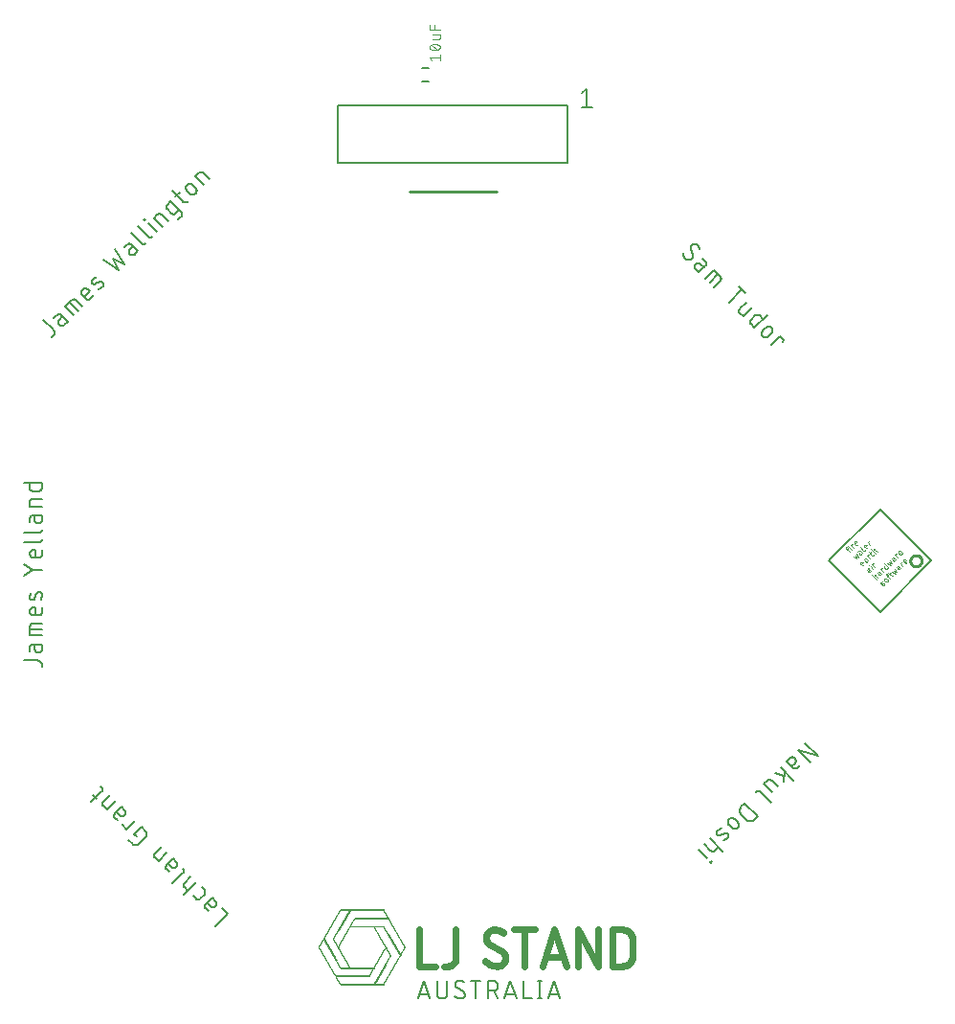
<source format=gto>
G04 EAGLE Gerber X2 export*
G75*
%MOMM*%
%FSLAX34Y34*%
%LPD*%
%AMOC8*
5,1,8,0,0,1.08239X$1,22.5*%
G01*
%ADD10C,0.584200*%
%ADD11R,3.850000X0.007000*%
%ADD12R,3.864000X0.007000*%
%ADD13R,3.878000X0.007000*%
%ADD14R,3.892000X0.007000*%
%ADD15R,3.906000X0.007000*%
%ADD16R,3.920000X0.007000*%
%ADD17R,0.084000X0.007000*%
%ADD18R,0.091000X0.007000*%
%ADD19R,0.077000X0.007000*%
%ADD20R,0.098000X0.007000*%
%ADD21R,2.289000X0.007000*%
%ADD22R,3.003000X0.007000*%
%ADD23R,3.010000X0.007000*%
%ADD24R,3.024000X0.007000*%
%ADD25R,3.031000X0.007000*%
%ADD26R,3.038000X0.007000*%
%ADD27R,3.045000X0.007000*%
%ADD28R,3.052000X0.007000*%
%ADD29R,3.059000X0.007000*%
%ADD30R,3.066000X0.007000*%
%ADD31R,3.080000X0.007000*%
%ADD32R,3.017000X0.007000*%
%ADD33R,3.073000X0.007000*%
%ADD34R,0.105000X0.007000*%
%ADD35R,0.112000X0.007000*%
%ADD36R,0.119000X0.007000*%
%ADD37R,0.126000X0.007000*%
%ADD38R,0.133000X0.007000*%
%ADD39R,0.140000X0.007000*%
%ADD40R,0.147000X0.007000*%
%ADD41R,0.161000X0.007000*%
%ADD42R,0.168000X0.007000*%
%ADD43R,0.175000X0.007000*%
%ADD44C,0.177800*%
%ADD45C,0.254000*%
%ADD46C,0.050800*%
%ADD47C,0.127000*%
%ADD48C,0.203200*%
%ADD49C,0.152400*%
%ADD50C,0.076200*%


D10*
X532139Y235889D02*
X532139Y203631D01*
X546476Y203631D01*
X564333Y210799D02*
X564333Y235889D01*
X564332Y210799D02*
X564330Y210626D01*
X564324Y210453D01*
X564313Y210280D01*
X564299Y210107D01*
X564280Y209935D01*
X564257Y209763D01*
X564230Y209592D01*
X564198Y209422D01*
X564163Y209252D01*
X564124Y209084D01*
X564080Y208916D01*
X564033Y208749D01*
X563981Y208584D01*
X563926Y208420D01*
X563866Y208257D01*
X563803Y208096D01*
X563736Y207936D01*
X563664Y207778D01*
X563590Y207622D01*
X563511Y207468D01*
X563429Y207315D01*
X563343Y207165D01*
X563253Y207017D01*
X563160Y206871D01*
X563063Y206727D01*
X562963Y206586D01*
X562860Y206447D01*
X562753Y206311D01*
X562643Y206177D01*
X562529Y206046D01*
X562413Y205917D01*
X562293Y205792D01*
X562171Y205670D01*
X562046Y205550D01*
X561917Y205434D01*
X561786Y205320D01*
X561652Y205210D01*
X561516Y205103D01*
X561377Y205000D01*
X561236Y204900D01*
X561092Y204803D01*
X560946Y204710D01*
X560798Y204620D01*
X560648Y204534D01*
X560495Y204452D01*
X560341Y204373D01*
X560185Y204299D01*
X560027Y204227D01*
X559867Y204160D01*
X559706Y204097D01*
X559543Y204037D01*
X559379Y203982D01*
X559214Y203930D01*
X559047Y203883D01*
X558879Y203839D01*
X558711Y203800D01*
X558541Y203765D01*
X558371Y203733D01*
X558200Y203706D01*
X558028Y203683D01*
X557856Y203664D01*
X557683Y203650D01*
X557510Y203639D01*
X557337Y203633D01*
X557164Y203631D01*
X553580Y203631D01*
X600957Y203631D02*
X601130Y203633D01*
X601303Y203639D01*
X601476Y203650D01*
X601649Y203664D01*
X601821Y203683D01*
X601993Y203706D01*
X602164Y203733D01*
X602334Y203765D01*
X602504Y203800D01*
X602672Y203839D01*
X602840Y203883D01*
X603007Y203930D01*
X603172Y203982D01*
X603336Y204037D01*
X603499Y204097D01*
X603660Y204160D01*
X603820Y204227D01*
X603978Y204299D01*
X604134Y204373D01*
X604288Y204452D01*
X604441Y204534D01*
X604591Y204620D01*
X604739Y204710D01*
X604885Y204803D01*
X605029Y204900D01*
X605170Y205000D01*
X605309Y205103D01*
X605445Y205210D01*
X605579Y205320D01*
X605710Y205434D01*
X605839Y205550D01*
X605964Y205670D01*
X606086Y205792D01*
X606206Y205917D01*
X606322Y206046D01*
X606436Y206177D01*
X606546Y206311D01*
X606653Y206447D01*
X606756Y206586D01*
X606856Y206727D01*
X606953Y206871D01*
X607046Y207017D01*
X607136Y207165D01*
X607222Y207315D01*
X607304Y207468D01*
X607383Y207622D01*
X607457Y207778D01*
X607529Y207936D01*
X607596Y208096D01*
X607659Y208257D01*
X607719Y208420D01*
X607774Y208584D01*
X607826Y208749D01*
X607873Y208916D01*
X607917Y209084D01*
X607956Y209252D01*
X607991Y209422D01*
X608023Y209592D01*
X608050Y209763D01*
X608073Y209935D01*
X608092Y210107D01*
X608106Y210280D01*
X608117Y210453D01*
X608123Y210626D01*
X608125Y210799D01*
X600957Y203631D02*
X600595Y203635D01*
X600233Y203648D01*
X599871Y203670D01*
X599510Y203700D01*
X599150Y203739D01*
X598791Y203787D01*
X598433Y203843D01*
X598076Y203908D01*
X597721Y203981D01*
X597368Y204062D01*
X597017Y204152D01*
X596669Y204251D01*
X596322Y204358D01*
X595979Y204473D01*
X595638Y204596D01*
X595300Y204727D01*
X594966Y204867D01*
X594635Y205014D01*
X594308Y205169D01*
X593984Y205332D01*
X593664Y205503D01*
X593349Y205681D01*
X593038Y205867D01*
X592731Y206060D01*
X592430Y206260D01*
X592133Y206468D01*
X591841Y206683D01*
X591554Y206904D01*
X591273Y207132D01*
X590997Y207367D01*
X590727Y207609D01*
X590463Y207857D01*
X590205Y208111D01*
X591100Y228721D02*
X591102Y228894D01*
X591108Y229067D01*
X591119Y229240D01*
X591133Y229413D01*
X591152Y229585D01*
X591175Y229757D01*
X591202Y229928D01*
X591234Y230098D01*
X591269Y230268D01*
X591308Y230436D01*
X591352Y230604D01*
X591399Y230771D01*
X591451Y230936D01*
X591506Y231100D01*
X591566Y231263D01*
X591629Y231424D01*
X591696Y231584D01*
X591768Y231742D01*
X591842Y231898D01*
X591921Y232052D01*
X592003Y232205D01*
X592089Y232355D01*
X592179Y232503D01*
X592272Y232649D01*
X592369Y232793D01*
X592469Y232934D01*
X592572Y233073D01*
X592679Y233210D01*
X592789Y233343D01*
X592903Y233474D01*
X593019Y233603D01*
X593139Y233728D01*
X593261Y233850D01*
X593386Y233970D01*
X593515Y234086D01*
X593646Y234200D01*
X593780Y234310D01*
X593916Y234417D01*
X594055Y234520D01*
X594196Y234620D01*
X594340Y234717D01*
X594486Y234810D01*
X594634Y234900D01*
X594784Y234986D01*
X594937Y235068D01*
X595091Y235147D01*
X595247Y235221D01*
X595405Y235293D01*
X595565Y235360D01*
X595726Y235423D01*
X595889Y235483D01*
X596053Y235538D01*
X596218Y235590D01*
X596385Y235637D01*
X596553Y235681D01*
X596721Y235720D01*
X596891Y235755D01*
X597061Y235787D01*
X597232Y235814D01*
X597404Y235837D01*
X597576Y235856D01*
X597749Y235870D01*
X597922Y235881D01*
X598095Y235887D01*
X598268Y235889D01*
X598588Y235885D01*
X598909Y235874D01*
X599228Y235855D01*
X599547Y235828D01*
X599866Y235794D01*
X600184Y235752D01*
X600500Y235702D01*
X600815Y235645D01*
X601129Y235581D01*
X601441Y235509D01*
X601752Y235430D01*
X602060Y235343D01*
X602366Y235249D01*
X602670Y235148D01*
X602971Y235039D01*
X603270Y234924D01*
X603566Y234801D01*
X603859Y234671D01*
X604149Y234534D01*
X604435Y234391D01*
X604718Y234240D01*
X604997Y234083D01*
X605272Y233920D01*
X605544Y233749D01*
X605811Y233573D01*
X606074Y233390D01*
X606333Y233201D01*
X594684Y222449D02*
X594534Y222540D01*
X594386Y222635D01*
X594240Y222733D01*
X594096Y222835D01*
X593956Y222940D01*
X593817Y223048D01*
X593682Y223160D01*
X593549Y223275D01*
X593419Y223393D01*
X593291Y223515D01*
X593167Y223639D01*
X593046Y223766D01*
X592928Y223897D01*
X592813Y224030D01*
X592701Y224165D01*
X592593Y224304D01*
X592488Y224445D01*
X592387Y224588D01*
X592289Y224734D01*
X592194Y224883D01*
X592103Y225033D01*
X592016Y225186D01*
X591933Y225340D01*
X591853Y225497D01*
X591777Y225656D01*
X591705Y225816D01*
X591637Y225978D01*
X591572Y226141D01*
X591512Y226307D01*
X591456Y226473D01*
X591403Y226641D01*
X591355Y226810D01*
X591311Y226980D01*
X591271Y227151D01*
X591235Y227323D01*
X591204Y227496D01*
X591176Y227670D01*
X591153Y227844D01*
X591134Y228019D01*
X591119Y228194D01*
X591108Y228370D01*
X591102Y228545D01*
X591100Y228721D01*
X604541Y217071D02*
X604691Y216980D01*
X604839Y216885D01*
X604985Y216787D01*
X605129Y216685D01*
X605269Y216580D01*
X605408Y216472D01*
X605543Y216360D01*
X605676Y216245D01*
X605806Y216127D01*
X605934Y216005D01*
X606058Y215881D01*
X606179Y215754D01*
X606297Y215623D01*
X606412Y215490D01*
X606524Y215354D01*
X606632Y215216D01*
X606737Y215075D01*
X606838Y214932D01*
X606936Y214786D01*
X607031Y214637D01*
X607122Y214487D01*
X607209Y214334D01*
X607292Y214180D01*
X607372Y214023D01*
X607448Y213864D01*
X607520Y213704D01*
X607588Y213542D01*
X607653Y213379D01*
X607713Y213213D01*
X607769Y213047D01*
X607822Y212879D01*
X607870Y212710D01*
X607914Y212540D01*
X607954Y212369D01*
X607990Y212197D01*
X608021Y212024D01*
X608049Y211850D01*
X608072Y211676D01*
X608091Y211501D01*
X608106Y211326D01*
X608117Y211150D01*
X608123Y210975D01*
X608125Y210799D01*
X604541Y217072D02*
X594684Y222448D01*
X624882Y235889D02*
X624882Y203631D01*
X615921Y235889D02*
X633842Y235889D01*
X651552Y235889D02*
X640799Y203631D01*
X662305Y203631D02*
X651552Y235889D01*
X659616Y211696D02*
X643487Y211696D01*
X672119Y203631D02*
X672119Y235889D01*
X690040Y203631D01*
X690040Y235889D01*
X702599Y235889D02*
X702599Y203631D01*
X702599Y235889D02*
X711559Y235889D01*
X711776Y235886D01*
X711992Y235879D01*
X712208Y235865D01*
X712424Y235847D01*
X712639Y235824D01*
X712854Y235795D01*
X713068Y235761D01*
X713281Y235722D01*
X713493Y235678D01*
X713704Y235629D01*
X713913Y235574D01*
X714121Y235515D01*
X714328Y235450D01*
X714533Y235381D01*
X714737Y235307D01*
X714938Y235227D01*
X715138Y235143D01*
X715335Y235055D01*
X715530Y234961D01*
X715723Y234863D01*
X715914Y234760D01*
X716102Y234652D01*
X716287Y234540D01*
X716470Y234424D01*
X716649Y234303D01*
X716826Y234178D01*
X717000Y234048D01*
X717170Y233915D01*
X717337Y233777D01*
X717501Y233635D01*
X717662Y233490D01*
X717818Y233340D01*
X717971Y233187D01*
X718121Y233031D01*
X718266Y232870D01*
X718408Y232706D01*
X718546Y232539D01*
X718679Y232369D01*
X718809Y232195D01*
X718934Y232018D01*
X719055Y231839D01*
X719171Y231656D01*
X719283Y231471D01*
X719391Y231283D01*
X719494Y231092D01*
X719592Y230899D01*
X719686Y230704D01*
X719774Y230507D01*
X719858Y230307D01*
X719938Y230106D01*
X720012Y229902D01*
X720081Y229697D01*
X720146Y229490D01*
X720205Y229282D01*
X720260Y229073D01*
X720309Y228862D01*
X720353Y228650D01*
X720392Y228437D01*
X720426Y228223D01*
X720455Y228008D01*
X720478Y227793D01*
X720496Y227577D01*
X720510Y227361D01*
X720517Y227145D01*
X720520Y226928D01*
X720520Y212592D01*
X720517Y212375D01*
X720510Y212159D01*
X720496Y211943D01*
X720478Y211727D01*
X720455Y211512D01*
X720426Y211297D01*
X720392Y211083D01*
X720353Y210870D01*
X720309Y210658D01*
X720260Y210447D01*
X720205Y210238D01*
X720146Y210030D01*
X720081Y209823D01*
X720012Y209618D01*
X719938Y209414D01*
X719858Y209213D01*
X719774Y209013D01*
X719685Y208816D01*
X719592Y208621D01*
X719494Y208428D01*
X719391Y208237D01*
X719283Y208049D01*
X719171Y207864D01*
X719055Y207681D01*
X718934Y207502D01*
X718809Y207325D01*
X718679Y207151D01*
X718546Y206981D01*
X718408Y206814D01*
X718266Y206650D01*
X718121Y206489D01*
X717971Y206333D01*
X717818Y206180D01*
X717662Y206030D01*
X717501Y205885D01*
X717337Y205743D01*
X717170Y205605D01*
X717000Y205472D01*
X716826Y205342D01*
X716649Y205217D01*
X716470Y205096D01*
X716287Y204980D01*
X716102Y204868D01*
X715914Y204760D01*
X715723Y204657D01*
X715530Y204559D01*
X715335Y204465D01*
X715138Y204377D01*
X714938Y204293D01*
X714737Y204213D01*
X714533Y204139D01*
X714328Y204070D01*
X714121Y204005D01*
X713913Y203946D01*
X713703Y203891D01*
X713493Y203842D01*
X713281Y203798D01*
X713068Y203759D01*
X712854Y203725D01*
X712639Y203696D01*
X712424Y203673D01*
X712208Y203655D01*
X711992Y203641D01*
X711776Y203634D01*
X711559Y203631D01*
X702599Y203631D01*
D11*
X481705Y186410D03*
D12*
X481705Y186480D03*
X481705Y186550D03*
D13*
X481705Y186620D03*
D14*
X481705Y186690D03*
X481705Y186760D03*
D15*
X481705Y186830D03*
X481705Y186900D03*
D16*
X481705Y186970D03*
X481705Y187040D03*
D17*
X462455Y187110D03*
D18*
X492520Y187110D03*
D17*
X500955Y187110D03*
X462385Y187180D03*
D18*
X492590Y187180D03*
D17*
X501025Y187180D03*
D19*
X462350Y187250D03*
D18*
X492590Y187250D03*
D19*
X501060Y187250D03*
D17*
X462315Y187320D03*
D18*
X492660Y187320D03*
D17*
X501095Y187320D03*
D19*
X462280Y187390D03*
D20*
X492695Y187390D03*
D19*
X501130Y187390D03*
D17*
X462245Y187460D03*
D18*
X492730Y187460D03*
D17*
X501165Y187460D03*
D19*
X462210Y187530D03*
D18*
X492800Y187530D03*
D19*
X501200Y187530D03*
D17*
X462175Y187600D03*
D18*
X492800Y187600D03*
D17*
X501235Y187600D03*
X462105Y187670D03*
D18*
X492870Y187670D03*
D17*
X501305Y187670D03*
D19*
X462070Y187740D03*
D18*
X492870Y187740D03*
D19*
X501340Y187740D03*
D17*
X462035Y187810D03*
D18*
X492940Y187810D03*
D17*
X501375Y187810D03*
D19*
X462000Y187880D03*
D20*
X492975Y187880D03*
D19*
X501410Y187880D03*
D17*
X461965Y187950D03*
D18*
X493010Y187950D03*
D17*
X501445Y187950D03*
X461895Y188020D03*
D18*
X493080Y188020D03*
D17*
X501515Y188020D03*
X461895Y188090D03*
D18*
X493080Y188090D03*
D17*
X501515Y188090D03*
X461825Y188160D03*
D18*
X493150Y188160D03*
D17*
X501585Y188160D03*
D19*
X461790Y188230D03*
D18*
X493150Y188230D03*
D19*
X501620Y188230D03*
D17*
X461755Y188300D03*
D18*
X493220Y188300D03*
D17*
X501655Y188300D03*
D19*
X461720Y188370D03*
D18*
X493290Y188370D03*
D19*
X501690Y188370D03*
D17*
X461685Y188440D03*
D18*
X493290Y188440D03*
D17*
X501725Y188440D03*
X461615Y188510D03*
D18*
X493360Y188510D03*
D17*
X501795Y188510D03*
X461615Y188580D03*
D18*
X493360Y188580D03*
D17*
X501795Y188580D03*
X461545Y188650D03*
D18*
X493430Y188650D03*
D17*
X501865Y188650D03*
D19*
X461510Y188720D03*
D18*
X493430Y188720D03*
D19*
X501900Y188720D03*
D17*
X461475Y188790D03*
D18*
X493500Y188790D03*
D17*
X501935Y188790D03*
D19*
X461440Y188860D03*
D18*
X493570Y188860D03*
D19*
X501970Y188860D03*
D17*
X461405Y188930D03*
D18*
X493570Y188930D03*
D17*
X502005Y188930D03*
X461335Y189000D03*
D18*
X493640Y189000D03*
D17*
X502075Y189000D03*
D19*
X461300Y189070D03*
D18*
X493640Y189070D03*
D19*
X502110Y189070D03*
D17*
X461265Y189140D03*
D18*
X493710Y189140D03*
D17*
X502145Y189140D03*
D19*
X461230Y189210D03*
D18*
X493710Y189210D03*
D19*
X502180Y189210D03*
D17*
X461195Y189280D03*
D18*
X493780Y189280D03*
D17*
X502215Y189280D03*
D19*
X461160Y189350D03*
D18*
X493850Y189350D03*
D19*
X502250Y189350D03*
D17*
X461125Y189420D03*
D18*
X493850Y189420D03*
D17*
X502285Y189420D03*
X461055Y189490D03*
D18*
X493920Y189490D03*
D17*
X502355Y189490D03*
D19*
X461020Y189560D03*
D18*
X493920Y189560D03*
D19*
X502390Y189560D03*
D17*
X460985Y189630D03*
D18*
X493990Y189630D03*
D17*
X502425Y189630D03*
D19*
X460950Y189700D03*
D18*
X493990Y189700D03*
D19*
X502460Y189700D03*
D17*
X460915Y189770D03*
D18*
X494060Y189770D03*
D17*
X502495Y189770D03*
X460845Y189840D03*
D18*
X494130Y189840D03*
D17*
X502565Y189840D03*
X460845Y189910D03*
D18*
X494130Y189910D03*
D17*
X502565Y189910D03*
X460775Y189980D03*
D18*
X494200Y189980D03*
D17*
X502635Y189980D03*
D19*
X460740Y190050D03*
D18*
X494200Y190050D03*
D19*
X502670Y190050D03*
D17*
X460705Y190120D03*
D18*
X494270Y190120D03*
D17*
X502705Y190120D03*
D19*
X460670Y190190D03*
D17*
X494305Y190190D03*
D19*
X502740Y190190D03*
D17*
X460635Y190260D03*
D18*
X494340Y190260D03*
D17*
X502775Y190260D03*
X460565Y190330D03*
D18*
X494410Y190330D03*
D17*
X502845Y190330D03*
D19*
X460530Y190400D03*
D18*
X494410Y190400D03*
D19*
X502880Y190400D03*
D17*
X460495Y190470D03*
D18*
X494480Y190470D03*
D17*
X502915Y190470D03*
D19*
X460460Y190540D03*
D18*
X494480Y190540D03*
D19*
X502950Y190540D03*
D17*
X460425Y190610D03*
D18*
X494550Y190610D03*
D17*
X502985Y190610D03*
D19*
X460390Y190680D03*
D17*
X494585Y190680D03*
D19*
X503020Y190680D03*
D17*
X460355Y190750D03*
D18*
X494620Y190750D03*
D17*
X503055Y190750D03*
X460285Y190820D03*
D18*
X494690Y190820D03*
D17*
X503125Y190820D03*
D19*
X460250Y190890D03*
D18*
X494690Y190890D03*
D19*
X503160Y190890D03*
D17*
X460215Y190960D03*
D18*
X494760Y190960D03*
D17*
X503195Y190960D03*
D19*
X460180Y191030D03*
D18*
X494760Y191030D03*
D19*
X503230Y191030D03*
D17*
X460145Y191100D03*
D18*
X494830Y191100D03*
D17*
X503265Y191100D03*
D19*
X460110Y191170D03*
D17*
X494865Y191170D03*
D19*
X503300Y191170D03*
D17*
X460075Y191240D03*
D18*
X494900Y191240D03*
D17*
X503335Y191240D03*
X460005Y191310D03*
D18*
X494970Y191310D03*
D17*
X503405Y191310D03*
D19*
X459970Y191380D03*
D18*
X494970Y191380D03*
D19*
X503440Y191380D03*
D17*
X459935Y191450D03*
D18*
X495040Y191450D03*
D17*
X503475Y191450D03*
D19*
X459900Y191520D03*
D17*
X495075Y191520D03*
D19*
X503510Y191520D03*
D17*
X459865Y191590D03*
D18*
X495110Y191590D03*
D17*
X503545Y191590D03*
X459795Y191660D03*
X495145Y191660D03*
X503615Y191660D03*
X459795Y191730D03*
D18*
X495180Y191730D03*
D17*
X503615Y191730D03*
X459725Y191800D03*
D18*
X495250Y191800D03*
D17*
X503685Y191800D03*
D19*
X459690Y191870D03*
D18*
X495250Y191870D03*
D19*
X503720Y191870D03*
D17*
X459655Y191940D03*
D18*
X495320Y191940D03*
D17*
X503755Y191940D03*
D19*
X459620Y192010D03*
D17*
X495355Y192010D03*
D19*
X503790Y192010D03*
D17*
X459585Y192080D03*
D18*
X495390Y192080D03*
D17*
X503825Y192080D03*
X459515Y192150D03*
D18*
X495460Y192150D03*
D17*
X503895Y192150D03*
D19*
X459480Y192220D03*
D18*
X495460Y192220D03*
D19*
X503930Y192220D03*
D17*
X459445Y192290D03*
D18*
X495530Y192290D03*
D17*
X503965Y192290D03*
D19*
X459410Y192360D03*
D18*
X495530Y192360D03*
D19*
X504000Y192360D03*
D17*
X459375Y192430D03*
D18*
X495600Y192430D03*
D17*
X504035Y192430D03*
D19*
X459340Y192500D03*
D17*
X495635Y192500D03*
D19*
X504070Y192500D03*
D17*
X459305Y192570D03*
D18*
X495670Y192570D03*
D17*
X504105Y192570D03*
X459235Y192640D03*
D18*
X495740Y192640D03*
D17*
X504175Y192640D03*
D19*
X459200Y192710D03*
D18*
X495740Y192710D03*
D19*
X504210Y192710D03*
D17*
X459165Y192780D03*
D18*
X495810Y192780D03*
D17*
X504245Y192780D03*
D19*
X459130Y192850D03*
D18*
X495810Y192850D03*
D19*
X504280Y192850D03*
D17*
X459095Y192920D03*
D18*
X495880Y192920D03*
D17*
X504315Y192920D03*
D19*
X459060Y192990D03*
D17*
X495915Y192990D03*
D19*
X504350Y192990D03*
D17*
X459025Y193060D03*
D18*
X495950Y193060D03*
D17*
X504385Y193060D03*
X458955Y193130D03*
D18*
X496020Y193130D03*
D17*
X504455Y193130D03*
D19*
X458920Y193200D03*
D18*
X496020Y193200D03*
D19*
X504490Y193200D03*
D17*
X458885Y193270D03*
D18*
X496090Y193270D03*
D17*
X504525Y193270D03*
D19*
X458850Y193340D03*
D17*
X496125Y193340D03*
D19*
X504560Y193340D03*
D17*
X458815Y193410D03*
D18*
X496160Y193410D03*
D17*
X504595Y193410D03*
X458745Y193480D03*
X496195Y193480D03*
X504665Y193480D03*
X458745Y193550D03*
D18*
X496230Y193550D03*
D17*
X504665Y193550D03*
X458675Y193620D03*
D18*
X496300Y193620D03*
D17*
X504735Y193620D03*
D21*
X469700Y193690D03*
D18*
X496300Y193690D03*
D19*
X504770Y193690D03*
D22*
X473200Y193760D03*
D18*
X496370Y193760D03*
D17*
X504805Y193760D03*
D23*
X473235Y193830D03*
D17*
X496405Y193830D03*
D19*
X504840Y193830D03*
D24*
X473235Y193900D03*
D18*
X496440Y193900D03*
D17*
X504875Y193900D03*
D25*
X473200Y193970D03*
D17*
X496475Y193970D03*
X504945Y193970D03*
D26*
X473235Y194040D03*
D18*
X496510Y194040D03*
D19*
X504980Y194040D03*
D27*
X473200Y194110D03*
D18*
X496580Y194110D03*
D17*
X505015Y194110D03*
D28*
X473235Y194180D03*
D18*
X496580Y194180D03*
D19*
X505050Y194180D03*
D29*
X473200Y194250D03*
D18*
X496650Y194250D03*
D17*
X505085Y194250D03*
D30*
X473235Y194320D03*
D17*
X496685Y194320D03*
D19*
X505120Y194320D03*
D31*
X473235Y194390D03*
D18*
X496720Y194390D03*
D17*
X505155Y194390D03*
X458185Y194460D03*
D19*
X488250Y194460D03*
D17*
X496755Y194460D03*
X505225Y194460D03*
D19*
X458150Y194530D03*
D17*
X488285Y194530D03*
D18*
X496790Y194530D03*
D19*
X505260Y194530D03*
D17*
X458115Y194600D03*
D19*
X488320Y194600D03*
D18*
X496860Y194600D03*
D17*
X505295Y194600D03*
D19*
X458080Y194670D03*
D17*
X488355Y194670D03*
D18*
X496860Y194670D03*
D19*
X505330Y194670D03*
D17*
X458045Y194740D03*
D19*
X488390Y194740D03*
D18*
X496930Y194740D03*
D17*
X505365Y194740D03*
X457975Y194810D03*
X488425Y194810D03*
X496965Y194810D03*
X505435Y194810D03*
X457975Y194880D03*
X488495Y194880D03*
D18*
X497000Y194880D03*
D17*
X505435Y194880D03*
X457905Y194950D03*
D19*
X488530Y194950D03*
D17*
X497035Y194950D03*
X505505Y194950D03*
D19*
X457870Y195020D03*
D17*
X488565Y195020D03*
D18*
X497070Y195020D03*
D19*
X505540Y195020D03*
D17*
X457835Y195090D03*
D19*
X488600Y195090D03*
D18*
X497140Y195090D03*
D17*
X505575Y195090D03*
D19*
X457800Y195160D03*
D17*
X488635Y195160D03*
X497175Y195160D03*
D19*
X505610Y195160D03*
D17*
X457765Y195230D03*
D19*
X488670Y195230D03*
D18*
X497210Y195230D03*
D17*
X505645Y195230D03*
X457695Y195300D03*
X488705Y195300D03*
X497245Y195300D03*
X505715Y195300D03*
D19*
X457660Y195370D03*
D17*
X488775Y195370D03*
D18*
X497280Y195370D03*
D19*
X505750Y195370D03*
D17*
X457625Y195440D03*
D19*
X488810Y195440D03*
D17*
X497315Y195440D03*
X505785Y195440D03*
D19*
X457590Y195510D03*
D17*
X488845Y195510D03*
D18*
X497350Y195510D03*
D19*
X505820Y195510D03*
D17*
X457555Y195580D03*
D19*
X488880Y195580D03*
D18*
X497420Y195580D03*
D17*
X505855Y195580D03*
D19*
X457520Y195650D03*
D17*
X488915Y195650D03*
X497455Y195650D03*
D19*
X505890Y195650D03*
D17*
X457485Y195720D03*
X488985Y195720D03*
D18*
X497490Y195720D03*
D17*
X505925Y195720D03*
X457415Y195790D03*
X488985Y195790D03*
X497525Y195790D03*
X505995Y195790D03*
D19*
X457380Y195860D03*
D17*
X489055Y195860D03*
D18*
X497560Y195860D03*
D19*
X506030Y195860D03*
D17*
X457345Y195930D03*
D19*
X489090Y195930D03*
D17*
X497595Y195930D03*
X506065Y195930D03*
D19*
X457310Y196000D03*
D17*
X489125Y196000D03*
D18*
X497630Y196000D03*
D19*
X506100Y196000D03*
D17*
X457275Y196070D03*
D19*
X489160Y196070D03*
D18*
X497700Y196070D03*
D17*
X506135Y196070D03*
D19*
X457240Y196140D03*
D17*
X489195Y196140D03*
X497735Y196140D03*
D19*
X506170Y196140D03*
D17*
X457205Y196210D03*
X489265Y196210D03*
D18*
X497770Y196210D03*
D17*
X506205Y196210D03*
X457135Y196280D03*
D19*
X489300Y196280D03*
D17*
X497805Y196280D03*
X506275Y196280D03*
D19*
X457100Y196350D03*
D17*
X489335Y196350D03*
D18*
X497840Y196350D03*
D19*
X506310Y196350D03*
D17*
X457065Y196420D03*
D19*
X489370Y196420D03*
D17*
X497875Y196420D03*
X506345Y196420D03*
D19*
X457030Y196490D03*
D17*
X489405Y196490D03*
X497945Y196490D03*
D19*
X506380Y196490D03*
D17*
X456995Y196560D03*
D19*
X489440Y196560D03*
D18*
X497980Y196560D03*
D17*
X506415Y196560D03*
X456925Y196630D03*
X489475Y196630D03*
X498015Y196630D03*
X506485Y196630D03*
X456925Y196700D03*
X489545Y196700D03*
D18*
X498050Y196700D03*
D17*
X506485Y196700D03*
X456855Y196770D03*
D19*
X489580Y196770D03*
D17*
X498085Y196770D03*
X506555Y196770D03*
D19*
X456820Y196840D03*
D17*
X489615Y196840D03*
D18*
X498120Y196840D03*
D19*
X506590Y196840D03*
D17*
X456785Y196910D03*
D19*
X489650Y196910D03*
D17*
X498155Y196910D03*
X506625Y196910D03*
D19*
X456750Y196980D03*
D17*
X489685Y196980D03*
X498225Y196980D03*
D19*
X506660Y196980D03*
D17*
X456715Y197050D03*
X489755Y197050D03*
D18*
X498260Y197050D03*
D17*
X506695Y197050D03*
X456645Y197120D03*
X489755Y197120D03*
X498295Y197120D03*
X506765Y197120D03*
D19*
X456610Y197190D03*
D17*
X489825Y197190D03*
D18*
X498330Y197190D03*
D19*
X506800Y197190D03*
D17*
X456575Y197260D03*
D19*
X489860Y197260D03*
D17*
X498365Y197260D03*
X506835Y197260D03*
D19*
X456540Y197330D03*
D17*
X489895Y197330D03*
D18*
X498400Y197330D03*
D19*
X506870Y197330D03*
D17*
X456505Y197400D03*
D19*
X489930Y197400D03*
D18*
X498470Y197400D03*
D17*
X506905Y197400D03*
D19*
X456470Y197470D03*
D17*
X489965Y197470D03*
X498505Y197470D03*
D19*
X506940Y197470D03*
D17*
X456435Y197540D03*
X490035Y197540D03*
D18*
X498540Y197540D03*
D17*
X506975Y197540D03*
X456365Y197610D03*
D19*
X490070Y197610D03*
D17*
X498575Y197610D03*
X507045Y197610D03*
D19*
X456330Y197680D03*
D17*
X490105Y197680D03*
D18*
X498610Y197680D03*
D19*
X507080Y197680D03*
D17*
X456295Y197750D03*
D19*
X490140Y197750D03*
D17*
X498645Y197750D03*
X507115Y197750D03*
D19*
X456260Y197820D03*
D17*
X490175Y197820D03*
D18*
X498680Y197820D03*
D19*
X507150Y197820D03*
D17*
X456225Y197890D03*
D19*
X490210Y197890D03*
D18*
X498750Y197890D03*
D17*
X507185Y197890D03*
D19*
X456190Y197960D03*
D17*
X490245Y197960D03*
X498785Y197960D03*
D19*
X507220Y197960D03*
D17*
X456155Y198030D03*
X490315Y198030D03*
D18*
X498820Y198030D03*
D17*
X507255Y198030D03*
X456085Y198100D03*
D19*
X490350Y198100D03*
D17*
X498855Y198100D03*
X507325Y198100D03*
D19*
X456050Y198170D03*
D17*
X490385Y198170D03*
D18*
X498890Y198170D03*
D19*
X507360Y198170D03*
D17*
X456015Y198240D03*
D19*
X490420Y198240D03*
D17*
X498925Y198240D03*
X507395Y198240D03*
D19*
X455980Y198310D03*
D17*
X490455Y198310D03*
X498995Y198310D03*
D19*
X507430Y198310D03*
D17*
X455945Y198380D03*
D19*
X490490Y198380D03*
D18*
X499030Y198380D03*
D17*
X507465Y198380D03*
X455875Y198450D03*
X490525Y198450D03*
X499065Y198450D03*
X507535Y198450D03*
X455875Y198520D03*
X490595Y198520D03*
D18*
X499100Y198520D03*
D17*
X507535Y198520D03*
X455805Y198590D03*
D19*
X490630Y198590D03*
D17*
X499135Y198590D03*
X507605Y198590D03*
D19*
X455770Y198660D03*
D17*
X490665Y198660D03*
D18*
X499170Y198660D03*
D19*
X507640Y198660D03*
D17*
X455735Y198730D03*
D19*
X490700Y198730D03*
D17*
X499205Y198730D03*
X507675Y198730D03*
D19*
X455700Y198800D03*
D17*
X490735Y198800D03*
X499275Y198800D03*
D19*
X507710Y198800D03*
D17*
X455665Y198870D03*
X490805Y198870D03*
D18*
X499310Y198870D03*
D17*
X507745Y198870D03*
X455595Y198940D03*
X490805Y198940D03*
X499345Y198940D03*
X507815Y198940D03*
D19*
X455560Y199010D03*
D17*
X490875Y199010D03*
D18*
X499380Y199010D03*
D19*
X507850Y199010D03*
D17*
X455525Y199080D03*
D19*
X490910Y199080D03*
D17*
X499415Y199080D03*
X507885Y199080D03*
D19*
X455490Y199150D03*
D17*
X490945Y199150D03*
D18*
X499450Y199150D03*
D19*
X507920Y199150D03*
D17*
X455455Y199220D03*
D19*
X490980Y199220D03*
D17*
X499485Y199220D03*
X507955Y199220D03*
D19*
X455420Y199290D03*
D17*
X491015Y199290D03*
X499555Y199290D03*
D19*
X507990Y199290D03*
D17*
X455385Y199360D03*
X491085Y199360D03*
D18*
X499590Y199360D03*
D17*
X508025Y199360D03*
X455315Y199430D03*
D19*
X491120Y199430D03*
D17*
X499625Y199430D03*
X508095Y199430D03*
D19*
X455280Y199500D03*
D17*
X491155Y199500D03*
D18*
X499660Y199500D03*
D19*
X508130Y199500D03*
D17*
X455245Y199570D03*
D19*
X491190Y199570D03*
D17*
X499695Y199570D03*
X508165Y199570D03*
D19*
X455210Y199640D03*
D17*
X491225Y199640D03*
D18*
X499730Y199640D03*
D19*
X508200Y199640D03*
D17*
X455175Y199710D03*
D19*
X491260Y199710D03*
D17*
X499765Y199710D03*
X508235Y199710D03*
D19*
X455140Y199780D03*
D17*
X491295Y199780D03*
X499835Y199780D03*
D19*
X508270Y199780D03*
D17*
X455105Y199850D03*
X491365Y199850D03*
D18*
X499870Y199850D03*
D17*
X508305Y199850D03*
X455035Y199920D03*
D19*
X491400Y199920D03*
D17*
X499905Y199920D03*
X508375Y199920D03*
D19*
X455000Y199990D03*
D17*
X491435Y199990D03*
D18*
X499940Y199990D03*
D19*
X508410Y199990D03*
D17*
X454965Y200060D03*
D19*
X491470Y200060D03*
D17*
X499975Y200060D03*
X508445Y200060D03*
D19*
X454930Y200130D03*
D17*
X491505Y200130D03*
X500045Y200130D03*
D19*
X508480Y200130D03*
D17*
X454895Y200200D03*
D19*
X491540Y200200D03*
D17*
X500045Y200200D03*
X508515Y200200D03*
X454825Y200270D03*
X491575Y200270D03*
X500115Y200270D03*
X508585Y200270D03*
X454825Y200340D03*
X491645Y200340D03*
D18*
X500150Y200340D03*
D17*
X508585Y200340D03*
X454755Y200410D03*
D19*
X491680Y200410D03*
D17*
X500185Y200410D03*
X508655Y200410D03*
D19*
X454720Y200480D03*
D17*
X491715Y200480D03*
D18*
X500220Y200480D03*
D19*
X508690Y200480D03*
D17*
X454685Y200550D03*
D19*
X491750Y200550D03*
D17*
X500255Y200550D03*
X508725Y200550D03*
D19*
X454650Y200620D03*
D17*
X491785Y200620D03*
X500325Y200620D03*
D19*
X508760Y200620D03*
D17*
X454615Y200690D03*
X491855Y200690D03*
X500325Y200690D03*
X508795Y200690D03*
X454545Y200760D03*
X491855Y200760D03*
X500395Y200760D03*
X508865Y200760D03*
D19*
X454510Y200830D03*
D17*
X491925Y200830D03*
D18*
X500430Y200830D03*
D19*
X508900Y200830D03*
D17*
X454475Y200900D03*
D19*
X491960Y200900D03*
D17*
X500465Y200900D03*
X508935Y200900D03*
D19*
X454440Y200970D03*
D17*
X491995Y200970D03*
D18*
X500500Y200970D03*
D19*
X508970Y200970D03*
D17*
X454405Y201040D03*
D19*
X492030Y201040D03*
D17*
X500535Y201040D03*
X509005Y201040D03*
D19*
X454370Y201110D03*
D22*
X477470Y201110D03*
D17*
X500605Y201110D03*
D19*
X509040Y201110D03*
D17*
X454335Y201180D03*
D32*
X477470Y201180D03*
D17*
X500605Y201180D03*
X509075Y201180D03*
X454265Y201250D03*
D32*
X477470Y201250D03*
D17*
X500675Y201250D03*
X509145Y201250D03*
D19*
X454230Y201320D03*
D25*
X477470Y201320D03*
D18*
X500710Y201320D03*
D19*
X509180Y201320D03*
D17*
X454195Y201390D03*
D26*
X477435Y201390D03*
D17*
X500745Y201390D03*
X509215Y201390D03*
D19*
X454160Y201460D03*
D27*
X477470Y201460D03*
D18*
X500780Y201460D03*
D19*
X509250Y201460D03*
D17*
X454125Y201530D03*
D28*
X477435Y201530D03*
D17*
X500815Y201530D03*
X509285Y201530D03*
X454055Y201600D03*
D29*
X477470Y201600D03*
D17*
X500885Y201600D03*
X509355Y201600D03*
X454055Y201670D03*
D33*
X477470Y201670D03*
D17*
X500885Y201670D03*
X509355Y201670D03*
X453985Y201740D03*
D33*
X477470Y201740D03*
D17*
X500955Y201740D03*
X509425Y201740D03*
D19*
X453950Y201810D03*
D17*
X462455Y201810D03*
X470925Y201810D03*
X492485Y201810D03*
D18*
X500990Y201810D03*
D19*
X509460Y201810D03*
D17*
X453915Y201880D03*
X462385Y201880D03*
D19*
X470890Y201880D03*
X492520Y201880D03*
D17*
X501025Y201880D03*
X509495Y201880D03*
D19*
X453880Y201950D03*
X462350Y201950D03*
D17*
X470855Y201950D03*
X492555Y201950D03*
X501095Y201950D03*
D19*
X509530Y201950D03*
D17*
X453845Y202020D03*
X462315Y202020D03*
D19*
X470820Y202020D03*
X492590Y202020D03*
D17*
X501095Y202020D03*
X509565Y202020D03*
X453775Y202090D03*
D19*
X462280Y202090D03*
D17*
X470785Y202090D03*
X492625Y202090D03*
X501165Y202090D03*
X509635Y202090D03*
D19*
X453740Y202160D03*
D17*
X462245Y202160D03*
X470715Y202160D03*
X492695Y202160D03*
X501165Y202160D03*
D19*
X509670Y202160D03*
D17*
X453705Y202230D03*
X462175Y202230D03*
D19*
X470680Y202230D03*
X492730Y202230D03*
D17*
X501235Y202230D03*
X509705Y202230D03*
D19*
X453670Y202300D03*
D17*
X462175Y202300D03*
X470645Y202300D03*
X492765Y202300D03*
D18*
X501270Y202300D03*
D19*
X509740Y202300D03*
D17*
X453635Y202370D03*
X462105Y202370D03*
D19*
X470610Y202370D03*
X492800Y202370D03*
D17*
X501305Y202370D03*
X509775Y202370D03*
D19*
X453600Y202440D03*
X462070Y202440D03*
D17*
X470575Y202440D03*
X492835Y202440D03*
X501375Y202440D03*
D19*
X509810Y202440D03*
D17*
X453565Y202510D03*
X462035Y202510D03*
X470505Y202510D03*
X492905Y202510D03*
X501375Y202510D03*
X509845Y202510D03*
X453495Y202580D03*
D19*
X462000Y202580D03*
D17*
X470505Y202580D03*
X492905Y202580D03*
X501445Y202580D03*
X509915Y202580D03*
D19*
X453460Y202650D03*
D17*
X461965Y202650D03*
X470435Y202650D03*
X492975Y202650D03*
X501445Y202650D03*
D19*
X509950Y202650D03*
D17*
X453425Y202720D03*
X461895Y202720D03*
D19*
X470400Y202720D03*
X493010Y202720D03*
D17*
X501515Y202720D03*
X509985Y202720D03*
D19*
X453390Y202790D03*
D17*
X461895Y202790D03*
X470365Y202790D03*
X493045Y202790D03*
D18*
X501550Y202790D03*
D19*
X510020Y202790D03*
D17*
X453355Y202860D03*
X461825Y202860D03*
D19*
X470330Y202860D03*
X493080Y202860D03*
D17*
X501585Y202860D03*
X510055Y202860D03*
D19*
X453320Y202930D03*
X461790Y202930D03*
D17*
X470295Y202930D03*
X493115Y202930D03*
X501655Y202930D03*
D19*
X510090Y202930D03*
D17*
X453285Y203000D03*
X461755Y203000D03*
X470225Y203000D03*
X493185Y203000D03*
X501655Y203000D03*
X510125Y203000D03*
X453215Y203070D03*
X461685Y203070D03*
D19*
X470190Y203070D03*
X493220Y203070D03*
D17*
X501725Y203070D03*
X510195Y203070D03*
D19*
X453180Y203140D03*
D17*
X461685Y203140D03*
X470155Y203140D03*
X493255Y203140D03*
D18*
X501760Y203140D03*
D19*
X510230Y203140D03*
D17*
X453145Y203210D03*
X461615Y203210D03*
D19*
X470120Y203210D03*
X493290Y203210D03*
D17*
X501795Y203210D03*
X510265Y203210D03*
D19*
X453110Y203280D03*
X461580Y203280D03*
D17*
X470085Y203280D03*
X493325Y203280D03*
X501865Y203280D03*
D19*
X510300Y203280D03*
D17*
X453075Y203350D03*
X461545Y203350D03*
D19*
X470050Y203350D03*
X493360Y203350D03*
D17*
X501865Y203350D03*
X510335Y203350D03*
X453005Y203420D03*
D19*
X461510Y203420D03*
D17*
X470015Y203420D03*
X493395Y203420D03*
X501935Y203420D03*
X510405Y203420D03*
X453005Y203490D03*
X461475Y203490D03*
X469945Y203490D03*
X493465Y203490D03*
X501935Y203490D03*
X510405Y203490D03*
X452935Y203560D03*
X461405Y203560D03*
D19*
X469910Y203560D03*
X493500Y203560D03*
D17*
X502005Y203560D03*
X510475Y203560D03*
D19*
X452900Y203630D03*
D17*
X461405Y203630D03*
X469875Y203630D03*
X493535Y203630D03*
D18*
X502040Y203630D03*
D19*
X510510Y203630D03*
D17*
X452865Y203700D03*
X461335Y203700D03*
D19*
X469840Y203700D03*
X493570Y203700D03*
D17*
X502075Y203700D03*
X510545Y203700D03*
D19*
X452830Y203770D03*
X461300Y203770D03*
D17*
X469805Y203770D03*
X493605Y203770D03*
X502145Y203770D03*
D19*
X510580Y203770D03*
D17*
X452795Y203840D03*
X461265Y203840D03*
X469735Y203840D03*
X493675Y203840D03*
X502145Y203840D03*
X510615Y203840D03*
X452725Y203910D03*
D19*
X461230Y203910D03*
D17*
X469735Y203910D03*
X493675Y203910D03*
X502215Y203910D03*
X510685Y203910D03*
D19*
X452690Y203980D03*
D17*
X461195Y203980D03*
X469665Y203980D03*
X493745Y203980D03*
X502215Y203980D03*
D19*
X510720Y203980D03*
D17*
X452655Y204050D03*
X461125Y204050D03*
D19*
X469630Y204050D03*
X493780Y204050D03*
D17*
X502285Y204050D03*
X510755Y204050D03*
D19*
X452620Y204120D03*
D17*
X461125Y204120D03*
X469595Y204120D03*
X493815Y204120D03*
D18*
X502320Y204120D03*
D19*
X510790Y204120D03*
D17*
X452585Y204190D03*
X461055Y204190D03*
D19*
X469560Y204190D03*
X493850Y204190D03*
D17*
X502355Y204190D03*
X510825Y204190D03*
D19*
X452550Y204260D03*
X461020Y204260D03*
D17*
X469525Y204260D03*
X493885Y204260D03*
X502425Y204260D03*
D19*
X510860Y204260D03*
D17*
X452515Y204330D03*
X460985Y204330D03*
X469455Y204330D03*
X493955Y204330D03*
X502425Y204330D03*
X510895Y204330D03*
X452445Y204400D03*
X460915Y204400D03*
D19*
X469420Y204400D03*
X493990Y204400D03*
D17*
X502495Y204400D03*
X510965Y204400D03*
D19*
X452410Y204470D03*
D17*
X460915Y204470D03*
X469385Y204470D03*
X494025Y204470D03*
X502495Y204470D03*
D19*
X511000Y204470D03*
D17*
X452375Y204540D03*
X460845Y204540D03*
D19*
X469350Y204540D03*
X494060Y204540D03*
D17*
X502565Y204540D03*
X511035Y204540D03*
D19*
X452340Y204610D03*
D17*
X460845Y204610D03*
X469315Y204610D03*
X494095Y204610D03*
D18*
X502600Y204610D03*
D19*
X511070Y204610D03*
D17*
X452305Y204680D03*
X460775Y204680D03*
D19*
X469280Y204680D03*
X494130Y204680D03*
D17*
X502635Y204680D03*
X511105Y204680D03*
D19*
X452270Y204750D03*
X460740Y204750D03*
D17*
X469245Y204750D03*
X494165Y204750D03*
X502705Y204750D03*
D19*
X511140Y204750D03*
D17*
X452235Y204820D03*
X460705Y204820D03*
X469175Y204820D03*
X494235Y204820D03*
X502705Y204820D03*
X511175Y204820D03*
X452165Y204890D03*
X460635Y204890D03*
D19*
X469140Y204890D03*
X494270Y204890D03*
D17*
X502775Y204890D03*
X511245Y204890D03*
D19*
X452130Y204960D03*
D17*
X460635Y204960D03*
X469105Y204960D03*
X494305Y204960D03*
X502775Y204960D03*
D19*
X511280Y204960D03*
D17*
X452095Y205030D03*
X460565Y205030D03*
D19*
X469070Y205030D03*
X494340Y205030D03*
D17*
X502845Y205030D03*
X511315Y205030D03*
D19*
X452060Y205100D03*
X460530Y205100D03*
D17*
X469035Y205100D03*
X494375Y205100D03*
X502915Y205100D03*
D19*
X511350Y205100D03*
D17*
X452025Y205170D03*
X460495Y205170D03*
D19*
X469000Y205170D03*
X494410Y205170D03*
D17*
X502915Y205170D03*
X511385Y205170D03*
X451955Y205240D03*
X460425Y205240D03*
X468965Y205240D03*
X494445Y205240D03*
X502985Y205240D03*
X511455Y205240D03*
X451955Y205310D03*
X460425Y205310D03*
X468895Y205310D03*
X494515Y205310D03*
X502985Y205310D03*
X511455Y205310D03*
X451885Y205380D03*
X460355Y205380D03*
D19*
X468860Y205380D03*
X494550Y205380D03*
D17*
X503055Y205380D03*
X511525Y205380D03*
D19*
X451850Y205450D03*
D17*
X460355Y205450D03*
X468825Y205450D03*
X494585Y205450D03*
X503055Y205450D03*
D19*
X511560Y205450D03*
D17*
X451815Y205520D03*
X460285Y205520D03*
D19*
X468790Y205520D03*
X494620Y205520D03*
D17*
X503125Y205520D03*
X511595Y205520D03*
D19*
X451780Y205590D03*
X460250Y205590D03*
D17*
X468755Y205590D03*
X494655Y205590D03*
X503195Y205590D03*
D19*
X511630Y205590D03*
D17*
X451745Y205660D03*
X460215Y205660D03*
X468685Y205660D03*
X494725Y205660D03*
X503195Y205660D03*
X511665Y205660D03*
X451675Y205730D03*
X460145Y205730D03*
X468685Y205730D03*
X494725Y205730D03*
X503265Y205730D03*
X511735Y205730D03*
D19*
X451640Y205800D03*
D17*
X460145Y205800D03*
X468615Y205800D03*
X494795Y205800D03*
X503265Y205800D03*
D19*
X511770Y205800D03*
D17*
X451605Y205870D03*
X460075Y205870D03*
D19*
X468580Y205870D03*
X494830Y205870D03*
D17*
X503335Y205870D03*
X511805Y205870D03*
D19*
X451570Y205940D03*
D17*
X460075Y205940D03*
X468545Y205940D03*
X494865Y205940D03*
X503335Y205940D03*
D19*
X511840Y205940D03*
D17*
X451535Y206010D03*
X460005Y206010D03*
D19*
X468510Y206010D03*
X494900Y206010D03*
D17*
X503405Y206010D03*
X511875Y206010D03*
D19*
X451500Y206080D03*
D17*
X459935Y206080D03*
X468475Y206080D03*
X494935Y206080D03*
X503475Y206080D03*
D19*
X511910Y206080D03*
D17*
X451465Y206150D03*
X459935Y206150D03*
X468405Y206150D03*
X495005Y206150D03*
X503475Y206150D03*
X511945Y206150D03*
X451395Y206220D03*
X459865Y206220D03*
D19*
X468370Y206220D03*
X495040Y206220D03*
D17*
X503545Y206220D03*
X512015Y206220D03*
D19*
X451360Y206290D03*
D17*
X459865Y206290D03*
X468335Y206290D03*
X495075Y206290D03*
X503545Y206290D03*
D19*
X512050Y206290D03*
D17*
X451325Y206360D03*
X459795Y206360D03*
D19*
X468300Y206360D03*
X495110Y206360D03*
D17*
X503615Y206360D03*
X512085Y206360D03*
D19*
X451290Y206430D03*
D17*
X459795Y206430D03*
X468265Y206430D03*
X495145Y206430D03*
X503615Y206430D03*
D19*
X512120Y206430D03*
D17*
X451255Y206500D03*
X459725Y206500D03*
D19*
X468230Y206500D03*
X495180Y206500D03*
D17*
X503685Y206500D03*
X512155Y206500D03*
X451185Y206570D03*
X459655Y206570D03*
X468195Y206570D03*
X495215Y206570D03*
X503755Y206570D03*
X512225Y206570D03*
X451185Y206640D03*
X459655Y206640D03*
X468125Y206640D03*
X495285Y206640D03*
X503755Y206640D03*
X512225Y206640D03*
X451115Y206710D03*
X459585Y206710D03*
D19*
X468090Y206710D03*
X495320Y206710D03*
D17*
X503825Y206710D03*
X512295Y206710D03*
D19*
X451080Y206780D03*
D17*
X459585Y206780D03*
X468055Y206780D03*
X495355Y206780D03*
X503825Y206780D03*
D19*
X512330Y206780D03*
D17*
X451045Y206850D03*
X459515Y206850D03*
D19*
X468020Y206850D03*
X495390Y206850D03*
D17*
X503895Y206850D03*
X512365Y206850D03*
D19*
X451010Y206920D03*
X459480Y206920D03*
D17*
X467985Y206920D03*
X495425Y206920D03*
D19*
X503930Y206920D03*
X512400Y206920D03*
D17*
X450975Y206990D03*
X459445Y206990D03*
D19*
X467950Y206990D03*
X495460Y206990D03*
D17*
X503965Y206990D03*
X512435Y206990D03*
X450905Y207060D03*
X459375Y207060D03*
X467915Y207060D03*
X495495Y207060D03*
X504035Y207060D03*
X512505Y207060D03*
X450905Y207130D03*
X459375Y207130D03*
X467845Y207130D03*
X495565Y207130D03*
X504035Y207130D03*
X512505Y207130D03*
X450835Y207200D03*
X459305Y207200D03*
D19*
X467810Y207200D03*
X495600Y207200D03*
D17*
X504105Y207200D03*
X512575Y207200D03*
D19*
X450800Y207270D03*
D17*
X459305Y207270D03*
X467775Y207270D03*
X495635Y207270D03*
X504105Y207270D03*
D19*
X512610Y207270D03*
D17*
X450765Y207340D03*
X459235Y207340D03*
D19*
X467740Y207340D03*
X495670Y207340D03*
D17*
X504175Y207340D03*
X512645Y207340D03*
D19*
X450730Y207410D03*
D17*
X459165Y207410D03*
X467705Y207410D03*
X495705Y207410D03*
D19*
X504210Y207410D03*
X512680Y207410D03*
D17*
X450695Y207480D03*
X459165Y207480D03*
X467635Y207480D03*
X495775Y207480D03*
X504245Y207480D03*
X512715Y207480D03*
X450625Y207550D03*
X459095Y207550D03*
X467635Y207550D03*
X495775Y207550D03*
X504315Y207550D03*
X512785Y207550D03*
D19*
X450590Y207620D03*
D17*
X459095Y207620D03*
X467565Y207620D03*
X495845Y207620D03*
X504315Y207620D03*
D19*
X512820Y207620D03*
D17*
X450555Y207690D03*
X459025Y207690D03*
D19*
X467530Y207690D03*
X495880Y207690D03*
D17*
X504385Y207690D03*
X512855Y207690D03*
D19*
X450520Y207760D03*
D17*
X459025Y207760D03*
X467495Y207760D03*
X495915Y207760D03*
X504385Y207760D03*
D19*
X512890Y207760D03*
D17*
X450485Y207830D03*
X458955Y207830D03*
D19*
X467460Y207830D03*
X495950Y207830D03*
D17*
X504455Y207830D03*
X512925Y207830D03*
D19*
X450450Y207900D03*
D17*
X458885Y207900D03*
X467425Y207900D03*
X495985Y207900D03*
D19*
X504490Y207900D03*
X512960Y207900D03*
D17*
X450415Y207970D03*
X458885Y207970D03*
X467355Y207970D03*
X496055Y207970D03*
X504525Y207970D03*
X512995Y207970D03*
X450345Y208040D03*
X458815Y208040D03*
D19*
X467320Y208040D03*
X496090Y208040D03*
D17*
X504595Y208040D03*
X513065Y208040D03*
D19*
X450310Y208110D03*
D17*
X458815Y208110D03*
X467285Y208110D03*
X496125Y208110D03*
X504595Y208110D03*
D19*
X513100Y208110D03*
D17*
X450275Y208180D03*
X458745Y208180D03*
D19*
X467250Y208180D03*
X496160Y208180D03*
D17*
X504665Y208180D03*
X513135Y208180D03*
D19*
X450240Y208250D03*
D18*
X458710Y208250D03*
D17*
X467215Y208250D03*
X496195Y208250D03*
X504665Y208250D03*
D19*
X513170Y208250D03*
D17*
X450205Y208320D03*
X458675Y208320D03*
D19*
X467180Y208320D03*
X496230Y208320D03*
D17*
X504735Y208320D03*
X513205Y208320D03*
X450135Y208390D03*
X458605Y208390D03*
X467145Y208390D03*
X496265Y208390D03*
D19*
X504770Y208390D03*
D17*
X513275Y208390D03*
X450135Y208460D03*
X458605Y208460D03*
X467075Y208460D03*
X496335Y208460D03*
X504805Y208460D03*
X513275Y208460D03*
X450065Y208530D03*
X458535Y208530D03*
D19*
X467040Y208530D03*
X496370Y208530D03*
D17*
X504875Y208530D03*
X513345Y208530D03*
D19*
X450030Y208600D03*
D17*
X458535Y208600D03*
X467005Y208600D03*
X496405Y208600D03*
X504875Y208600D03*
D19*
X513380Y208600D03*
D17*
X449995Y208670D03*
X458465Y208670D03*
D19*
X466970Y208670D03*
X496440Y208670D03*
D17*
X504945Y208670D03*
X513415Y208670D03*
D19*
X449960Y208740D03*
D17*
X458395Y208740D03*
X466935Y208740D03*
X496475Y208740D03*
D19*
X504980Y208740D03*
X513450Y208740D03*
D17*
X449925Y208810D03*
X458395Y208810D03*
X466865Y208810D03*
X496545Y208810D03*
X505015Y208810D03*
X513485Y208810D03*
X449855Y208880D03*
X458325Y208880D03*
X466865Y208880D03*
X496545Y208880D03*
X505085Y208880D03*
X513555Y208880D03*
D19*
X449820Y208950D03*
D17*
X458325Y208950D03*
X466795Y208950D03*
X496615Y208950D03*
X505085Y208950D03*
D19*
X513590Y208950D03*
D17*
X449785Y209020D03*
X458255Y209020D03*
D19*
X466760Y209020D03*
X496650Y209020D03*
D17*
X505155Y209020D03*
X513625Y209020D03*
D19*
X449750Y209090D03*
D18*
X458220Y209090D03*
D17*
X466725Y209090D03*
X496685Y209090D03*
X505155Y209090D03*
D19*
X513660Y209090D03*
D17*
X449715Y209160D03*
X458185Y209160D03*
D19*
X466690Y209160D03*
X496720Y209160D03*
D17*
X505225Y209160D03*
X513695Y209160D03*
D19*
X449680Y209230D03*
D17*
X458115Y209230D03*
X466655Y209230D03*
X496755Y209230D03*
D19*
X505260Y209230D03*
X513730Y209230D03*
D17*
X449645Y209300D03*
X458115Y209300D03*
X466585Y209300D03*
X496825Y209300D03*
X505295Y209300D03*
X513765Y209300D03*
X449575Y209370D03*
X458045Y209370D03*
X466585Y209370D03*
X496825Y209370D03*
X505365Y209370D03*
X513835Y209370D03*
D19*
X449540Y209440D03*
D17*
X458045Y209440D03*
X466515Y209440D03*
X496895Y209440D03*
X505365Y209440D03*
D19*
X513870Y209440D03*
D17*
X449505Y209510D03*
X457975Y209510D03*
D19*
X466480Y209510D03*
X496930Y209510D03*
D17*
X505435Y209510D03*
X513905Y209510D03*
D19*
X449470Y209580D03*
D18*
X457940Y209580D03*
D17*
X466445Y209580D03*
X496965Y209580D03*
X505435Y209580D03*
D19*
X513940Y209580D03*
D17*
X449435Y209650D03*
X457905Y209650D03*
D19*
X466410Y209650D03*
X497000Y209650D03*
D17*
X505505Y209650D03*
X513975Y209650D03*
D19*
X449400Y209720D03*
D17*
X457835Y209720D03*
X466375Y209720D03*
X497035Y209720D03*
D19*
X505540Y209720D03*
X514010Y209720D03*
D17*
X449365Y209790D03*
X457835Y209790D03*
X466305Y209790D03*
X497105Y209790D03*
X505575Y209790D03*
X514045Y209790D03*
X449295Y209860D03*
X457765Y209860D03*
D19*
X466270Y209860D03*
X497140Y209860D03*
D17*
X505645Y209860D03*
X514115Y209860D03*
D19*
X449260Y209930D03*
D17*
X457765Y209930D03*
X466235Y209930D03*
X497175Y209930D03*
X505645Y209930D03*
D19*
X514150Y209930D03*
D17*
X449225Y210000D03*
X457695Y210000D03*
D19*
X466200Y210000D03*
X497210Y210000D03*
D17*
X505715Y210000D03*
X514185Y210000D03*
D19*
X449190Y210070D03*
D17*
X457625Y210070D03*
X466165Y210070D03*
X497245Y210070D03*
D19*
X505750Y210070D03*
X514220Y210070D03*
D17*
X449155Y210140D03*
X457625Y210140D03*
D19*
X466130Y210140D03*
X497280Y210140D03*
D17*
X505785Y210140D03*
X514255Y210140D03*
X449085Y210210D03*
X457555Y210210D03*
X466095Y210210D03*
X497315Y210210D03*
D19*
X505820Y210210D03*
D17*
X514325Y210210D03*
X449085Y210280D03*
X457555Y210280D03*
X466025Y210280D03*
X497385Y210280D03*
X505855Y210280D03*
X514325Y210280D03*
X449015Y210350D03*
X457485Y210350D03*
D19*
X465990Y210350D03*
X497420Y210350D03*
D17*
X505925Y210350D03*
X514395Y210350D03*
D19*
X448980Y210420D03*
D18*
X457450Y210420D03*
D17*
X465955Y210420D03*
X497455Y210420D03*
X505925Y210420D03*
D19*
X514430Y210420D03*
D17*
X448945Y210490D03*
X457415Y210490D03*
D19*
X465920Y210490D03*
X497490Y210490D03*
D17*
X505995Y210490D03*
X514465Y210490D03*
D19*
X448910Y210560D03*
D17*
X457345Y210560D03*
X465885Y210560D03*
X497525Y210560D03*
D19*
X506030Y210560D03*
X514500Y210560D03*
D17*
X448875Y210630D03*
X457345Y210630D03*
X465815Y210630D03*
X497595Y210630D03*
X506065Y210630D03*
X514535Y210630D03*
X448805Y210700D03*
X457275Y210700D03*
X465815Y210700D03*
X497595Y210700D03*
D19*
X506100Y210700D03*
D17*
X514605Y210700D03*
D19*
X448770Y210770D03*
D17*
X457275Y210770D03*
X465745Y210770D03*
X497665Y210770D03*
X506135Y210770D03*
D19*
X514640Y210770D03*
D17*
X448735Y210840D03*
X457205Y210840D03*
D19*
X465710Y210840D03*
X497700Y210840D03*
D17*
X506205Y210840D03*
X514675Y210840D03*
D19*
X448700Y210910D03*
D18*
X457170Y210910D03*
D17*
X465675Y210910D03*
X497735Y210910D03*
X506205Y210910D03*
D19*
X514710Y210910D03*
D17*
X448665Y210980D03*
X457135Y210980D03*
D19*
X465640Y210980D03*
X497770Y210980D03*
D17*
X506275Y210980D03*
X514745Y210980D03*
D19*
X448630Y211050D03*
D17*
X457065Y211050D03*
X465605Y211050D03*
X497805Y211050D03*
D19*
X506310Y211050D03*
X514780Y211050D03*
D17*
X448595Y211120D03*
X457065Y211120D03*
X465535Y211120D03*
X497875Y211120D03*
X506345Y211120D03*
X514815Y211120D03*
X448525Y211190D03*
X456995Y211190D03*
D19*
X465500Y211190D03*
X497910Y211190D03*
X506380Y211190D03*
D17*
X514885Y211190D03*
D19*
X448490Y211260D03*
D18*
X456960Y211260D03*
D17*
X465465Y211260D03*
X497945Y211260D03*
X506415Y211260D03*
D19*
X514920Y211260D03*
D17*
X448455Y211330D03*
X456925Y211330D03*
D19*
X465430Y211330D03*
X497980Y211330D03*
D17*
X506485Y211330D03*
X514955Y211330D03*
D19*
X448420Y211400D03*
D18*
X456890Y211400D03*
D17*
X465395Y211400D03*
X498015Y211400D03*
X506485Y211400D03*
D19*
X514990Y211400D03*
D17*
X448385Y211470D03*
X456855Y211470D03*
D19*
X465360Y211470D03*
X498050Y211470D03*
D17*
X506555Y211470D03*
X515025Y211470D03*
D19*
X448350Y211540D03*
D17*
X456785Y211540D03*
X465325Y211540D03*
X498085Y211540D03*
D19*
X506590Y211540D03*
X515060Y211540D03*
D17*
X448315Y211610D03*
X456785Y211610D03*
X465255Y211610D03*
X498155Y211610D03*
X506625Y211610D03*
X515095Y211610D03*
X448245Y211680D03*
X456715Y211680D03*
D19*
X465220Y211680D03*
X498190Y211680D03*
X506660Y211680D03*
D17*
X515165Y211680D03*
D19*
X448210Y211750D03*
D18*
X456680Y211750D03*
D17*
X465185Y211750D03*
X498225Y211750D03*
X506695Y211750D03*
D19*
X515200Y211750D03*
D17*
X448175Y211820D03*
X456645Y211820D03*
D19*
X465150Y211820D03*
X498260Y211820D03*
D17*
X506765Y211820D03*
X515235Y211820D03*
D19*
X448140Y211890D03*
D17*
X456575Y211890D03*
X465115Y211890D03*
X498295Y211890D03*
D19*
X506800Y211890D03*
X515270Y211890D03*
D17*
X448105Y211960D03*
X456575Y211960D03*
D19*
X465080Y211960D03*
X498330Y211960D03*
D17*
X506835Y211960D03*
X515305Y211960D03*
X448035Y212030D03*
X456505Y212030D03*
X465045Y212030D03*
X498365Y212030D03*
D19*
X506870Y212030D03*
D17*
X515375Y212030D03*
X448035Y212100D03*
D18*
X456470Y212100D03*
D17*
X464975Y212100D03*
X498435Y212100D03*
X506905Y212100D03*
X515375Y212100D03*
X447965Y212170D03*
X456435Y212170D03*
D19*
X464940Y212170D03*
X498470Y212170D03*
X506940Y212170D03*
D17*
X515445Y212170D03*
D19*
X447930Y212240D03*
D18*
X456400Y212240D03*
D17*
X464905Y212240D03*
X498505Y212240D03*
X506975Y212240D03*
D19*
X515480Y212240D03*
D17*
X447895Y212310D03*
X456365Y212310D03*
D19*
X464870Y212310D03*
X498540Y212310D03*
D17*
X507045Y212310D03*
X515515Y212310D03*
D19*
X447860Y212380D03*
D17*
X456295Y212380D03*
X464835Y212380D03*
X498575Y212380D03*
X507045Y212380D03*
X515515Y212380D03*
X447825Y212450D03*
X456295Y212450D03*
X464765Y212450D03*
X498645Y212450D03*
X506975Y212450D03*
D18*
X515550Y212450D03*
D17*
X447755Y212520D03*
X456225Y212520D03*
X464765Y212520D03*
X498645Y212520D03*
D19*
X506940Y212520D03*
D34*
X515550Y212520D03*
D19*
X447720Y212590D03*
D18*
X456190Y212590D03*
D17*
X464695Y212590D03*
X498715Y212590D03*
X506905Y212590D03*
D35*
X515515Y212590D03*
D17*
X447685Y212660D03*
X456155Y212660D03*
D19*
X464660Y212660D03*
X498750Y212660D03*
X506870Y212660D03*
D36*
X515550Y212660D03*
D19*
X447650Y212730D03*
D18*
X456120Y212730D03*
D17*
X464625Y212730D03*
X498785Y212730D03*
X506835Y212730D03*
D37*
X515515Y212730D03*
D17*
X447615Y212800D03*
X456085Y212800D03*
D19*
X464590Y212800D03*
X498820Y212800D03*
X506800Y212800D03*
D38*
X515550Y212800D03*
D19*
X447580Y212870D03*
D17*
X456015Y212870D03*
X464555Y212870D03*
X498855Y212870D03*
X506765Y212870D03*
D39*
X515515Y212870D03*
D17*
X447545Y212940D03*
X456015Y212940D03*
X464485Y212940D03*
X498925Y212940D03*
X506695Y212940D03*
D40*
X515550Y212940D03*
D17*
X447475Y213010D03*
X455945Y213010D03*
D19*
X464450Y213010D03*
X498960Y213010D03*
X506660Y213010D03*
D41*
X515550Y213010D03*
D19*
X447440Y213080D03*
D18*
X455910Y213080D03*
D17*
X464415Y213080D03*
X498995Y213080D03*
X506625Y213080D03*
D42*
X515515Y213080D03*
D17*
X447405Y213150D03*
X455875Y213150D03*
D19*
X464380Y213150D03*
X499030Y213150D03*
X506590Y213150D03*
D43*
X515550Y213150D03*
D19*
X447370Y213220D03*
D18*
X455840Y213220D03*
D17*
X464345Y213220D03*
X499065Y213220D03*
X506555Y213220D03*
D18*
X515060Y213220D03*
D19*
X516040Y213220D03*
D17*
X447335Y213290D03*
X455805Y213290D03*
D19*
X464310Y213290D03*
X499100Y213290D03*
D17*
X506485Y213290D03*
D18*
X515060Y213290D03*
D17*
X516075Y213290D03*
X447265Y213360D03*
X455735Y213360D03*
X464275Y213360D03*
X499135Y213360D03*
X506485Y213360D03*
D18*
X514990Y213360D03*
D17*
X516145Y213360D03*
X447265Y213430D03*
D18*
X455700Y213430D03*
D17*
X464205Y213430D03*
X499205Y213430D03*
X506415Y213430D03*
D18*
X514990Y213430D03*
D17*
X516145Y213430D03*
X447195Y213500D03*
X455665Y213500D03*
D19*
X464170Y213500D03*
X499240Y213500D03*
X506380Y213500D03*
D18*
X514920Y213500D03*
D17*
X516215Y213500D03*
D19*
X447160Y213570D03*
D18*
X455630Y213570D03*
D17*
X464135Y213570D03*
X499275Y213570D03*
X506345Y213570D03*
D18*
X514850Y213570D03*
D19*
X516250Y213570D03*
D17*
X447125Y213640D03*
X455595Y213640D03*
D19*
X464100Y213640D03*
X499310Y213640D03*
X506310Y213640D03*
D18*
X514850Y213640D03*
D17*
X516285Y213640D03*
D19*
X447090Y213710D03*
D17*
X455525Y213710D03*
X464065Y213710D03*
X499345Y213710D03*
X506275Y213710D03*
D18*
X514780Y213710D03*
D19*
X516320Y213710D03*
D17*
X447055Y213780D03*
X455525Y213780D03*
D19*
X464030Y213780D03*
X499380Y213780D03*
D17*
X506205Y213780D03*
D18*
X514780Y213780D03*
D17*
X516355Y213780D03*
X446985Y213850D03*
X455455Y213850D03*
X463995Y213850D03*
X499415Y213850D03*
D19*
X506170Y213850D03*
D18*
X514710Y213850D03*
D17*
X516425Y213850D03*
X446985Y213920D03*
D18*
X455420Y213920D03*
D17*
X463925Y213920D03*
X499485Y213920D03*
X506135Y213920D03*
D18*
X514710Y213920D03*
D17*
X516425Y213920D03*
X446915Y213990D03*
X455385Y213990D03*
D19*
X463890Y213990D03*
X499520Y213990D03*
X506100Y213990D03*
D18*
X514640Y213990D03*
D17*
X516495Y213990D03*
D19*
X446880Y214060D03*
D18*
X455350Y214060D03*
D17*
X463855Y214060D03*
X499555Y214060D03*
X506065Y214060D03*
D18*
X514570Y214060D03*
D19*
X516530Y214060D03*
D17*
X446845Y214130D03*
X455315Y214130D03*
D19*
X463820Y214130D03*
X499590Y214130D03*
X506030Y214130D03*
D18*
X514570Y214130D03*
D17*
X516565Y214130D03*
D19*
X446810Y214200D03*
D17*
X455245Y214200D03*
X463785Y214200D03*
X499625Y214200D03*
X505995Y214200D03*
D18*
X514500Y214200D03*
D19*
X516600Y214200D03*
D17*
X446775Y214270D03*
D18*
X455210Y214270D03*
D17*
X463715Y214270D03*
X499695Y214270D03*
X505925Y214270D03*
D18*
X514500Y214270D03*
D17*
X516635Y214270D03*
X446705Y214340D03*
X455175Y214340D03*
X463715Y214340D03*
X499695Y214340D03*
D19*
X505890Y214340D03*
D18*
X514430Y214340D03*
D17*
X516705Y214340D03*
D19*
X446670Y214410D03*
D18*
X455140Y214410D03*
D17*
X463645Y214410D03*
X499765Y214410D03*
X505855Y214410D03*
D20*
X514395Y214410D03*
D19*
X516740Y214410D03*
D17*
X446635Y214480D03*
X455105Y214480D03*
D19*
X463610Y214480D03*
X499800Y214480D03*
X505820Y214480D03*
D18*
X514360Y214480D03*
D17*
X516775Y214480D03*
D19*
X446600Y214550D03*
D18*
X455070Y214550D03*
D17*
X463575Y214550D03*
X499835Y214550D03*
X505785Y214550D03*
D18*
X514290Y214550D03*
D19*
X516810Y214550D03*
D17*
X446565Y214620D03*
X455035Y214620D03*
D19*
X463540Y214620D03*
X499870Y214620D03*
X505750Y214620D03*
D18*
X514290Y214620D03*
D17*
X516845Y214620D03*
D19*
X446530Y214690D03*
D17*
X454965Y214690D03*
X463505Y214690D03*
X499905Y214690D03*
X505715Y214690D03*
D18*
X514220Y214690D03*
D19*
X516880Y214690D03*
D17*
X446495Y214760D03*
D18*
X454930Y214760D03*
D17*
X463435Y214760D03*
X499975Y214760D03*
X505645Y214760D03*
D18*
X514220Y214760D03*
D17*
X516915Y214760D03*
X446425Y214830D03*
X454895Y214830D03*
D19*
X463400Y214830D03*
X500010Y214830D03*
X505610Y214830D03*
D18*
X514150Y214830D03*
D17*
X516985Y214830D03*
D19*
X446390Y214900D03*
D18*
X454860Y214900D03*
D17*
X463365Y214900D03*
X500045Y214900D03*
X505575Y214900D03*
D18*
X514080Y214900D03*
D19*
X517020Y214900D03*
D17*
X446355Y214970D03*
X454825Y214970D03*
D19*
X463330Y214970D03*
X500080Y214970D03*
X505540Y214970D03*
D18*
X514080Y214970D03*
D17*
X517055Y214970D03*
D19*
X446320Y215040D03*
D18*
X454790Y215040D03*
D17*
X463295Y215040D03*
X500115Y215040D03*
X505505Y215040D03*
D18*
X514010Y215040D03*
D19*
X517090Y215040D03*
D17*
X446285Y215110D03*
D18*
X454720Y215110D03*
D19*
X463260Y215110D03*
X500150Y215110D03*
D17*
X505435Y215110D03*
D18*
X514010Y215110D03*
D17*
X517125Y215110D03*
X446215Y215180D03*
X454685Y215180D03*
X463225Y215180D03*
X500185Y215180D03*
X505435Y215180D03*
D18*
X513940Y215180D03*
D17*
X517195Y215180D03*
X446215Y215250D03*
D18*
X454650Y215250D03*
D17*
X463155Y215250D03*
X500255Y215250D03*
X505365Y215250D03*
D18*
X513940Y215250D03*
D17*
X517195Y215250D03*
X446145Y215320D03*
X454615Y215320D03*
D19*
X463120Y215320D03*
X500290Y215320D03*
X505330Y215320D03*
D18*
X513870Y215320D03*
D17*
X517265Y215320D03*
D19*
X446110Y215390D03*
D18*
X454580Y215390D03*
D17*
X463085Y215390D03*
X500325Y215390D03*
X505295Y215390D03*
D18*
X513800Y215390D03*
D19*
X517300Y215390D03*
D17*
X446075Y215460D03*
X454545Y215460D03*
D19*
X463050Y215460D03*
X500360Y215460D03*
X505260Y215460D03*
D18*
X513800Y215460D03*
D17*
X517335Y215460D03*
D19*
X446040Y215530D03*
D17*
X454475Y215530D03*
X463015Y215530D03*
X500395Y215530D03*
X505225Y215530D03*
D18*
X513730Y215530D03*
D19*
X517370Y215530D03*
D17*
X446005Y215600D03*
D18*
X454440Y215600D03*
D17*
X462945Y215600D03*
X500465Y215600D03*
X505155Y215600D03*
D18*
X513730Y215600D03*
D17*
X517405Y215600D03*
X445935Y215670D03*
X454405Y215670D03*
X462945Y215670D03*
X500465Y215670D03*
D19*
X505120Y215670D03*
D18*
X513660Y215670D03*
D17*
X517475Y215670D03*
D19*
X445900Y215740D03*
D18*
X454370Y215740D03*
D17*
X462875Y215740D03*
X500535Y215740D03*
X505085Y215740D03*
X513625Y215740D03*
D19*
X517510Y215740D03*
D17*
X445865Y215810D03*
X454335Y215810D03*
D19*
X462840Y215810D03*
X500570Y215810D03*
X505050Y215810D03*
D18*
X513590Y215810D03*
D17*
X517545Y215810D03*
D19*
X445830Y215880D03*
D18*
X454300Y215880D03*
D17*
X462805Y215880D03*
X500605Y215880D03*
X505015Y215880D03*
D18*
X513520Y215880D03*
D19*
X517580Y215880D03*
D17*
X445795Y215950D03*
X454265Y215950D03*
D19*
X462770Y215950D03*
X500640Y215950D03*
X504980Y215950D03*
D18*
X513520Y215950D03*
D17*
X517615Y215950D03*
D19*
X445760Y216020D03*
D17*
X454195Y216020D03*
X462735Y216020D03*
X500675Y216020D03*
X504945Y216020D03*
D18*
X513450Y216020D03*
D19*
X517650Y216020D03*
D17*
X445725Y216090D03*
D18*
X454160Y216090D03*
D17*
X462665Y216090D03*
X500745Y216090D03*
X504875Y216090D03*
D18*
X513450Y216090D03*
D17*
X517685Y216090D03*
X445655Y216160D03*
X454125Y216160D03*
X462665Y216160D03*
X500745Y216160D03*
D19*
X504840Y216160D03*
D18*
X513380Y216160D03*
D17*
X517755Y216160D03*
D19*
X445620Y216230D03*
D18*
X454090Y216230D03*
D17*
X462595Y216230D03*
X500815Y216230D03*
X504805Y216230D03*
D18*
X513310Y216230D03*
D19*
X517790Y216230D03*
D17*
X445585Y216300D03*
X454055Y216300D03*
D19*
X462560Y216300D03*
X500850Y216300D03*
X504770Y216300D03*
D18*
X513310Y216300D03*
D17*
X517825Y216300D03*
D19*
X445550Y216370D03*
D18*
X454020Y216370D03*
D17*
X462525Y216370D03*
X500885Y216370D03*
X504735Y216370D03*
D18*
X513240Y216370D03*
D19*
X517860Y216370D03*
D17*
X445515Y216440D03*
D18*
X453950Y216440D03*
D19*
X462490Y216440D03*
X500920Y216440D03*
D17*
X504665Y216440D03*
D18*
X513240Y216440D03*
D17*
X517895Y216440D03*
D19*
X445480Y216510D03*
D17*
X453915Y216510D03*
X462455Y216510D03*
X500955Y216510D03*
X504665Y216510D03*
D18*
X513170Y216510D03*
D19*
X517930Y216510D03*
D17*
X445445Y216580D03*
D18*
X453880Y216580D03*
D17*
X462385Y216580D03*
X501025Y216580D03*
X504595Y216580D03*
X513135Y216580D03*
X517965Y216580D03*
X445375Y216650D03*
X453845Y216650D03*
D19*
X462350Y216650D03*
X501060Y216650D03*
X504560Y216650D03*
D18*
X513100Y216650D03*
D17*
X518035Y216650D03*
D19*
X445340Y216720D03*
D18*
X453810Y216720D03*
D17*
X462315Y216720D03*
X501095Y216720D03*
X504525Y216720D03*
D18*
X513030Y216720D03*
D19*
X518070Y216720D03*
D17*
X445305Y216790D03*
X453775Y216790D03*
D19*
X462280Y216790D03*
X501130Y216790D03*
X504490Y216790D03*
D18*
X513030Y216790D03*
D17*
X518105Y216790D03*
D19*
X445270Y216860D03*
D17*
X453705Y216860D03*
X462245Y216860D03*
X501165Y216860D03*
X504455Y216860D03*
D18*
X512960Y216860D03*
D19*
X518140Y216860D03*
D17*
X445235Y216930D03*
D18*
X453670Y216930D03*
D19*
X462210Y216930D03*
X501200Y216930D03*
D17*
X504385Y216930D03*
D18*
X512960Y216930D03*
D17*
X518175Y216930D03*
X445165Y217000D03*
X453635Y217000D03*
X462175Y217000D03*
X501235Y217000D03*
X504385Y217000D03*
D18*
X512890Y217000D03*
D17*
X518245Y217000D03*
X445165Y217070D03*
D18*
X453600Y217070D03*
D17*
X462105Y217070D03*
X501305Y217070D03*
X504315Y217070D03*
X512855Y217070D03*
X518245Y217070D03*
X445095Y217140D03*
X453565Y217140D03*
D19*
X462070Y217140D03*
X501340Y217140D03*
X504280Y217140D03*
D18*
X512820Y217140D03*
D17*
X518315Y217140D03*
D19*
X445060Y217210D03*
D18*
X453530Y217210D03*
D17*
X462035Y217210D03*
X501375Y217210D03*
X504245Y217210D03*
D18*
X512750Y217210D03*
D19*
X518350Y217210D03*
D17*
X445025Y217280D03*
D18*
X453460Y217280D03*
D19*
X462000Y217280D03*
X501410Y217280D03*
X504210Y217280D03*
D18*
X512750Y217280D03*
D17*
X518385Y217280D03*
D19*
X444990Y217350D03*
D17*
X453425Y217350D03*
X461965Y217350D03*
X501445Y217350D03*
X504175Y217350D03*
D18*
X512680Y217350D03*
D19*
X518420Y217350D03*
D17*
X444955Y217420D03*
D18*
X453390Y217420D03*
D17*
X461895Y217420D03*
X501515Y217420D03*
X504105Y217420D03*
D18*
X512680Y217420D03*
D17*
X518455Y217420D03*
X444885Y217490D03*
X453355Y217490D03*
X461895Y217490D03*
X501515Y217490D03*
D19*
X504070Y217490D03*
D18*
X512610Y217490D03*
D17*
X518525Y217490D03*
D19*
X444850Y217560D03*
D18*
X453320Y217560D03*
D17*
X461825Y217560D03*
X501585Y217560D03*
X504035Y217560D03*
D18*
X512540Y217560D03*
D19*
X518560Y217560D03*
D17*
X444815Y217630D03*
X453285Y217630D03*
D19*
X461790Y217630D03*
X501620Y217630D03*
X504000Y217630D03*
D18*
X512540Y217630D03*
D17*
X518595Y217630D03*
D19*
X444780Y217700D03*
D18*
X453250Y217700D03*
D17*
X461755Y217700D03*
X501655Y217700D03*
X503965Y217700D03*
D18*
X512470Y217700D03*
D19*
X518630Y217700D03*
D17*
X444745Y217770D03*
D18*
X453180Y217770D03*
D19*
X461720Y217770D03*
X501690Y217770D03*
X503930Y217770D03*
D18*
X512470Y217770D03*
D17*
X518665Y217770D03*
D19*
X444710Y217840D03*
D17*
X453145Y217840D03*
X461685Y217840D03*
X501725Y217840D03*
X503895Y217840D03*
D18*
X512400Y217840D03*
D19*
X518700Y217840D03*
D17*
X444675Y217910D03*
D18*
X453110Y217910D03*
D17*
X461615Y217910D03*
X501795Y217910D03*
X503825Y217910D03*
X512365Y217910D03*
X518735Y217910D03*
X444605Y217980D03*
X453075Y217980D03*
D19*
X461580Y217980D03*
X501830Y217980D03*
X503790Y217980D03*
D18*
X512330Y217980D03*
D17*
X518805Y217980D03*
D19*
X444570Y218050D03*
D18*
X453040Y218050D03*
D17*
X461545Y218050D03*
X501865Y218050D03*
X503755Y218050D03*
D18*
X512260Y218050D03*
D19*
X518840Y218050D03*
D17*
X444535Y218120D03*
D18*
X452970Y218120D03*
D19*
X461510Y218120D03*
X501900Y218120D03*
X503720Y218120D03*
D18*
X512260Y218120D03*
D17*
X518875Y218120D03*
D19*
X444500Y218190D03*
D18*
X452970Y218190D03*
D17*
X461475Y218190D03*
X501935Y218190D03*
X503685Y218190D03*
D18*
X512190Y218190D03*
D19*
X518910Y218190D03*
D17*
X444465Y218260D03*
D18*
X452900Y218260D03*
D19*
X461440Y218260D03*
X501970Y218260D03*
D17*
X503615Y218260D03*
D18*
X512190Y218260D03*
D17*
X518945Y218260D03*
D19*
X444430Y218330D03*
D17*
X452865Y218330D03*
X461405Y218330D03*
X502005Y218330D03*
X503615Y218330D03*
D18*
X512120Y218330D03*
D19*
X518980Y218330D03*
D17*
X444395Y218400D03*
D18*
X452830Y218400D03*
D17*
X461335Y218400D03*
X502075Y218400D03*
X503545Y218400D03*
X512085Y218400D03*
X519015Y218400D03*
X444325Y218470D03*
X452795Y218470D03*
D19*
X461300Y218470D03*
X502110Y218470D03*
X503510Y218470D03*
D18*
X512050Y218470D03*
D17*
X519085Y218470D03*
D19*
X444290Y218540D03*
D18*
X452760Y218540D03*
D17*
X461265Y218540D03*
X502145Y218540D03*
X503475Y218540D03*
D18*
X511980Y218540D03*
D19*
X519120Y218540D03*
D17*
X444255Y218610D03*
D18*
X452690Y218610D03*
D19*
X461230Y218610D03*
X502180Y218610D03*
X503440Y218610D03*
D18*
X511980Y218610D03*
D17*
X519155Y218610D03*
D19*
X444220Y218680D03*
D17*
X452655Y218680D03*
X461195Y218680D03*
X502215Y218680D03*
X503405Y218680D03*
D18*
X511910Y218680D03*
D19*
X519190Y218680D03*
D17*
X444185Y218750D03*
D18*
X452620Y218750D03*
D19*
X461160Y218750D03*
X502250Y218750D03*
D17*
X503335Y218750D03*
X511875Y218750D03*
X519225Y218750D03*
X444115Y218820D03*
X452585Y218820D03*
X461125Y218820D03*
X502285Y218820D03*
D19*
X503300Y218820D03*
D18*
X511840Y218820D03*
D17*
X519295Y218820D03*
X444115Y218890D03*
D18*
X452550Y218890D03*
D17*
X461055Y218890D03*
X502355Y218890D03*
X503265Y218890D03*
X511805Y218890D03*
X519295Y218890D03*
X444045Y218960D03*
D18*
X452480Y218960D03*
D19*
X461020Y218960D03*
D41*
X502810Y218960D03*
D18*
X511770Y218960D03*
D17*
X519365Y218960D03*
D19*
X444010Y219030D03*
D18*
X452480Y219030D03*
D17*
X460985Y219030D03*
D41*
X502810Y219030D03*
D18*
X511700Y219030D03*
D19*
X519400Y219030D03*
D17*
X443975Y219100D03*
D18*
X452410Y219100D03*
D19*
X460950Y219100D03*
D40*
X502810Y219100D03*
D18*
X511700Y219100D03*
D17*
X519435Y219100D03*
D19*
X443940Y219170D03*
D17*
X452375Y219170D03*
X460915Y219170D03*
D40*
X502810Y219170D03*
D18*
X511630Y219170D03*
D19*
X519470Y219170D03*
D17*
X443905Y219240D03*
D18*
X452340Y219240D03*
D17*
X460845Y219240D03*
D38*
X502810Y219240D03*
D17*
X511595Y219240D03*
X519505Y219240D03*
X443835Y219310D03*
X452305Y219310D03*
X460845Y219310D03*
D37*
X502775Y219310D03*
D18*
X511560Y219310D03*
D17*
X519575Y219310D03*
D19*
X443800Y219380D03*
D18*
X452270Y219380D03*
D17*
X460775Y219380D03*
D36*
X502810Y219380D03*
D18*
X511490Y219380D03*
D19*
X519610Y219380D03*
D17*
X443765Y219450D03*
D18*
X452200Y219450D03*
D19*
X460740Y219450D03*
D34*
X502810Y219450D03*
D18*
X511490Y219450D03*
D17*
X519645Y219450D03*
D19*
X443730Y219520D03*
D18*
X452200Y219520D03*
D17*
X460705Y219520D03*
D34*
X502810Y219520D03*
D18*
X511420Y219520D03*
D19*
X519680Y219520D03*
D17*
X443695Y219590D03*
D18*
X452130Y219590D03*
D19*
X460670Y219590D03*
D18*
X502810Y219590D03*
D17*
X511385Y219590D03*
X519715Y219590D03*
D19*
X443660Y219660D03*
D17*
X452095Y219660D03*
X460635Y219660D03*
D18*
X502810Y219660D03*
X511350Y219660D03*
D19*
X519750Y219660D03*
X443660Y219730D03*
D18*
X452060Y219730D03*
X460600Y219730D03*
D17*
X502775Y219730D03*
X511315Y219730D03*
D19*
X519750Y219730D03*
D17*
X443695Y219800D03*
X452025Y219800D03*
D18*
X460600Y219800D03*
D19*
X502740Y219800D03*
D18*
X511280Y219800D03*
D17*
X519715Y219800D03*
D19*
X443730Y219870D03*
D18*
X451990Y219870D03*
D34*
X460600Y219870D03*
D17*
X502705Y219870D03*
D18*
X511210Y219870D03*
D19*
X519680Y219870D03*
D17*
X443765Y219940D03*
D18*
X451920Y219940D03*
D34*
X460600Y219940D03*
D19*
X502670Y219940D03*
D18*
X511210Y219940D03*
D17*
X519645Y219940D03*
D19*
X443800Y220010D03*
D18*
X451920Y220010D03*
D36*
X460600Y220010D03*
D17*
X502635Y220010D03*
D18*
X511140Y220010D03*
D19*
X519610Y220010D03*
D17*
X443835Y220080D03*
D18*
X451850Y220080D03*
D37*
X460635Y220080D03*
D17*
X502565Y220080D03*
X511105Y220080D03*
X519575Y220080D03*
X443905Y220150D03*
X451815Y220150D03*
D38*
X460600Y220150D03*
D17*
X502565Y220150D03*
D18*
X511070Y220150D03*
D17*
X519505Y220150D03*
D19*
X443940Y220220D03*
D18*
X451780Y220220D03*
D40*
X460600Y220220D03*
D17*
X502495Y220220D03*
X511035Y220220D03*
D19*
X519470Y220220D03*
D17*
X443975Y220290D03*
D18*
X451710Y220290D03*
D40*
X460600Y220290D03*
D19*
X502460Y220290D03*
D18*
X511000Y220290D03*
D17*
X519435Y220290D03*
D19*
X444010Y220360D03*
D18*
X451710Y220360D03*
D41*
X460600Y220360D03*
D17*
X502425Y220360D03*
D18*
X510930Y220360D03*
D19*
X519400Y220360D03*
D17*
X444045Y220430D03*
D18*
X451640Y220430D03*
D41*
X460600Y220430D03*
D19*
X502390Y220430D03*
D17*
X510895Y220430D03*
X519365Y220430D03*
X444115Y220500D03*
X451605Y220500D03*
X460145Y220500D03*
X461055Y220500D03*
X502355Y220500D03*
D18*
X510860Y220500D03*
D17*
X519295Y220500D03*
X444115Y220570D03*
D18*
X451570Y220570D03*
D19*
X460110Y220570D03*
D17*
X461125Y220570D03*
X502285Y220570D03*
X510825Y220570D03*
X519295Y220570D03*
X444185Y220640D03*
X451535Y220640D03*
X460075Y220640D03*
D19*
X461160Y220640D03*
X502250Y220640D03*
D18*
X510790Y220640D03*
D17*
X519225Y220640D03*
D19*
X444220Y220710D03*
D18*
X451500Y220710D03*
D17*
X460005Y220710D03*
X461195Y220710D03*
X502215Y220710D03*
X510755Y220710D03*
D19*
X519190Y220710D03*
D17*
X444255Y220780D03*
D18*
X451430Y220780D03*
D19*
X459970Y220780D03*
X461230Y220780D03*
X502180Y220780D03*
D18*
X510720Y220780D03*
D17*
X519155Y220780D03*
D19*
X444290Y220850D03*
D18*
X451430Y220850D03*
D17*
X459935Y220850D03*
X461265Y220850D03*
X502145Y220850D03*
D18*
X510650Y220850D03*
D19*
X519120Y220850D03*
D17*
X444325Y220920D03*
D18*
X451360Y220920D03*
D19*
X459900Y220920D03*
X461300Y220920D03*
X502110Y220920D03*
D17*
X510615Y220920D03*
X519085Y220920D03*
X444395Y220990D03*
X451325Y220990D03*
X459865Y220990D03*
X461335Y220990D03*
X502075Y220990D03*
D18*
X510580Y220990D03*
D17*
X519015Y220990D03*
D19*
X444430Y221060D03*
D18*
X451290Y221060D03*
D17*
X459795Y221060D03*
X461405Y221060D03*
X502005Y221060D03*
X510545Y221060D03*
D19*
X518980Y221060D03*
D17*
X444465Y221130D03*
D18*
X451220Y221130D03*
D17*
X459795Y221130D03*
D19*
X461440Y221130D03*
X501970Y221130D03*
D18*
X510510Y221130D03*
D17*
X518945Y221130D03*
D19*
X444500Y221200D03*
D18*
X451220Y221200D03*
D17*
X459725Y221200D03*
X461475Y221200D03*
X501935Y221200D03*
D18*
X510440Y221200D03*
D19*
X518910Y221200D03*
D17*
X444535Y221270D03*
D18*
X451150Y221270D03*
D19*
X459690Y221270D03*
X461510Y221270D03*
X501900Y221270D03*
D18*
X510440Y221270D03*
D17*
X518875Y221270D03*
D19*
X444570Y221340D03*
D18*
X451150Y221340D03*
D17*
X459655Y221340D03*
X461545Y221340D03*
X501865Y221340D03*
D18*
X510370Y221340D03*
D19*
X518840Y221340D03*
D17*
X444605Y221410D03*
D18*
X451080Y221410D03*
D19*
X459620Y221410D03*
X461580Y221410D03*
X501830Y221410D03*
D17*
X510335Y221410D03*
X518805Y221410D03*
X444675Y221480D03*
X451045Y221480D03*
X459585Y221480D03*
X461615Y221480D03*
X501795Y221480D03*
D18*
X510300Y221480D03*
D17*
X518735Y221480D03*
D19*
X444710Y221550D03*
D18*
X451010Y221550D03*
D17*
X459515Y221550D03*
X461685Y221550D03*
X501725Y221550D03*
X510265Y221550D03*
D19*
X518700Y221550D03*
D17*
X444745Y221620D03*
D18*
X450940Y221620D03*
D19*
X459480Y221620D03*
X461720Y221620D03*
X501690Y221620D03*
D18*
X510230Y221620D03*
D17*
X518665Y221620D03*
D19*
X444780Y221690D03*
D18*
X450940Y221690D03*
D17*
X459445Y221690D03*
X461755Y221690D03*
X501655Y221690D03*
D18*
X510160Y221690D03*
D19*
X518630Y221690D03*
D17*
X444815Y221760D03*
D18*
X450870Y221760D03*
D19*
X459410Y221760D03*
X461790Y221760D03*
X501620Y221760D03*
D17*
X510125Y221760D03*
X518595Y221760D03*
D19*
X444850Y221830D03*
D17*
X450835Y221830D03*
X459375Y221830D03*
X461825Y221830D03*
X501585Y221830D03*
D18*
X510090Y221830D03*
D19*
X518560Y221830D03*
D17*
X444885Y221900D03*
D18*
X450800Y221900D03*
D19*
X459340Y221900D03*
D17*
X461895Y221900D03*
X501515Y221900D03*
X510055Y221900D03*
X518525Y221900D03*
X444955Y221970D03*
D18*
X450730Y221970D03*
D17*
X459305Y221970D03*
X461895Y221970D03*
X501515Y221970D03*
D18*
X510020Y221970D03*
D17*
X518455Y221970D03*
D19*
X444990Y222040D03*
D18*
X450730Y222040D03*
D17*
X459235Y222040D03*
X461965Y222040D03*
X501445Y222040D03*
X509985Y222040D03*
D19*
X518420Y222040D03*
D17*
X445025Y222110D03*
D18*
X450660Y222110D03*
D19*
X459200Y222110D03*
X462000Y222110D03*
X501410Y222110D03*
D18*
X509950Y222110D03*
D17*
X518385Y222110D03*
D19*
X445060Y222180D03*
D18*
X450660Y222180D03*
D17*
X459165Y222180D03*
X462035Y222180D03*
X501375Y222180D03*
D18*
X509880Y222180D03*
D19*
X518350Y222180D03*
D17*
X445095Y222250D03*
D18*
X450590Y222250D03*
D19*
X459130Y222250D03*
X462070Y222250D03*
X501340Y222250D03*
D17*
X509845Y222250D03*
X518315Y222250D03*
X445165Y222320D03*
X450555Y222320D03*
X459095Y222320D03*
X462105Y222320D03*
X501305Y222320D03*
D18*
X509810Y222320D03*
D17*
X518245Y222320D03*
X445165Y222390D03*
D18*
X450520Y222390D03*
D17*
X459025Y222390D03*
X462175Y222390D03*
X501235Y222390D03*
X509775Y222390D03*
X518245Y222390D03*
X445235Y222460D03*
D18*
X450450Y222460D03*
D17*
X459025Y222460D03*
D19*
X462210Y222460D03*
X501200Y222460D03*
D18*
X509740Y222460D03*
D17*
X518175Y222460D03*
D19*
X445270Y222530D03*
D18*
X450450Y222530D03*
D17*
X458955Y222530D03*
X462245Y222530D03*
X501165Y222530D03*
X509705Y222530D03*
D19*
X518140Y222530D03*
D17*
X445305Y222600D03*
D18*
X450380Y222600D03*
D19*
X458920Y222600D03*
X462280Y222600D03*
X501130Y222600D03*
D17*
X509635Y222600D03*
X518105Y222600D03*
D19*
X445340Y222670D03*
D18*
X450380Y222670D03*
D17*
X458885Y222670D03*
X462315Y222670D03*
X501095Y222670D03*
D18*
X509600Y222670D03*
D19*
X518070Y222670D03*
D17*
X445375Y222740D03*
D18*
X450310Y222740D03*
D19*
X458850Y222740D03*
X462350Y222740D03*
X501060Y222740D03*
D17*
X509565Y222740D03*
X518035Y222740D03*
X445445Y222810D03*
X450275Y222810D03*
X458815Y222810D03*
X462385Y222810D03*
X501025Y222810D03*
D18*
X509530Y222810D03*
D17*
X517965Y222810D03*
D19*
X445480Y222880D03*
D18*
X450240Y222880D03*
D17*
X458745Y222880D03*
X462455Y222880D03*
X500955Y222880D03*
X509495Y222880D03*
D19*
X517930Y222880D03*
D17*
X445515Y222950D03*
D18*
X450170Y222950D03*
D19*
X458710Y222950D03*
X462490Y222950D03*
X500920Y222950D03*
D18*
X509460Y222950D03*
D17*
X517895Y222950D03*
D19*
X445550Y223020D03*
D18*
X450170Y223020D03*
D17*
X458675Y223020D03*
X462525Y223020D03*
X500885Y223020D03*
D18*
X509390Y223020D03*
D19*
X517860Y223020D03*
D17*
X445585Y223090D03*
D18*
X450100Y223090D03*
D19*
X458640Y223090D03*
X462560Y223090D03*
X500850Y223090D03*
D17*
X509355Y223090D03*
X517825Y223090D03*
D19*
X445620Y223160D03*
D18*
X450100Y223160D03*
D17*
X458605Y223160D03*
X462595Y223160D03*
X500815Y223160D03*
D18*
X509320Y223160D03*
D19*
X517790Y223160D03*
D17*
X445655Y223230D03*
D18*
X450030Y223230D03*
D19*
X458570Y223230D03*
D17*
X462665Y223230D03*
X500745Y223230D03*
X509285Y223230D03*
X517755Y223230D03*
X445725Y223300D03*
D18*
X449960Y223300D03*
D17*
X458535Y223300D03*
X462665Y223300D03*
X500745Y223300D03*
D18*
X509250Y223300D03*
D17*
X517685Y223300D03*
D19*
X445760Y223370D03*
D18*
X449960Y223370D03*
D17*
X458465Y223370D03*
X462735Y223370D03*
X500675Y223370D03*
X509215Y223370D03*
D19*
X517650Y223370D03*
D17*
X445795Y223440D03*
D18*
X449890Y223440D03*
D19*
X458430Y223440D03*
X462770Y223440D03*
X500640Y223440D03*
D17*
X509145Y223440D03*
X517615Y223440D03*
D19*
X445830Y223510D03*
D18*
X449890Y223510D03*
D17*
X458395Y223510D03*
X462805Y223510D03*
X500605Y223510D03*
D18*
X509110Y223510D03*
D19*
X517580Y223510D03*
D17*
X445865Y223580D03*
D18*
X449820Y223580D03*
D19*
X458360Y223580D03*
X462840Y223580D03*
X500570Y223580D03*
D17*
X509075Y223580D03*
X517545Y223580D03*
D19*
X445900Y223650D03*
D17*
X449785Y223650D03*
X458325Y223650D03*
X462875Y223650D03*
X500535Y223650D03*
D18*
X509040Y223650D03*
D19*
X517510Y223650D03*
D17*
X445935Y223720D03*
D18*
X449750Y223720D03*
D19*
X458290Y223720D03*
D17*
X462945Y223720D03*
X500465Y223720D03*
X509005Y223720D03*
X517475Y223720D03*
X446005Y223790D03*
D18*
X449680Y223790D03*
D17*
X458255Y223790D03*
X462945Y223790D03*
X500465Y223790D03*
D18*
X508970Y223790D03*
D17*
X517405Y223790D03*
D19*
X446040Y223860D03*
D18*
X449680Y223860D03*
D17*
X458185Y223860D03*
X463015Y223860D03*
X500395Y223860D03*
X508935Y223860D03*
D19*
X517370Y223860D03*
D17*
X446075Y223930D03*
D18*
X449610Y223930D03*
D19*
X458150Y223930D03*
X463050Y223930D03*
X500360Y223930D03*
D17*
X508865Y223930D03*
X517335Y223930D03*
D19*
X446110Y224000D03*
D18*
X449610Y224000D03*
D17*
X458115Y224000D03*
X463085Y224000D03*
X500325Y224000D03*
D18*
X508830Y224000D03*
D19*
X517300Y224000D03*
D17*
X446145Y224070D03*
D18*
X449540Y224070D03*
D19*
X458080Y224070D03*
X463120Y224070D03*
X500290Y224070D03*
D17*
X508795Y224070D03*
X517265Y224070D03*
X446215Y224140D03*
D18*
X449470Y224140D03*
D17*
X458045Y224140D03*
X463155Y224140D03*
X500255Y224140D03*
D18*
X508760Y224140D03*
D17*
X517195Y224140D03*
X446215Y224210D03*
D18*
X449470Y224210D03*
D17*
X457975Y224210D03*
X463225Y224210D03*
X500185Y224210D03*
X508725Y224210D03*
X517195Y224210D03*
X446285Y224280D03*
D18*
X449400Y224280D03*
D17*
X457975Y224280D03*
D19*
X463260Y224280D03*
X500150Y224280D03*
D18*
X508690Y224280D03*
D17*
X517125Y224280D03*
D19*
X446320Y224350D03*
D18*
X449400Y224350D03*
D17*
X457905Y224350D03*
X463295Y224350D03*
X500115Y224350D03*
D18*
X508620Y224350D03*
D19*
X517090Y224350D03*
D17*
X446355Y224420D03*
D18*
X449330Y224420D03*
D19*
X457870Y224420D03*
X463330Y224420D03*
X500080Y224420D03*
D17*
X508585Y224420D03*
X517055Y224420D03*
D19*
X446390Y224490D03*
D18*
X449330Y224490D03*
D17*
X457835Y224490D03*
X463365Y224490D03*
X500045Y224490D03*
D18*
X508550Y224490D03*
D19*
X517020Y224490D03*
D17*
X446425Y224560D03*
D18*
X449260Y224560D03*
D19*
X457800Y224560D03*
X463400Y224560D03*
X500010Y224560D03*
D17*
X508515Y224560D03*
X516985Y224560D03*
X446495Y224630D03*
D18*
X449190Y224630D03*
D17*
X457765Y224630D03*
X463435Y224630D03*
X499975Y224630D03*
D18*
X508480Y224630D03*
D17*
X516915Y224630D03*
D19*
X446530Y224700D03*
D18*
X449190Y224700D03*
D17*
X457695Y224700D03*
X463505Y224700D03*
X499905Y224700D03*
X508445Y224700D03*
D19*
X516880Y224700D03*
D17*
X446565Y224770D03*
D18*
X449120Y224770D03*
D19*
X457660Y224770D03*
X463540Y224770D03*
X499870Y224770D03*
D17*
X508375Y224770D03*
X516845Y224770D03*
D19*
X446600Y224840D03*
D18*
X449120Y224840D03*
D17*
X457625Y224840D03*
X463575Y224840D03*
X499835Y224840D03*
D18*
X508340Y224840D03*
D19*
X516810Y224840D03*
D17*
X446635Y224910D03*
D18*
X449050Y224910D03*
D19*
X457590Y224910D03*
X463610Y224910D03*
X499800Y224910D03*
D17*
X508305Y224910D03*
X516775Y224910D03*
D19*
X446670Y224980D03*
D20*
X449015Y224980D03*
D17*
X457555Y224980D03*
X463645Y224980D03*
X499765Y224980D03*
D18*
X508270Y224980D03*
D19*
X516740Y224980D03*
D17*
X446705Y225050D03*
D18*
X448980Y225050D03*
D19*
X457520Y225050D03*
D17*
X463715Y225050D03*
X499695Y225050D03*
X508235Y225050D03*
X516705Y225050D03*
X446775Y225120D03*
D18*
X448910Y225120D03*
D17*
X457485Y225120D03*
X463715Y225120D03*
X499695Y225120D03*
D18*
X508200Y225120D03*
D17*
X516635Y225120D03*
D19*
X446810Y225190D03*
D18*
X448910Y225190D03*
D17*
X457415Y225190D03*
X463785Y225190D03*
X499625Y225190D03*
X508165Y225190D03*
D19*
X516600Y225190D03*
D17*
X446845Y225260D03*
D18*
X448840Y225260D03*
D19*
X457380Y225260D03*
X463820Y225260D03*
X499590Y225260D03*
D17*
X508095Y225260D03*
X516565Y225260D03*
D19*
X446880Y225330D03*
D18*
X448840Y225330D03*
D17*
X457345Y225330D03*
X463855Y225330D03*
X499555Y225330D03*
D18*
X508060Y225330D03*
D19*
X516530Y225330D03*
D17*
X446915Y225400D03*
D18*
X448770Y225400D03*
D19*
X457310Y225400D03*
X463890Y225400D03*
X499520Y225400D03*
D17*
X508025Y225400D03*
X516495Y225400D03*
X446985Y225470D03*
D18*
X448700Y225470D03*
D17*
X457275Y225470D03*
X463925Y225470D03*
X499485Y225470D03*
D18*
X507990Y225470D03*
D17*
X516425Y225470D03*
X446985Y225540D03*
D18*
X448700Y225540D03*
D19*
X457240Y225540D03*
D17*
X463995Y225540D03*
X499415Y225540D03*
X507955Y225540D03*
X516425Y225540D03*
X447055Y225610D03*
D18*
X448630Y225610D03*
D17*
X457205Y225610D03*
D19*
X464030Y225610D03*
X499380Y225610D03*
D17*
X507885Y225610D03*
X516355Y225610D03*
D19*
X447090Y225680D03*
D18*
X448630Y225680D03*
D17*
X457135Y225680D03*
X464065Y225680D03*
X499345Y225680D03*
X507885Y225680D03*
D19*
X516320Y225680D03*
D17*
X447125Y225750D03*
D18*
X448560Y225750D03*
D19*
X457100Y225750D03*
X464100Y225750D03*
X499310Y225750D03*
D17*
X507815Y225750D03*
X516285Y225750D03*
D19*
X447160Y225820D03*
D18*
X448560Y225820D03*
D17*
X457065Y225820D03*
X464135Y225820D03*
X499275Y225820D03*
D18*
X507780Y225820D03*
D19*
X516250Y225820D03*
D17*
X447195Y225890D03*
D18*
X448490Y225890D03*
D19*
X457030Y225890D03*
X464170Y225890D03*
X499240Y225890D03*
D17*
X507745Y225890D03*
X516215Y225890D03*
X447265Y225960D03*
D18*
X448420Y225960D03*
D17*
X456995Y225960D03*
X464205Y225960D03*
X499205Y225960D03*
D18*
X507710Y225960D03*
D17*
X516145Y225960D03*
X447265Y226030D03*
D18*
X448420Y226030D03*
D17*
X456925Y226030D03*
X464275Y226030D03*
X499135Y226030D03*
X507675Y226030D03*
X516145Y226030D03*
X447335Y226100D03*
D18*
X448350Y226100D03*
D17*
X456925Y226100D03*
D19*
X464310Y226100D03*
X499100Y226100D03*
D17*
X507605Y226100D03*
X516075Y226100D03*
D19*
X447370Y226170D03*
D18*
X448350Y226170D03*
D17*
X456855Y226170D03*
X464345Y226170D03*
X499065Y226170D03*
D18*
X507570Y226170D03*
D19*
X516040Y226170D03*
D43*
X447860Y226240D03*
D19*
X456820Y226240D03*
X464380Y226240D03*
X499030Y226240D03*
D17*
X507535Y226240D03*
X516005Y226240D03*
D42*
X447895Y226310D03*
D17*
X456785Y226310D03*
X464415Y226310D03*
X498995Y226310D03*
D18*
X507500Y226310D03*
D19*
X515970Y226310D03*
D41*
X447860Y226380D03*
D19*
X456750Y226380D03*
X464450Y226380D03*
X498960Y226380D03*
D17*
X507465Y226380D03*
X515935Y226380D03*
D40*
X447860Y226450D03*
D17*
X456715Y226450D03*
X464485Y226450D03*
X498925Y226450D03*
X507395Y226450D03*
X515865Y226450D03*
D39*
X447895Y226520D03*
D17*
X456645Y226520D03*
X464555Y226520D03*
X498855Y226520D03*
X507395Y226520D03*
D19*
X515830Y226520D03*
D38*
X447860Y226590D03*
D19*
X456610Y226590D03*
X464590Y226590D03*
X498820Y226590D03*
D17*
X507325Y226590D03*
X515795Y226590D03*
D37*
X447895Y226660D03*
D17*
X456575Y226660D03*
X464625Y226660D03*
X498785Y226660D03*
D18*
X507290Y226660D03*
D19*
X515760Y226660D03*
D36*
X447860Y226730D03*
D19*
X456540Y226730D03*
X464660Y226730D03*
X498750Y226730D03*
D17*
X507255Y226730D03*
X515725Y226730D03*
D35*
X447895Y226800D03*
D17*
X456505Y226800D03*
X464695Y226800D03*
X498715Y226800D03*
D18*
X507220Y226800D03*
D19*
X515690Y226800D03*
D34*
X447860Y226870D03*
D19*
X456470Y226870D03*
D17*
X464765Y226870D03*
X498645Y226870D03*
X507185Y226870D03*
X515655Y226870D03*
D18*
X447860Y226940D03*
D17*
X456435Y226940D03*
X464765Y226940D03*
X498645Y226940D03*
X507115Y226940D03*
X515585Y226940D03*
X447895Y227010D03*
X456365Y227010D03*
X464835Y227010D03*
X498575Y227010D03*
X507115Y227010D03*
D19*
X515550Y227010D03*
D17*
X447895Y227080D03*
X456365Y227080D03*
D19*
X464870Y227080D03*
X498540Y227080D03*
D17*
X507045Y227080D03*
X515515Y227080D03*
D19*
X447930Y227150D03*
D17*
X456435Y227150D03*
X464905Y227150D03*
X498505Y227150D03*
D18*
X507010Y227150D03*
D19*
X515480Y227150D03*
D17*
X447965Y227220D03*
D19*
X456470Y227220D03*
X464940Y227220D03*
X498470Y227220D03*
D17*
X506975Y227220D03*
X515445Y227220D03*
X448035Y227290D03*
X456505Y227290D03*
X464975Y227290D03*
X498435Y227290D03*
D18*
X506940Y227290D03*
D17*
X515375Y227290D03*
X448035Y227360D03*
D19*
X456540Y227360D03*
D17*
X465045Y227360D03*
X498365Y227360D03*
X506905Y227360D03*
X515375Y227360D03*
X448105Y227430D03*
X456575Y227430D03*
D19*
X465080Y227430D03*
X498330Y227430D03*
D17*
X506835Y227430D03*
X515305Y227430D03*
D19*
X448140Y227500D03*
X456610Y227500D03*
D17*
X465115Y227500D03*
X498295Y227500D03*
X506835Y227500D03*
D19*
X515270Y227500D03*
D17*
X448175Y227570D03*
X456645Y227570D03*
D19*
X465150Y227570D03*
X498260Y227570D03*
D17*
X506765Y227570D03*
X515235Y227570D03*
D19*
X448210Y227640D03*
D17*
X456715Y227640D03*
X465185Y227640D03*
X498225Y227640D03*
D18*
X506730Y227640D03*
D19*
X515200Y227640D03*
D17*
X448245Y227710D03*
D19*
X456750Y227710D03*
X465220Y227710D03*
X498190Y227710D03*
D17*
X506695Y227710D03*
X515165Y227710D03*
X448315Y227780D03*
X456785Y227780D03*
X465255Y227780D03*
X498155Y227780D03*
X506625Y227780D03*
X515095Y227780D03*
D19*
X448350Y227850D03*
X456820Y227850D03*
D17*
X465325Y227850D03*
X498085Y227850D03*
X506625Y227850D03*
D19*
X515060Y227850D03*
D17*
X448385Y227920D03*
X456855Y227920D03*
D19*
X465360Y227920D03*
X498050Y227920D03*
D17*
X506555Y227920D03*
X515025Y227920D03*
D19*
X448420Y227990D03*
D17*
X456925Y227990D03*
X465395Y227990D03*
X498015Y227990D03*
D18*
X506520Y227990D03*
D19*
X514990Y227990D03*
D17*
X448455Y228060D03*
X456925Y228060D03*
D19*
X465430Y228060D03*
X497980Y228060D03*
D17*
X506485Y228060D03*
X514955Y228060D03*
D19*
X448490Y228130D03*
D17*
X456995Y228130D03*
X465465Y228130D03*
X497945Y228130D03*
D18*
X506450Y228130D03*
D19*
X514920Y228130D03*
D17*
X448525Y228200D03*
D19*
X457030Y228200D03*
X465500Y228200D03*
X497910Y228200D03*
D17*
X506415Y228200D03*
X514885Y228200D03*
X448595Y228270D03*
X457065Y228270D03*
X465535Y228270D03*
X497875Y228270D03*
X506345Y228270D03*
X514815Y228270D03*
D19*
X448630Y228340D03*
X457100Y228340D03*
D17*
X465605Y228340D03*
X497805Y228340D03*
X506345Y228340D03*
D19*
X514780Y228340D03*
D17*
X448665Y228410D03*
X457135Y228410D03*
D19*
X465640Y228410D03*
X497770Y228410D03*
D17*
X506275Y228410D03*
X514745Y228410D03*
D19*
X448700Y228480D03*
D17*
X457205Y228480D03*
X465675Y228480D03*
X497735Y228480D03*
D18*
X506240Y228480D03*
D19*
X514710Y228480D03*
D17*
X448735Y228550D03*
X457205Y228550D03*
D19*
X465710Y228550D03*
X497700Y228550D03*
D17*
X506205Y228550D03*
X514675Y228550D03*
D19*
X448770Y228620D03*
D17*
X457275Y228620D03*
X465745Y228620D03*
X497665Y228620D03*
X506135Y228620D03*
D19*
X514640Y228620D03*
D17*
X448805Y228690D03*
D19*
X457310Y228690D03*
D17*
X465815Y228690D03*
X497595Y228690D03*
X506135Y228690D03*
X514605Y228690D03*
X448875Y228760D03*
X457345Y228760D03*
X465815Y228760D03*
X497595Y228760D03*
X506065Y228760D03*
X514535Y228760D03*
D19*
X448910Y228830D03*
X457380Y228830D03*
D17*
X465885Y228830D03*
X497525Y228830D03*
X506065Y228830D03*
D19*
X514500Y228830D03*
D17*
X448945Y228900D03*
X457415Y228900D03*
D19*
X465920Y228900D03*
X497490Y228900D03*
D17*
X505995Y228900D03*
X514465Y228900D03*
D19*
X448980Y228970D03*
D17*
X457485Y228970D03*
X465955Y228970D03*
X497455Y228970D03*
D18*
X505960Y228970D03*
D19*
X514430Y228970D03*
D17*
X449015Y229040D03*
X457485Y229040D03*
D19*
X465990Y229040D03*
X497420Y229040D03*
D17*
X505925Y229040D03*
X514395Y229040D03*
X449085Y229110D03*
X457555Y229110D03*
X466025Y229110D03*
X497385Y229110D03*
X505855Y229110D03*
X514325Y229110D03*
X449085Y229180D03*
D19*
X457590Y229180D03*
D17*
X466095Y229180D03*
X497315Y229180D03*
X505855Y229180D03*
X514325Y229180D03*
X449155Y229250D03*
X457625Y229250D03*
D19*
X466130Y229250D03*
X497280Y229250D03*
D17*
X505785Y229250D03*
X514255Y229250D03*
D19*
X449190Y229320D03*
X457660Y229320D03*
D17*
X466165Y229320D03*
X497245Y229320D03*
X505785Y229320D03*
D19*
X514220Y229320D03*
D17*
X449225Y229390D03*
X457695Y229390D03*
D19*
X466200Y229390D03*
X497210Y229390D03*
D17*
X505715Y229390D03*
X514185Y229390D03*
D19*
X449260Y229460D03*
D17*
X457765Y229460D03*
X466235Y229460D03*
X497175Y229460D03*
X505645Y229460D03*
D19*
X514150Y229460D03*
D17*
X449295Y229530D03*
X457765Y229530D03*
D19*
X466270Y229530D03*
X497140Y229530D03*
D17*
X505645Y229530D03*
X514115Y229530D03*
X449365Y229600D03*
X457835Y229600D03*
X466305Y229600D03*
X497105Y229600D03*
X505575Y229600D03*
X514045Y229600D03*
D19*
X449400Y229670D03*
X457870Y229670D03*
D17*
X466375Y229670D03*
X497035Y229670D03*
X505575Y229670D03*
D19*
X514010Y229670D03*
D17*
X449435Y229740D03*
X457905Y229740D03*
D19*
X466410Y229740D03*
X497000Y229740D03*
D17*
X505505Y229740D03*
X513975Y229740D03*
D19*
X449470Y229810D03*
D17*
X457975Y229810D03*
X466445Y229810D03*
X496965Y229810D03*
D18*
X505470Y229810D03*
D19*
X513940Y229810D03*
D17*
X449505Y229880D03*
X457975Y229880D03*
D19*
X466480Y229880D03*
X496930Y229880D03*
D17*
X505435Y229880D03*
X513905Y229880D03*
D19*
X449540Y229950D03*
D17*
X458045Y229950D03*
X466515Y229950D03*
X496895Y229950D03*
X505365Y229950D03*
D19*
X513870Y229950D03*
D17*
X449575Y230020D03*
X458045Y230020D03*
X466585Y230020D03*
X496825Y230020D03*
X505365Y230020D03*
X513835Y230020D03*
X449645Y230090D03*
X458115Y230090D03*
X466585Y230090D03*
X496825Y230090D03*
X505295Y230090D03*
X513765Y230090D03*
D19*
X449680Y230160D03*
X458150Y230160D03*
D17*
X466655Y230160D03*
X496755Y230160D03*
X505295Y230160D03*
D19*
X513730Y230160D03*
D17*
X449715Y230230D03*
X458185Y230230D03*
D19*
X466690Y230230D03*
X496720Y230230D03*
D17*
X505225Y230230D03*
X513695Y230230D03*
D19*
X449750Y230300D03*
D17*
X458255Y230300D03*
X466725Y230300D03*
X496685Y230300D03*
D18*
X505190Y230300D03*
D19*
X513660Y230300D03*
D17*
X449785Y230370D03*
X458255Y230370D03*
D19*
X466760Y230370D03*
X496650Y230370D03*
D17*
X505155Y230370D03*
X513625Y230370D03*
D19*
X449820Y230440D03*
D17*
X458325Y230440D03*
X466795Y230440D03*
X496615Y230440D03*
X505085Y230440D03*
D19*
X513590Y230440D03*
D17*
X449855Y230510D03*
X458325Y230510D03*
X466865Y230510D03*
X496545Y230510D03*
X505085Y230510D03*
X513555Y230510D03*
X449925Y230580D03*
X458395Y230580D03*
D19*
X466900Y230580D03*
D17*
X496545Y230580D03*
X505015Y230580D03*
X513485Y230580D03*
D19*
X449960Y230650D03*
X458430Y230650D03*
D17*
X466935Y230650D03*
X496475Y230650D03*
X505015Y230650D03*
D19*
X513450Y230650D03*
D17*
X449995Y230720D03*
X458465Y230720D03*
D19*
X466970Y230720D03*
X496440Y230720D03*
D17*
X504945Y230720D03*
X513415Y230720D03*
D19*
X450030Y230790D03*
D17*
X458535Y230790D03*
X467005Y230790D03*
X496405Y230790D03*
X504875Y230790D03*
D19*
X513380Y230790D03*
D17*
X450065Y230860D03*
X458535Y230860D03*
D19*
X467040Y230860D03*
X496370Y230860D03*
D17*
X504875Y230860D03*
X513345Y230860D03*
X450135Y230930D03*
X458605Y230930D03*
X467075Y230930D03*
X496335Y230930D03*
X504805Y230930D03*
X513275Y230930D03*
X450135Y231000D03*
D19*
X458640Y231000D03*
D17*
X467145Y231000D03*
X496265Y231000D03*
X504805Y231000D03*
X513275Y231000D03*
X450205Y231070D03*
X458675Y231070D03*
D19*
X467180Y231070D03*
X496230Y231070D03*
D17*
X504735Y231070D03*
X513205Y231070D03*
D19*
X450240Y231140D03*
D17*
X458745Y231140D03*
X467215Y231140D03*
X496195Y231140D03*
D18*
X504700Y231140D03*
D19*
X513170Y231140D03*
D17*
X450275Y231210D03*
X458745Y231210D03*
D19*
X467250Y231210D03*
X496160Y231210D03*
D17*
X504665Y231210D03*
X513135Y231210D03*
D19*
X450310Y231280D03*
D17*
X458815Y231280D03*
X467285Y231280D03*
X496125Y231280D03*
X504595Y231280D03*
D19*
X513100Y231280D03*
D17*
X450345Y231350D03*
X458815Y231350D03*
D19*
X467320Y231350D03*
X496090Y231350D03*
D17*
X504595Y231350D03*
X513065Y231350D03*
X450415Y231420D03*
X458885Y231420D03*
X467355Y231420D03*
X496055Y231420D03*
X504525Y231420D03*
X512995Y231420D03*
D19*
X450450Y231490D03*
X458920Y231490D03*
D17*
X467425Y231490D03*
X495985Y231490D03*
X504525Y231490D03*
D19*
X512960Y231490D03*
D17*
X450485Y231560D03*
X458955Y231560D03*
D19*
X467460Y231560D03*
X495950Y231560D03*
D17*
X504455Y231560D03*
X512925Y231560D03*
D19*
X450520Y231630D03*
D17*
X459025Y231630D03*
X467495Y231630D03*
X495915Y231630D03*
X504385Y231630D03*
D19*
X512890Y231630D03*
D17*
X450555Y231700D03*
X459025Y231700D03*
D19*
X467530Y231700D03*
X495880Y231700D03*
D17*
X504385Y231700D03*
X512855Y231700D03*
D19*
X450590Y231770D03*
D17*
X459095Y231770D03*
X467565Y231770D03*
X495845Y231770D03*
X504315Y231770D03*
D19*
X512820Y231770D03*
D17*
X450625Y231840D03*
X459095Y231840D03*
X467635Y231840D03*
X495775Y231840D03*
X504315Y231840D03*
X512785Y231840D03*
X450695Y231910D03*
X459165Y231910D03*
X467635Y231910D03*
X495775Y231910D03*
X504245Y231910D03*
X512715Y231910D03*
D19*
X450730Y231980D03*
X459200Y231980D03*
D17*
X467705Y231980D03*
X495705Y231980D03*
X504245Y231980D03*
D19*
X512680Y231980D03*
D17*
X450765Y232050D03*
X459235Y232050D03*
D19*
X467740Y232050D03*
X495670Y232050D03*
D17*
X504175Y232050D03*
X512645Y232050D03*
D19*
X450800Y232120D03*
D17*
X459305Y232120D03*
X467775Y232120D03*
X495635Y232120D03*
X504105Y232120D03*
D19*
X512610Y232120D03*
D17*
X450835Y232190D03*
X459305Y232190D03*
D19*
X467810Y232190D03*
X495600Y232190D03*
D17*
X504105Y232190D03*
X512575Y232190D03*
X450905Y232260D03*
X459375Y232260D03*
X467845Y232260D03*
X495565Y232260D03*
X504035Y232260D03*
X512505Y232260D03*
X450905Y232330D03*
X459375Y232330D03*
X467915Y232330D03*
X495495Y232330D03*
X504035Y232330D03*
X512505Y232330D03*
X450975Y232400D03*
X459445Y232400D03*
D19*
X467950Y232400D03*
X495460Y232400D03*
D17*
X503965Y232400D03*
X512435Y232400D03*
D19*
X451010Y232470D03*
X459480Y232470D03*
D17*
X467985Y232470D03*
X495425Y232470D03*
D19*
X503930Y232470D03*
X512400Y232470D03*
D17*
X451045Y232540D03*
X459515Y232540D03*
D19*
X468020Y232540D03*
X495390Y232540D03*
D17*
X503895Y232540D03*
X512365Y232540D03*
D19*
X451080Y232610D03*
D17*
X459585Y232610D03*
X468055Y232610D03*
X495355Y232610D03*
X503825Y232610D03*
D19*
X512330Y232610D03*
D17*
X451115Y232680D03*
X459585Y232680D03*
D19*
X468090Y232680D03*
X495320Y232680D03*
D17*
X503825Y232680D03*
X512295Y232680D03*
X451185Y232750D03*
X459655Y232750D03*
X468125Y232750D03*
X495285Y232750D03*
X503755Y232750D03*
X512225Y232750D03*
D19*
X451220Y232820D03*
D17*
X459655Y232820D03*
X468195Y232820D03*
X495215Y232820D03*
X503755Y232820D03*
D19*
X512190Y232820D03*
D17*
X451255Y232890D03*
X459725Y232890D03*
D19*
X468230Y232890D03*
X495180Y232890D03*
D17*
X503685Y232890D03*
X512155Y232890D03*
D19*
X451290Y232960D03*
D17*
X459795Y232960D03*
X468265Y232960D03*
X495145Y232960D03*
X503615Y232960D03*
D19*
X512120Y232960D03*
D17*
X451325Y233030D03*
X459795Y233030D03*
D19*
X468300Y233030D03*
X495110Y233030D03*
D17*
X503615Y233030D03*
X512085Y233030D03*
D19*
X451360Y233100D03*
D17*
X459865Y233100D03*
X468335Y233100D03*
X495075Y233100D03*
X503545Y233100D03*
D19*
X512050Y233100D03*
D17*
X451395Y233170D03*
X459865Y233170D03*
D19*
X468370Y233170D03*
X495040Y233170D03*
D17*
X503545Y233170D03*
X512015Y233170D03*
X451465Y233240D03*
X459935Y233240D03*
X468405Y233240D03*
X495005Y233240D03*
X503475Y233240D03*
X511945Y233240D03*
D19*
X451500Y233310D03*
D17*
X459935Y233310D03*
X468475Y233310D03*
X494935Y233310D03*
X503475Y233310D03*
D19*
X511910Y233310D03*
D17*
X451535Y233380D03*
X460005Y233380D03*
D19*
X468510Y233380D03*
X494900Y233380D03*
D17*
X503405Y233380D03*
X511875Y233380D03*
D19*
X451570Y233450D03*
D17*
X460075Y233450D03*
X468545Y233450D03*
X494865Y233450D03*
X503335Y233450D03*
D19*
X511840Y233450D03*
D17*
X451605Y233520D03*
X460075Y233520D03*
D19*
X468580Y233520D03*
X494830Y233520D03*
D17*
X503335Y233520D03*
X511805Y233520D03*
D19*
X451640Y233590D03*
D17*
X460145Y233590D03*
X468615Y233590D03*
X494795Y233590D03*
X503265Y233590D03*
D19*
X511770Y233590D03*
D17*
X451675Y233660D03*
X460145Y233660D03*
X468685Y233660D03*
X494725Y233660D03*
X503265Y233660D03*
X511735Y233660D03*
X451745Y233730D03*
X460215Y233730D03*
X468685Y233730D03*
X494725Y233730D03*
X503195Y233730D03*
X511665Y233730D03*
D19*
X451780Y233800D03*
D17*
X460215Y233800D03*
X468755Y233800D03*
X494655Y233800D03*
D19*
X503160Y233800D03*
X511630Y233800D03*
D17*
X451815Y233870D03*
X460285Y233870D03*
D19*
X468790Y233870D03*
X494620Y233870D03*
D17*
X503125Y233870D03*
X511595Y233870D03*
D19*
X451850Y233940D03*
D17*
X460355Y233940D03*
X468825Y233940D03*
X494585Y233940D03*
X503055Y233940D03*
D19*
X511560Y233940D03*
D17*
X451885Y234010D03*
X460355Y234010D03*
D19*
X468860Y234010D03*
X494550Y234010D03*
D17*
X503055Y234010D03*
X511525Y234010D03*
X451955Y234080D03*
X460425Y234080D03*
X468895Y234080D03*
X494515Y234080D03*
X502985Y234080D03*
X511455Y234080D03*
X451955Y234150D03*
X460425Y234150D03*
X468965Y234150D03*
X494445Y234150D03*
X502985Y234150D03*
X511455Y234150D03*
X452025Y234220D03*
X460495Y234220D03*
D19*
X469000Y234220D03*
X494410Y234220D03*
D17*
X502915Y234220D03*
X511385Y234220D03*
D19*
X452060Y234290D03*
D17*
X460495Y234290D03*
X469035Y234290D03*
X494375Y234290D03*
D19*
X502880Y234290D03*
X511350Y234290D03*
D17*
X452095Y234360D03*
X460565Y234360D03*
D19*
X469070Y234360D03*
X494340Y234360D03*
D17*
X502845Y234360D03*
X511315Y234360D03*
D19*
X452130Y234430D03*
D17*
X460635Y234430D03*
X469105Y234430D03*
X494305Y234430D03*
X502775Y234430D03*
D19*
X511280Y234430D03*
D17*
X452165Y234500D03*
X460635Y234500D03*
D19*
X469140Y234500D03*
X494270Y234500D03*
D17*
X502775Y234500D03*
X511245Y234500D03*
X452235Y234570D03*
X460705Y234570D03*
X469175Y234570D03*
X494235Y234570D03*
X502705Y234570D03*
X511175Y234570D03*
D19*
X452270Y234640D03*
D17*
X460705Y234640D03*
X469245Y234640D03*
X494165Y234640D03*
D19*
X502670Y234640D03*
X511140Y234640D03*
D17*
X452305Y234710D03*
X460775Y234710D03*
D19*
X469280Y234710D03*
X494130Y234710D03*
D17*
X502635Y234710D03*
X511105Y234710D03*
D19*
X452340Y234780D03*
D18*
X460810Y234780D03*
D17*
X469315Y234780D03*
X494095Y234780D03*
X502565Y234780D03*
D19*
X511070Y234780D03*
D17*
X452375Y234850D03*
X460845Y234850D03*
D19*
X469350Y234850D03*
X494060Y234850D03*
D17*
X502565Y234850D03*
X511035Y234850D03*
D19*
X452410Y234920D03*
D17*
X460915Y234920D03*
X469385Y234920D03*
X494025Y234920D03*
X502495Y234920D03*
D19*
X511000Y234920D03*
D17*
X452445Y234990D03*
X460915Y234990D03*
D19*
X469420Y234990D03*
X493990Y234990D03*
D17*
X502495Y234990D03*
X510965Y234990D03*
X452515Y235060D03*
X460985Y235060D03*
X469455Y235060D03*
X493955Y235060D03*
X502425Y235060D03*
X510895Y235060D03*
D19*
X452550Y235130D03*
D17*
X460985Y235130D03*
X469525Y235130D03*
X493885Y235130D03*
D19*
X502390Y235130D03*
X510860Y235130D03*
D17*
X452585Y235200D03*
X461055Y235200D03*
D19*
X469560Y235200D03*
X493850Y235200D03*
D17*
X502355Y235200D03*
X510825Y235200D03*
D19*
X452620Y235270D03*
D18*
X461090Y235270D03*
D17*
X469595Y235270D03*
X493815Y235270D03*
X502285Y235270D03*
D19*
X510790Y235270D03*
D17*
X452655Y235340D03*
X461125Y235340D03*
D19*
X469630Y235340D03*
X493780Y235340D03*
D17*
X502285Y235340D03*
X510755Y235340D03*
D19*
X452690Y235410D03*
D17*
X461195Y235410D03*
X469665Y235410D03*
X493745Y235410D03*
X502215Y235410D03*
D19*
X510720Y235410D03*
D17*
X452725Y235480D03*
X461195Y235480D03*
X469735Y235480D03*
X493675Y235480D03*
D19*
X502180Y235480D03*
D17*
X510685Y235480D03*
X452795Y235550D03*
X461265Y235550D03*
X469735Y235550D03*
X493675Y235550D03*
X502145Y235550D03*
X510615Y235550D03*
D19*
X452830Y235620D03*
D17*
X461265Y235620D03*
X469805Y235620D03*
X493605Y235620D03*
D19*
X502110Y235620D03*
X510580Y235620D03*
D17*
X452865Y235690D03*
X461335Y235690D03*
D19*
X469840Y235690D03*
X493570Y235690D03*
D17*
X502075Y235690D03*
X510545Y235690D03*
D19*
X452900Y235760D03*
D18*
X461370Y235760D03*
D17*
X469875Y235760D03*
X493535Y235760D03*
X502005Y235760D03*
D19*
X510510Y235760D03*
D17*
X452935Y235830D03*
X461405Y235830D03*
D19*
X469910Y235830D03*
X493500Y235830D03*
D17*
X502005Y235830D03*
X510475Y235830D03*
X453005Y235900D03*
X461475Y235900D03*
X469945Y235900D03*
X493465Y235900D03*
X501935Y235900D03*
X510405Y235900D03*
X453005Y235970D03*
X461475Y235970D03*
X470015Y235970D03*
X493395Y235970D03*
D19*
X501900Y235970D03*
D17*
X510405Y235970D03*
X453075Y236040D03*
X461545Y236040D03*
D19*
X470050Y236040D03*
X493360Y236040D03*
D17*
X501865Y236040D03*
X510335Y236040D03*
D19*
X453110Y236110D03*
D17*
X461545Y236110D03*
X470085Y236110D03*
X493325Y236110D03*
D19*
X501830Y236110D03*
X510300Y236110D03*
D17*
X453145Y236180D03*
X461615Y236180D03*
D19*
X470120Y236180D03*
X493290Y236180D03*
D17*
X501795Y236180D03*
X510265Y236180D03*
D19*
X453180Y236250D03*
D18*
X461650Y236250D03*
D17*
X470155Y236250D03*
X493255Y236250D03*
X501725Y236250D03*
D19*
X510230Y236250D03*
D17*
X453215Y236320D03*
X461685Y236320D03*
D19*
X470190Y236320D03*
X493220Y236320D03*
D17*
X501725Y236320D03*
X510195Y236320D03*
X453285Y236390D03*
X461755Y236390D03*
X470225Y236390D03*
X493185Y236390D03*
X501655Y236390D03*
X510125Y236390D03*
D19*
X453320Y236460D03*
D17*
X461755Y236460D03*
X470295Y236460D03*
X493115Y236460D03*
D19*
X501620Y236460D03*
X510090Y236460D03*
D17*
X453355Y236530D03*
X461825Y236530D03*
D19*
X470330Y236530D03*
X493080Y236530D03*
D17*
X501585Y236530D03*
X510055Y236530D03*
D19*
X453390Y236600D03*
D18*
X461860Y236600D03*
D17*
X470365Y236600D03*
X493045Y236600D03*
X501515Y236600D03*
D19*
X510020Y236600D03*
D17*
X453425Y236670D03*
X461895Y236670D03*
D19*
X470400Y236670D03*
X493010Y236670D03*
D17*
X501515Y236670D03*
X509985Y236670D03*
D19*
X453460Y236740D03*
D17*
X461965Y236740D03*
X470435Y236740D03*
X492975Y236740D03*
X501445Y236740D03*
D19*
X509950Y236740D03*
D17*
X453495Y236810D03*
X461965Y236810D03*
X470505Y236810D03*
X492905Y236810D03*
D19*
X501410Y236810D03*
D17*
X509915Y236810D03*
X453565Y236880D03*
X462035Y236880D03*
X470505Y236880D03*
X492905Y236880D03*
X501375Y236880D03*
X509845Y236880D03*
D19*
X453600Y236950D03*
D17*
X462035Y236950D03*
X470575Y236950D03*
X492835Y236950D03*
D19*
X501340Y236950D03*
X509810Y236950D03*
D17*
X453635Y237020D03*
X462105Y237020D03*
D19*
X470610Y237020D03*
X492800Y237020D03*
D17*
X501305Y237020D03*
X509775Y237020D03*
D19*
X453670Y237090D03*
D18*
X462140Y237090D03*
D17*
X470645Y237090D03*
X492765Y237090D03*
X501235Y237090D03*
D19*
X509740Y237090D03*
D17*
X453705Y237160D03*
X462175Y237160D03*
D19*
X470680Y237160D03*
X492730Y237160D03*
D17*
X501235Y237160D03*
X509705Y237160D03*
D19*
X453740Y237230D03*
D17*
X462245Y237230D03*
X470715Y237230D03*
X492695Y237230D03*
X501165Y237230D03*
D19*
X509670Y237230D03*
D17*
X453775Y237300D03*
X462245Y237300D03*
X470785Y237300D03*
X492625Y237300D03*
D19*
X501130Y237300D03*
D17*
X509635Y237300D03*
X453845Y237370D03*
X462315Y237370D03*
D19*
X470820Y237370D03*
X492590Y237370D03*
D17*
X501095Y237370D03*
X509565Y237370D03*
D19*
X453880Y237440D03*
D17*
X462315Y237440D03*
X470855Y237440D03*
X492555Y237440D03*
D19*
X501060Y237440D03*
X509530Y237440D03*
D17*
X453915Y237510D03*
X462385Y237510D03*
D19*
X470890Y237510D03*
X492520Y237510D03*
D17*
X501025Y237510D03*
X509495Y237510D03*
D19*
X453950Y237580D03*
D18*
X462420Y237580D03*
D17*
X470925Y237580D03*
X492485Y237580D03*
X500955Y237580D03*
D19*
X509460Y237580D03*
D17*
X453985Y237650D03*
X462455Y237650D03*
D33*
X485940Y237650D03*
D17*
X509425Y237650D03*
X454055Y237720D03*
X462525Y237720D03*
D33*
X485940Y237720D03*
D17*
X509355Y237720D03*
X454055Y237790D03*
X462525Y237790D03*
D29*
X485940Y237790D03*
D17*
X509355Y237790D03*
X454125Y237860D03*
X462595Y237860D03*
D28*
X485975Y237860D03*
D17*
X509285Y237860D03*
D19*
X454160Y237930D03*
D18*
X462630Y237930D03*
D27*
X485940Y237930D03*
D19*
X509250Y237930D03*
D17*
X454195Y238000D03*
X462665Y238000D03*
D26*
X485975Y238000D03*
D17*
X509215Y238000D03*
D19*
X454230Y238070D03*
D18*
X462700Y238070D03*
D25*
X485940Y238070D03*
D19*
X509180Y238070D03*
D17*
X454265Y238140D03*
X462735Y238140D03*
D32*
X485940Y238140D03*
D17*
X509145Y238140D03*
X454335Y238210D03*
X462805Y238210D03*
D32*
X485940Y238210D03*
D17*
X509075Y238210D03*
D19*
X454370Y238280D03*
D17*
X462805Y238280D03*
D22*
X485940Y238280D03*
D19*
X509040Y238280D03*
D17*
X454405Y238350D03*
X462875Y238350D03*
D19*
X471380Y238350D03*
D17*
X509005Y238350D03*
D19*
X454440Y238420D03*
D18*
X462910Y238420D03*
D17*
X471415Y238420D03*
D19*
X508970Y238420D03*
D17*
X454475Y238490D03*
X462945Y238490D03*
D19*
X471450Y238490D03*
D17*
X508935Y238490D03*
D19*
X454510Y238560D03*
D18*
X462980Y238560D03*
D17*
X471485Y238560D03*
D19*
X508900Y238560D03*
D17*
X454545Y238630D03*
X463015Y238630D03*
X471555Y238630D03*
X508865Y238630D03*
X454615Y238700D03*
X463085Y238700D03*
X471555Y238700D03*
X508795Y238700D03*
D19*
X454650Y238770D03*
D17*
X463085Y238770D03*
X471625Y238770D03*
D19*
X508760Y238770D03*
D17*
X454685Y238840D03*
X463155Y238840D03*
D19*
X471660Y238840D03*
D17*
X508725Y238840D03*
D19*
X454720Y238910D03*
D18*
X463190Y238910D03*
D17*
X471695Y238910D03*
D19*
X508690Y238910D03*
D17*
X454755Y238980D03*
X463225Y238980D03*
D19*
X471730Y238980D03*
D17*
X508655Y238980D03*
X454825Y239050D03*
D18*
X463260Y239050D03*
D17*
X471765Y239050D03*
X508585Y239050D03*
X454825Y239120D03*
X463295Y239120D03*
X471835Y239120D03*
X508585Y239120D03*
X454895Y239190D03*
X463365Y239190D03*
D19*
X471870Y239190D03*
D17*
X508515Y239190D03*
D19*
X454930Y239260D03*
D17*
X463365Y239260D03*
X471905Y239260D03*
D19*
X508480Y239260D03*
D17*
X454965Y239330D03*
X463435Y239330D03*
D19*
X471940Y239330D03*
D17*
X508445Y239330D03*
D19*
X455000Y239400D03*
D18*
X463470Y239400D03*
D17*
X471975Y239400D03*
D19*
X508410Y239400D03*
D17*
X455035Y239470D03*
X463505Y239470D03*
D19*
X472010Y239470D03*
D17*
X508375Y239470D03*
X455105Y239540D03*
D18*
X463540Y239540D03*
D17*
X472045Y239540D03*
X508305Y239540D03*
D19*
X455140Y239610D03*
D17*
X463575Y239610D03*
X472115Y239610D03*
D19*
X508270Y239610D03*
D17*
X455175Y239680D03*
X463645Y239680D03*
D19*
X472150Y239680D03*
D17*
X508235Y239680D03*
D19*
X455210Y239750D03*
D18*
X463680Y239750D03*
D17*
X472185Y239750D03*
D19*
X508200Y239750D03*
D17*
X455245Y239820D03*
X463715Y239820D03*
D19*
X472220Y239820D03*
D17*
X508165Y239820D03*
D19*
X455280Y239890D03*
D18*
X463750Y239890D03*
D17*
X472255Y239890D03*
D19*
X508130Y239890D03*
D17*
X455315Y239960D03*
X463785Y239960D03*
D19*
X472290Y239960D03*
D17*
X508095Y239960D03*
X455385Y240030D03*
D18*
X463820Y240030D03*
D17*
X472325Y240030D03*
X508025Y240030D03*
D19*
X455420Y240100D03*
D17*
X463855Y240100D03*
X472395Y240100D03*
D19*
X507990Y240100D03*
D17*
X455455Y240170D03*
X463925Y240170D03*
D19*
X472430Y240170D03*
D17*
X507955Y240170D03*
D19*
X455490Y240240D03*
D18*
X463960Y240240D03*
D17*
X472465Y240240D03*
D19*
X507920Y240240D03*
D17*
X455525Y240310D03*
X463995Y240310D03*
D19*
X472500Y240310D03*
D17*
X507885Y240310D03*
D19*
X455560Y240380D03*
D18*
X464030Y240380D03*
D17*
X472535Y240380D03*
D19*
X507850Y240380D03*
D17*
X455595Y240450D03*
X464065Y240450D03*
X472605Y240450D03*
X507815Y240450D03*
X455665Y240520D03*
D18*
X464100Y240520D03*
D17*
X472605Y240520D03*
X507745Y240520D03*
D19*
X455700Y240590D03*
D17*
X464135Y240590D03*
X472675Y240590D03*
D19*
X507710Y240590D03*
D17*
X455735Y240660D03*
X464205Y240660D03*
D19*
X472710Y240660D03*
D17*
X507675Y240660D03*
D19*
X455770Y240730D03*
D18*
X464240Y240730D03*
D17*
X472745Y240730D03*
D19*
X507640Y240730D03*
D17*
X455805Y240800D03*
X464275Y240800D03*
D19*
X472780Y240800D03*
D17*
X507605Y240800D03*
X455875Y240870D03*
D18*
X464310Y240870D03*
D17*
X472815Y240870D03*
X507535Y240870D03*
X455875Y240940D03*
X464345Y240940D03*
X472885Y240940D03*
X507535Y240940D03*
X455945Y241010D03*
D18*
X464380Y241010D03*
D19*
X472920Y241010D03*
D17*
X507465Y241010D03*
D19*
X455980Y241080D03*
D17*
X464415Y241080D03*
X472955Y241080D03*
D19*
X507430Y241080D03*
D17*
X456015Y241150D03*
X464485Y241150D03*
D19*
X472990Y241150D03*
D17*
X507395Y241150D03*
D19*
X456050Y241220D03*
D18*
X464520Y241220D03*
D17*
X473025Y241220D03*
D19*
X507360Y241220D03*
D17*
X456085Y241290D03*
X464555Y241290D03*
D19*
X473060Y241290D03*
D17*
X507325Y241290D03*
X456155Y241360D03*
D18*
X464590Y241360D03*
D17*
X473095Y241360D03*
X507255Y241360D03*
D19*
X456190Y241430D03*
D17*
X464625Y241430D03*
X473165Y241430D03*
D19*
X507220Y241430D03*
D17*
X456225Y241500D03*
D18*
X464660Y241500D03*
D19*
X473200Y241500D03*
D17*
X507185Y241500D03*
D19*
X456260Y241570D03*
D18*
X464730Y241570D03*
D17*
X473235Y241570D03*
D19*
X507150Y241570D03*
D17*
X456295Y241640D03*
X464765Y241640D03*
D19*
X473270Y241640D03*
D17*
X507115Y241640D03*
D19*
X456330Y241710D03*
D18*
X464800Y241710D03*
D17*
X473305Y241710D03*
D19*
X507080Y241710D03*
D17*
X456365Y241780D03*
X464835Y241780D03*
X473375Y241780D03*
X507045Y241780D03*
X456435Y241850D03*
D18*
X464870Y241850D03*
D17*
X473375Y241850D03*
X506975Y241850D03*
D19*
X456470Y241920D03*
D17*
X464905Y241920D03*
X473445Y241920D03*
D19*
X506940Y241920D03*
D17*
X456505Y241990D03*
X464975Y241990D03*
D19*
X473480Y241990D03*
D17*
X506905Y241990D03*
D19*
X456540Y242060D03*
D18*
X465010Y242060D03*
D17*
X473515Y242060D03*
D19*
X506870Y242060D03*
D17*
X456575Y242130D03*
X465045Y242130D03*
D19*
X473550Y242130D03*
D17*
X506835Y242130D03*
D19*
X456610Y242200D03*
D18*
X465080Y242200D03*
D17*
X473585Y242200D03*
D19*
X506800Y242200D03*
D17*
X456645Y242270D03*
X465115Y242270D03*
X473655Y242270D03*
X506765Y242270D03*
X456715Y242340D03*
D18*
X465150Y242340D03*
D17*
X473655Y242340D03*
X506695Y242340D03*
D19*
X456750Y242410D03*
D17*
X465185Y242410D03*
X473725Y242410D03*
D19*
X506660Y242410D03*
D17*
X456785Y242480D03*
X465255Y242480D03*
D19*
X473760Y242480D03*
D17*
X506625Y242480D03*
D19*
X456820Y242550D03*
D18*
X465290Y242550D03*
D17*
X473795Y242550D03*
D19*
X506590Y242550D03*
D17*
X456855Y242620D03*
X465325Y242620D03*
D19*
X473830Y242620D03*
D17*
X506555Y242620D03*
X456925Y242690D03*
D18*
X465360Y242690D03*
D17*
X473865Y242690D03*
X506485Y242690D03*
X456925Y242760D03*
X465395Y242760D03*
X473935Y242760D03*
X506485Y242760D03*
X456995Y242830D03*
D18*
X465430Y242830D03*
D19*
X473970Y242830D03*
D17*
X506415Y242830D03*
D19*
X457030Y242900D03*
D18*
X465500Y242900D03*
D17*
X474005Y242900D03*
D19*
X506380Y242900D03*
D17*
X457065Y242970D03*
X465535Y242970D03*
D19*
X474040Y242970D03*
D17*
X506345Y242970D03*
D19*
X457100Y243040D03*
D18*
X465570Y243040D03*
D17*
X474075Y243040D03*
D19*
X506310Y243040D03*
D17*
X457135Y243110D03*
X465605Y243110D03*
D19*
X474110Y243110D03*
D17*
X506275Y243110D03*
X457205Y243180D03*
D18*
X465640Y243180D03*
D17*
X474145Y243180D03*
X506205Y243180D03*
D19*
X457240Y243250D03*
D17*
X465675Y243250D03*
X474215Y243250D03*
D19*
X506170Y243250D03*
D17*
X457275Y243320D03*
D18*
X465710Y243320D03*
D19*
X474250Y243320D03*
D17*
X506135Y243320D03*
D19*
X457310Y243390D03*
D18*
X465780Y243390D03*
D17*
X474285Y243390D03*
D19*
X506100Y243390D03*
D17*
X457345Y243460D03*
X465815Y243460D03*
D19*
X474320Y243460D03*
D17*
X506065Y243460D03*
D19*
X457380Y243530D03*
D18*
X465850Y243530D03*
D17*
X474355Y243530D03*
D19*
X506030Y243530D03*
D17*
X457415Y243600D03*
X465885Y243600D03*
X474425Y243600D03*
X505995Y243600D03*
X457485Y243670D03*
D18*
X465920Y243670D03*
D17*
X474425Y243670D03*
X505925Y243670D03*
D19*
X457520Y243740D03*
D17*
X465955Y243740D03*
X474495Y243740D03*
D19*
X505890Y243740D03*
D17*
X457555Y243810D03*
D18*
X465990Y243810D03*
D19*
X474530Y243810D03*
D17*
X505855Y243810D03*
D19*
X457590Y243880D03*
D18*
X466060Y243880D03*
D17*
X474565Y243880D03*
D19*
X505820Y243880D03*
D17*
X457625Y243950D03*
X466095Y243950D03*
D19*
X474600Y243950D03*
D17*
X505785Y243950D03*
X457695Y244020D03*
D18*
X466130Y244020D03*
D17*
X474635Y244020D03*
D19*
X505750Y244020D03*
D17*
X457695Y244090D03*
X466165Y244090D03*
X474705Y244090D03*
X505715Y244090D03*
X457765Y244160D03*
D18*
X466200Y244160D03*
D19*
X474740Y244160D03*
D17*
X505645Y244160D03*
D19*
X457800Y244230D03*
D17*
X466235Y244230D03*
X474775Y244230D03*
D19*
X505610Y244230D03*
D17*
X457835Y244300D03*
D18*
X466270Y244300D03*
D19*
X474810Y244300D03*
D17*
X505575Y244300D03*
D19*
X457870Y244370D03*
D18*
X466340Y244370D03*
D17*
X474845Y244370D03*
D19*
X505540Y244370D03*
D17*
X457905Y244440D03*
X466375Y244440D03*
D19*
X474880Y244440D03*
D17*
X505505Y244440D03*
X457975Y244510D03*
D18*
X466410Y244510D03*
D17*
X474915Y244510D03*
X505435Y244510D03*
X457975Y244580D03*
X466445Y244580D03*
X474985Y244580D03*
X505435Y244580D03*
X458045Y244650D03*
D18*
X466480Y244650D03*
D19*
X475020Y244650D03*
D17*
X505365Y244650D03*
D19*
X458080Y244720D03*
D18*
X466550Y244720D03*
D17*
X475055Y244720D03*
D19*
X505330Y244720D03*
D17*
X458115Y244790D03*
D18*
X466550Y244790D03*
D19*
X475090Y244790D03*
D17*
X505295Y244790D03*
D19*
X458150Y244860D03*
D18*
X466620Y244860D03*
D17*
X475125Y244860D03*
D19*
X505260Y244860D03*
D17*
X458185Y244930D03*
X466655Y244930D03*
D19*
X475160Y244930D03*
D17*
X505225Y244930D03*
X458255Y245000D03*
D18*
X466690Y245000D03*
D31*
X490175Y245000D03*
D19*
X458290Y245070D03*
D17*
X466725Y245070D03*
D30*
X490175Y245070D03*
D17*
X458325Y245140D03*
D18*
X466760Y245140D03*
D29*
X490210Y245140D03*
D19*
X458360Y245210D03*
D18*
X466830Y245210D03*
D28*
X490175Y245210D03*
D17*
X458395Y245280D03*
D18*
X466830Y245280D03*
D27*
X490210Y245280D03*
D19*
X458430Y245350D03*
D18*
X466900Y245350D03*
D26*
X490175Y245350D03*
D17*
X458465Y245420D03*
X466935Y245420D03*
D25*
X490210Y245420D03*
D17*
X458535Y245490D03*
D18*
X466970Y245490D03*
D24*
X490175Y245490D03*
D19*
X458570Y245560D03*
D17*
X467005Y245560D03*
D23*
X490175Y245560D03*
D17*
X458605Y245630D03*
D18*
X467040Y245630D03*
D22*
X490210Y245630D03*
D19*
X458640Y245700D03*
D18*
X467110Y245700D03*
D21*
X493710Y245700D03*
D17*
X458675Y245770D03*
D18*
X467110Y245770D03*
D17*
X504735Y245770D03*
X458745Y245840D03*
D18*
X467180Y245840D03*
D17*
X504665Y245840D03*
X458745Y245910D03*
X467215Y245910D03*
X504665Y245910D03*
X458815Y245980D03*
D18*
X467250Y245980D03*
D17*
X504595Y245980D03*
D19*
X458850Y246050D03*
D17*
X467285Y246050D03*
D19*
X504560Y246050D03*
D17*
X458885Y246120D03*
D18*
X467320Y246120D03*
D17*
X504525Y246120D03*
D19*
X458920Y246190D03*
D18*
X467390Y246190D03*
D19*
X504490Y246190D03*
D17*
X458955Y246260D03*
D18*
X467390Y246260D03*
D17*
X504455Y246260D03*
X459025Y246330D03*
D18*
X467460Y246330D03*
D17*
X504385Y246330D03*
D19*
X459060Y246400D03*
D17*
X467495Y246400D03*
D19*
X504350Y246400D03*
D17*
X459095Y246470D03*
D18*
X467530Y246470D03*
D17*
X504315Y246470D03*
D19*
X459130Y246540D03*
D18*
X467600Y246540D03*
D19*
X504280Y246540D03*
D17*
X459165Y246610D03*
D18*
X467600Y246610D03*
D17*
X504245Y246610D03*
D19*
X459200Y246680D03*
D18*
X467670Y246680D03*
D19*
X504210Y246680D03*
D17*
X459235Y246750D03*
D18*
X467670Y246750D03*
D17*
X504175Y246750D03*
X459305Y246820D03*
D18*
X467740Y246820D03*
D17*
X504105Y246820D03*
D19*
X459340Y246890D03*
D17*
X467775Y246890D03*
D19*
X504070Y246890D03*
D17*
X459375Y246960D03*
D18*
X467810Y246960D03*
D17*
X504035Y246960D03*
D19*
X459410Y247030D03*
D18*
X467880Y247030D03*
D19*
X504000Y247030D03*
D17*
X459445Y247100D03*
D18*
X467880Y247100D03*
D17*
X503965Y247100D03*
D19*
X459480Y247170D03*
D18*
X467950Y247170D03*
D19*
X503930Y247170D03*
D17*
X459515Y247240D03*
D18*
X467950Y247240D03*
D17*
X503895Y247240D03*
X459585Y247310D03*
D18*
X468020Y247310D03*
D17*
X503825Y247310D03*
D19*
X459620Y247380D03*
D17*
X468055Y247380D03*
D19*
X503790Y247380D03*
D17*
X459655Y247450D03*
D18*
X468090Y247450D03*
D17*
X503755Y247450D03*
D19*
X459690Y247520D03*
D18*
X468160Y247520D03*
D19*
X503720Y247520D03*
D17*
X459725Y247590D03*
D18*
X468160Y247590D03*
D17*
X503685Y247590D03*
X459795Y247660D03*
D18*
X468230Y247660D03*
D17*
X503615Y247660D03*
X459795Y247730D03*
X468265Y247730D03*
X503615Y247730D03*
X459865Y247800D03*
D18*
X468300Y247800D03*
D17*
X503545Y247800D03*
D19*
X459900Y247870D03*
D17*
X468335Y247870D03*
D19*
X503510Y247870D03*
D17*
X459935Y247940D03*
D18*
X468370Y247940D03*
D17*
X503475Y247940D03*
D19*
X459970Y248010D03*
D18*
X468440Y248010D03*
D19*
X503440Y248010D03*
D17*
X460005Y248080D03*
D18*
X468440Y248080D03*
D17*
X503405Y248080D03*
X460075Y248150D03*
D18*
X468510Y248150D03*
D17*
X503335Y248150D03*
D19*
X460110Y248220D03*
D17*
X468545Y248220D03*
D19*
X503300Y248220D03*
D17*
X460145Y248290D03*
D18*
X468580Y248290D03*
D17*
X503265Y248290D03*
D19*
X460180Y248360D03*
D18*
X468650Y248360D03*
D19*
X503230Y248360D03*
D17*
X460215Y248430D03*
D18*
X468650Y248430D03*
D17*
X503195Y248430D03*
D19*
X460250Y248500D03*
D18*
X468720Y248500D03*
D19*
X503160Y248500D03*
D17*
X460285Y248570D03*
D18*
X468720Y248570D03*
D17*
X503125Y248570D03*
X460355Y248640D03*
D18*
X468790Y248640D03*
D17*
X503055Y248640D03*
D19*
X460390Y248710D03*
D17*
X468825Y248710D03*
D19*
X503020Y248710D03*
D17*
X460425Y248780D03*
D18*
X468860Y248780D03*
D17*
X502985Y248780D03*
D19*
X460460Y248850D03*
D18*
X468930Y248850D03*
D19*
X502950Y248850D03*
D17*
X460495Y248920D03*
D18*
X468930Y248920D03*
D17*
X502915Y248920D03*
D19*
X460530Y248990D03*
D18*
X469000Y248990D03*
D19*
X502880Y248990D03*
D17*
X460565Y249060D03*
D18*
X469000Y249060D03*
D17*
X502845Y249060D03*
X460635Y249130D03*
D18*
X469070Y249130D03*
D17*
X502775Y249130D03*
D19*
X460670Y249200D03*
D17*
X469105Y249200D03*
D19*
X502740Y249200D03*
D17*
X460705Y249270D03*
D18*
X469140Y249270D03*
D17*
X502705Y249270D03*
D19*
X460740Y249340D03*
D18*
X469210Y249340D03*
D19*
X502670Y249340D03*
D17*
X460775Y249410D03*
D18*
X469210Y249410D03*
D17*
X502635Y249410D03*
X460845Y249480D03*
D18*
X469280Y249480D03*
D17*
X502565Y249480D03*
X460845Y249550D03*
D18*
X469280Y249550D03*
D17*
X502565Y249550D03*
X460915Y249620D03*
D18*
X469350Y249620D03*
D17*
X502495Y249620D03*
D19*
X460950Y249690D03*
D18*
X469420Y249690D03*
D19*
X502460Y249690D03*
D17*
X460985Y249760D03*
D18*
X469420Y249760D03*
D17*
X502425Y249760D03*
D19*
X461020Y249830D03*
D18*
X469490Y249830D03*
D19*
X502390Y249830D03*
D17*
X461055Y249900D03*
D18*
X469490Y249900D03*
D17*
X502355Y249900D03*
X461125Y249970D03*
D18*
X469560Y249970D03*
D17*
X502285Y249970D03*
D19*
X461160Y250040D03*
D18*
X469560Y250040D03*
D19*
X502250Y250040D03*
D17*
X461195Y250110D03*
D18*
X469630Y250110D03*
D17*
X502215Y250110D03*
D19*
X461230Y250180D03*
D18*
X469700Y250180D03*
D19*
X502180Y250180D03*
D17*
X461265Y250250D03*
D18*
X469700Y250250D03*
D17*
X502145Y250250D03*
D19*
X461300Y250320D03*
D18*
X469770Y250320D03*
D19*
X502110Y250320D03*
D17*
X461335Y250390D03*
D18*
X469770Y250390D03*
D17*
X502075Y250390D03*
X461405Y250460D03*
D18*
X469840Y250460D03*
D17*
X502005Y250460D03*
D19*
X461440Y250530D03*
D18*
X469840Y250530D03*
D19*
X501970Y250530D03*
D17*
X461475Y250600D03*
D18*
X469910Y250600D03*
D17*
X501935Y250600D03*
D19*
X461510Y250670D03*
D18*
X469980Y250670D03*
D19*
X501900Y250670D03*
D17*
X461545Y250740D03*
D18*
X469980Y250740D03*
D17*
X501865Y250740D03*
X461615Y250810D03*
D18*
X470050Y250810D03*
D17*
X501795Y250810D03*
X461615Y250880D03*
D18*
X470050Y250880D03*
D17*
X501795Y250880D03*
X461685Y250950D03*
D18*
X470120Y250950D03*
D17*
X501725Y250950D03*
D19*
X461720Y251020D03*
D18*
X470120Y251020D03*
D19*
X501690Y251020D03*
D17*
X461755Y251090D03*
D18*
X470190Y251090D03*
D17*
X501655Y251090D03*
D19*
X461790Y251160D03*
D18*
X470260Y251160D03*
D19*
X501620Y251160D03*
D17*
X461825Y251230D03*
D18*
X470260Y251230D03*
D17*
X501585Y251230D03*
X461895Y251300D03*
D18*
X470330Y251300D03*
D17*
X501515Y251300D03*
X461895Y251370D03*
D18*
X470330Y251370D03*
D17*
X501515Y251370D03*
X461965Y251440D03*
D18*
X470400Y251440D03*
D17*
X501445Y251440D03*
D19*
X462000Y251510D03*
D20*
X470435Y251510D03*
D19*
X501410Y251510D03*
D17*
X462035Y251580D03*
D18*
X470470Y251580D03*
D17*
X501375Y251580D03*
D19*
X462070Y251650D03*
D18*
X470540Y251650D03*
D19*
X501340Y251650D03*
D17*
X462105Y251720D03*
D18*
X470540Y251720D03*
D17*
X501305Y251720D03*
X462175Y251790D03*
D18*
X470610Y251790D03*
D17*
X501235Y251790D03*
D19*
X462210Y251860D03*
D18*
X470610Y251860D03*
D19*
X501200Y251860D03*
D17*
X462245Y251930D03*
D18*
X470680Y251930D03*
D17*
X501165Y251930D03*
D19*
X462280Y252000D03*
D20*
X470715Y252000D03*
D19*
X501130Y252000D03*
D17*
X462315Y252070D03*
D18*
X470750Y252070D03*
D17*
X501095Y252070D03*
D19*
X462350Y252140D03*
D18*
X470820Y252140D03*
D19*
X501060Y252140D03*
D17*
X462385Y252210D03*
D18*
X470820Y252210D03*
D17*
X501025Y252210D03*
X462455Y252280D03*
D18*
X470890Y252280D03*
D17*
X500955Y252280D03*
D16*
X481705Y252350D03*
X481705Y252420D03*
D15*
X481705Y252490D03*
X481705Y252560D03*
D14*
X481705Y252630D03*
X481705Y252700D03*
D13*
X481705Y252770D03*
D12*
X481705Y252840D03*
X481705Y252910D03*
D11*
X481705Y252980D03*
D44*
X362725Y249936D02*
X351410Y238621D01*
X362725Y249936D02*
X357696Y254965D01*
X347102Y256758D02*
X344273Y259587D01*
X347101Y256757D02*
X347181Y256681D01*
X347262Y256608D01*
X347346Y256537D01*
X347433Y256470D01*
X347522Y256405D01*
X347613Y256344D01*
X347707Y256286D01*
X347802Y256231D01*
X347899Y256180D01*
X347998Y256132D01*
X348098Y256088D01*
X348200Y256047D01*
X348304Y256010D01*
X348408Y255977D01*
X348514Y255947D01*
X348621Y255921D01*
X348729Y255899D01*
X348837Y255881D01*
X348946Y255866D01*
X349055Y255856D01*
X349165Y255849D01*
X349275Y255846D01*
X349384Y255847D01*
X349494Y255852D01*
X349604Y255861D01*
X349713Y255873D01*
X349821Y255890D01*
X349929Y255910D01*
X350036Y255934D01*
X350143Y255962D01*
X350248Y255993D01*
X350352Y256028D01*
X350455Y256067D01*
X350556Y256110D01*
X350656Y256156D01*
X350754Y256205D01*
X350850Y256258D01*
X350944Y256315D01*
X351037Y256374D01*
X351127Y256437D01*
X351215Y256503D01*
X351300Y256572D01*
X351383Y256644D01*
X351463Y256719D01*
X351541Y256797D01*
X351616Y256877D01*
X351688Y256960D01*
X351757Y257045D01*
X351823Y257133D01*
X351886Y257223D01*
X351945Y257316D01*
X352002Y257410D01*
X352055Y257506D01*
X352104Y257604D01*
X352150Y257704D01*
X352193Y257805D01*
X352232Y257908D01*
X352267Y258012D01*
X352298Y258117D01*
X352326Y258224D01*
X352350Y258331D01*
X352370Y258439D01*
X352387Y258547D01*
X352399Y258656D01*
X352408Y258766D01*
X352413Y258876D01*
X352414Y258985D01*
X352411Y259095D01*
X352404Y259205D01*
X352394Y259314D01*
X352379Y259423D01*
X352361Y259531D01*
X352339Y259639D01*
X352313Y259746D01*
X352283Y259852D01*
X352250Y259956D01*
X352213Y260060D01*
X352172Y260162D01*
X352128Y260262D01*
X352080Y260361D01*
X352029Y260458D01*
X351974Y260553D01*
X351916Y260647D01*
X351855Y260738D01*
X351790Y260827D01*
X351723Y260914D01*
X351652Y260998D01*
X351579Y261080D01*
X351503Y261159D01*
X351502Y261158D02*
X348674Y263987D01*
X343016Y258330D01*
X342945Y258256D01*
X342877Y258180D01*
X342812Y258101D01*
X342750Y258020D01*
X342692Y257936D01*
X342636Y257851D01*
X342584Y257763D01*
X342535Y257673D01*
X342490Y257581D01*
X342448Y257488D01*
X342410Y257393D01*
X342375Y257297D01*
X342344Y257200D01*
X342317Y257101D01*
X342294Y257002D01*
X342275Y256902D01*
X342259Y256801D01*
X342247Y256699D01*
X342239Y256597D01*
X342235Y256495D01*
X342235Y256393D01*
X342239Y256291D01*
X342247Y256189D01*
X342259Y256087D01*
X342275Y255986D01*
X342294Y255886D01*
X342317Y255787D01*
X342344Y255688D01*
X342375Y255591D01*
X342410Y255495D01*
X342448Y255400D01*
X342490Y255307D01*
X342535Y255215D01*
X342584Y255125D01*
X342636Y255037D01*
X342692Y254952D01*
X342750Y254868D01*
X342812Y254787D01*
X342877Y254708D01*
X342945Y254632D01*
X343016Y254558D01*
X345530Y252043D01*
X341798Y270862D02*
X339284Y273377D01*
X341798Y270863D02*
X341869Y270789D01*
X341937Y270713D01*
X342002Y270634D01*
X342064Y270553D01*
X342122Y270469D01*
X342178Y270384D01*
X342230Y270296D01*
X342279Y270206D01*
X342324Y270114D01*
X342366Y270021D01*
X342404Y269926D01*
X342439Y269830D01*
X342470Y269733D01*
X342497Y269634D01*
X342520Y269535D01*
X342539Y269435D01*
X342555Y269334D01*
X342567Y269232D01*
X342575Y269130D01*
X342579Y269028D01*
X342579Y268926D01*
X342575Y268824D01*
X342567Y268722D01*
X342555Y268620D01*
X342539Y268519D01*
X342520Y268419D01*
X342497Y268320D01*
X342470Y268221D01*
X342439Y268124D01*
X342404Y268028D01*
X342366Y267933D01*
X342324Y267840D01*
X342279Y267748D01*
X342230Y267658D01*
X342178Y267570D01*
X342122Y267485D01*
X342064Y267401D01*
X342002Y267320D01*
X341937Y267241D01*
X341869Y267165D01*
X341798Y267091D01*
X338026Y263319D01*
X338027Y263319D02*
X337953Y263248D01*
X337877Y263180D01*
X337798Y263115D01*
X337717Y263053D01*
X337633Y262995D01*
X337548Y262939D01*
X337460Y262887D01*
X337370Y262838D01*
X337278Y262793D01*
X337185Y262751D01*
X337090Y262713D01*
X336994Y262678D01*
X336897Y262647D01*
X336798Y262620D01*
X336699Y262597D01*
X336599Y262578D01*
X336498Y262562D01*
X336396Y262550D01*
X336294Y262542D01*
X336192Y262538D01*
X336090Y262538D01*
X335988Y262542D01*
X335886Y262550D01*
X335784Y262562D01*
X335683Y262578D01*
X335583Y262597D01*
X335484Y262620D01*
X335385Y262647D01*
X335288Y262678D01*
X335192Y262713D01*
X335097Y262751D01*
X335004Y262793D01*
X334912Y262838D01*
X334822Y262887D01*
X334734Y262939D01*
X334649Y262995D01*
X334565Y263053D01*
X334484Y263115D01*
X334405Y263180D01*
X334329Y263248D01*
X334255Y263319D01*
X331740Y265833D01*
X323540Y266490D02*
X334855Y277805D01*
X327312Y270262D02*
X324169Y273405D01*
X324098Y273479D01*
X324030Y273555D01*
X323965Y273634D01*
X323903Y273715D01*
X323845Y273799D01*
X323789Y273884D01*
X323737Y273972D01*
X323688Y274062D01*
X323643Y274154D01*
X323601Y274247D01*
X323563Y274342D01*
X323528Y274438D01*
X323497Y274535D01*
X323470Y274634D01*
X323447Y274733D01*
X323428Y274833D01*
X323412Y274934D01*
X323400Y275036D01*
X323392Y275138D01*
X323388Y275240D01*
X323388Y275342D01*
X323392Y275444D01*
X323400Y275546D01*
X323412Y275648D01*
X323428Y275749D01*
X323447Y275849D01*
X323470Y275948D01*
X323497Y276047D01*
X323528Y276144D01*
X323563Y276240D01*
X323601Y276335D01*
X323643Y276428D01*
X323688Y276520D01*
X323737Y276610D01*
X323789Y276698D01*
X323845Y276783D01*
X323903Y276867D01*
X323965Y276948D01*
X324030Y277027D01*
X324098Y277103D01*
X324169Y277177D01*
X329826Y282834D01*
X322875Y286014D02*
X313445Y276585D01*
X322875Y286014D02*
X322946Y286088D01*
X323014Y286164D01*
X323079Y286243D01*
X323141Y286324D01*
X323199Y286408D01*
X323255Y286493D01*
X323307Y286581D01*
X323356Y286671D01*
X323401Y286763D01*
X323443Y286856D01*
X323481Y286951D01*
X323516Y287047D01*
X323547Y287144D01*
X323574Y287243D01*
X323597Y287342D01*
X323616Y287442D01*
X323632Y287543D01*
X323644Y287645D01*
X323652Y287747D01*
X323656Y287849D01*
X323656Y287951D01*
X323652Y288053D01*
X323644Y288155D01*
X323632Y288257D01*
X323616Y288358D01*
X323597Y288458D01*
X323574Y288557D01*
X323547Y288656D01*
X323516Y288753D01*
X323481Y288849D01*
X323443Y288944D01*
X323401Y289037D01*
X323356Y289129D01*
X323307Y289219D01*
X323255Y289307D01*
X323199Y289392D01*
X323141Y289476D01*
X323079Y289557D01*
X323014Y289636D01*
X322946Y289712D01*
X322875Y289786D01*
X312469Y291390D02*
X309641Y294219D01*
X312468Y291390D02*
X312548Y291314D01*
X312629Y291241D01*
X312713Y291170D01*
X312800Y291103D01*
X312889Y291038D01*
X312980Y290977D01*
X313074Y290919D01*
X313169Y290864D01*
X313266Y290813D01*
X313365Y290765D01*
X313465Y290721D01*
X313567Y290680D01*
X313671Y290643D01*
X313775Y290610D01*
X313881Y290580D01*
X313988Y290554D01*
X314096Y290532D01*
X314204Y290514D01*
X314313Y290499D01*
X314422Y290489D01*
X314532Y290482D01*
X314642Y290479D01*
X314751Y290480D01*
X314861Y290485D01*
X314971Y290494D01*
X315080Y290506D01*
X315188Y290523D01*
X315296Y290543D01*
X315403Y290567D01*
X315510Y290595D01*
X315615Y290626D01*
X315719Y290661D01*
X315822Y290700D01*
X315923Y290743D01*
X316023Y290789D01*
X316121Y290838D01*
X316217Y290891D01*
X316311Y290948D01*
X316404Y291007D01*
X316494Y291070D01*
X316582Y291136D01*
X316667Y291205D01*
X316750Y291277D01*
X316830Y291352D01*
X316908Y291430D01*
X316983Y291510D01*
X317055Y291593D01*
X317124Y291678D01*
X317190Y291766D01*
X317253Y291856D01*
X317312Y291949D01*
X317369Y292043D01*
X317422Y292139D01*
X317471Y292237D01*
X317517Y292337D01*
X317560Y292438D01*
X317599Y292541D01*
X317634Y292645D01*
X317665Y292750D01*
X317693Y292857D01*
X317717Y292964D01*
X317737Y293072D01*
X317754Y293180D01*
X317766Y293289D01*
X317775Y293399D01*
X317780Y293509D01*
X317781Y293618D01*
X317778Y293728D01*
X317771Y293838D01*
X317761Y293947D01*
X317746Y294056D01*
X317728Y294164D01*
X317706Y294272D01*
X317680Y294379D01*
X317650Y294485D01*
X317617Y294589D01*
X317580Y294693D01*
X317539Y294795D01*
X317495Y294895D01*
X317447Y294994D01*
X317396Y295091D01*
X317341Y295186D01*
X317283Y295280D01*
X317222Y295371D01*
X317157Y295460D01*
X317090Y295547D01*
X317019Y295631D01*
X316946Y295713D01*
X316870Y295792D01*
X316870Y295791D02*
X314041Y298620D01*
X308383Y292962D01*
X308312Y292888D01*
X308244Y292812D01*
X308179Y292733D01*
X308117Y292652D01*
X308059Y292568D01*
X308003Y292483D01*
X307951Y292395D01*
X307902Y292305D01*
X307857Y292213D01*
X307815Y292120D01*
X307777Y292025D01*
X307742Y291929D01*
X307711Y291832D01*
X307684Y291733D01*
X307661Y291634D01*
X307642Y291534D01*
X307626Y291433D01*
X307614Y291331D01*
X307606Y291229D01*
X307602Y291127D01*
X307602Y291025D01*
X307606Y290923D01*
X307614Y290821D01*
X307626Y290719D01*
X307642Y290618D01*
X307661Y290518D01*
X307684Y290419D01*
X307711Y290320D01*
X307742Y290223D01*
X307777Y290127D01*
X307815Y290032D01*
X307857Y289939D01*
X307902Y289847D01*
X307951Y289757D01*
X308003Y289669D01*
X308059Y289584D01*
X308117Y289500D01*
X308179Y289419D01*
X308244Y289340D01*
X308312Y289264D01*
X308383Y289190D01*
X310898Y286676D01*
X301153Y296420D02*
X308697Y303964D01*
X301153Y296420D02*
X298010Y299563D01*
X297939Y299637D01*
X297871Y299713D01*
X297806Y299792D01*
X297744Y299873D01*
X297686Y299957D01*
X297630Y300042D01*
X297578Y300130D01*
X297529Y300220D01*
X297484Y300312D01*
X297442Y300405D01*
X297404Y300500D01*
X297369Y300596D01*
X297338Y300693D01*
X297311Y300792D01*
X297288Y300891D01*
X297269Y300991D01*
X297253Y301092D01*
X297241Y301194D01*
X297233Y301296D01*
X297229Y301398D01*
X297229Y301500D01*
X297233Y301602D01*
X297241Y301704D01*
X297253Y301806D01*
X297269Y301907D01*
X297288Y302007D01*
X297311Y302106D01*
X297338Y302205D01*
X297369Y302302D01*
X297404Y302398D01*
X297442Y302493D01*
X297484Y302586D01*
X297529Y302678D01*
X297578Y302768D01*
X297630Y302856D01*
X297686Y302941D01*
X297744Y303025D01*
X297806Y303106D01*
X297871Y303185D01*
X297939Y303261D01*
X298010Y303335D01*
X303668Y308993D01*
X281691Y318397D02*
X279805Y320283D01*
X286091Y326569D01*
X289863Y322797D01*
X289862Y322797D02*
X289945Y322712D01*
X290025Y322624D01*
X290102Y322533D01*
X290175Y322440D01*
X290246Y322344D01*
X290313Y322246D01*
X290377Y322146D01*
X290437Y322044D01*
X290495Y321940D01*
X290548Y321834D01*
X290598Y321726D01*
X290645Y321616D01*
X290687Y321505D01*
X290726Y321393D01*
X290761Y321280D01*
X290793Y321165D01*
X290820Y321049D01*
X290844Y320933D01*
X290864Y320816D01*
X290880Y320698D01*
X290892Y320580D01*
X290900Y320461D01*
X290904Y320342D01*
X290904Y320224D01*
X290900Y320105D01*
X290892Y319986D01*
X290880Y319868D01*
X290864Y319750D01*
X290844Y319633D01*
X290820Y319517D01*
X290793Y319401D01*
X290761Y319286D01*
X290726Y319173D01*
X290687Y319061D01*
X290645Y318950D01*
X290598Y318840D01*
X290548Y318732D01*
X290495Y318626D01*
X290437Y318522D01*
X290377Y318420D01*
X290313Y318320D01*
X290246Y318222D01*
X290175Y318126D01*
X290102Y318033D01*
X290025Y317942D01*
X289945Y317854D01*
X289862Y317769D01*
X289863Y317768D02*
X283577Y311482D01*
X283576Y311483D02*
X283491Y311400D01*
X283403Y311320D01*
X283312Y311243D01*
X283219Y311170D01*
X283123Y311099D01*
X283025Y311032D01*
X282925Y310968D01*
X282823Y310908D01*
X282719Y310850D01*
X282613Y310797D01*
X282505Y310747D01*
X282395Y310700D01*
X282284Y310658D01*
X282172Y310619D01*
X282059Y310584D01*
X281944Y310552D01*
X281828Y310525D01*
X281712Y310501D01*
X281595Y310481D01*
X281477Y310465D01*
X281359Y310453D01*
X281240Y310445D01*
X281121Y310441D01*
X281003Y310441D01*
X280884Y310445D01*
X280765Y310453D01*
X280647Y310465D01*
X280529Y310481D01*
X280412Y310501D01*
X280296Y310525D01*
X280180Y310552D01*
X280065Y310584D01*
X279952Y310619D01*
X279840Y310658D01*
X279729Y310700D01*
X279619Y310747D01*
X279511Y310797D01*
X279405Y310850D01*
X279301Y310908D01*
X279199Y310968D01*
X279099Y311032D01*
X279001Y311099D01*
X278905Y311170D01*
X278812Y311243D01*
X278721Y311320D01*
X278633Y311400D01*
X278548Y311483D01*
X278548Y311482D02*
X274776Y315254D01*
X273086Y324487D02*
X280630Y332031D01*
X273086Y324487D02*
X269314Y328259D01*
X270572Y329516D01*
X266784Y337076D02*
X263955Y339905D01*
X266783Y337075D02*
X266863Y336999D01*
X266944Y336926D01*
X267028Y336855D01*
X267115Y336788D01*
X267204Y336723D01*
X267295Y336662D01*
X267389Y336604D01*
X267484Y336549D01*
X267581Y336498D01*
X267680Y336450D01*
X267780Y336406D01*
X267882Y336365D01*
X267986Y336328D01*
X268090Y336295D01*
X268196Y336265D01*
X268303Y336239D01*
X268411Y336217D01*
X268519Y336199D01*
X268628Y336184D01*
X268737Y336174D01*
X268847Y336167D01*
X268957Y336164D01*
X269066Y336165D01*
X269176Y336170D01*
X269286Y336179D01*
X269395Y336191D01*
X269503Y336208D01*
X269611Y336228D01*
X269718Y336252D01*
X269825Y336280D01*
X269930Y336311D01*
X270034Y336346D01*
X270137Y336385D01*
X270238Y336428D01*
X270338Y336474D01*
X270436Y336523D01*
X270532Y336576D01*
X270626Y336633D01*
X270719Y336692D01*
X270809Y336755D01*
X270897Y336821D01*
X270982Y336890D01*
X271065Y336962D01*
X271145Y337037D01*
X271223Y337115D01*
X271298Y337195D01*
X271370Y337278D01*
X271439Y337363D01*
X271505Y337451D01*
X271568Y337541D01*
X271627Y337634D01*
X271684Y337728D01*
X271737Y337824D01*
X271786Y337922D01*
X271832Y338022D01*
X271875Y338123D01*
X271914Y338226D01*
X271949Y338330D01*
X271980Y338435D01*
X272008Y338542D01*
X272032Y338649D01*
X272052Y338757D01*
X272069Y338865D01*
X272081Y338974D01*
X272090Y339084D01*
X272095Y339194D01*
X272096Y339303D01*
X272093Y339413D01*
X272086Y339523D01*
X272076Y339632D01*
X272061Y339741D01*
X272043Y339849D01*
X272021Y339957D01*
X271995Y340064D01*
X271965Y340170D01*
X271932Y340274D01*
X271895Y340378D01*
X271854Y340480D01*
X271810Y340580D01*
X271762Y340679D01*
X271711Y340776D01*
X271656Y340871D01*
X271598Y340965D01*
X271537Y341056D01*
X271472Y341145D01*
X271405Y341232D01*
X271334Y341316D01*
X271261Y341398D01*
X271185Y341477D01*
X271184Y341476D02*
X268355Y344305D01*
X262698Y338647D01*
X262627Y338573D01*
X262559Y338497D01*
X262494Y338418D01*
X262432Y338337D01*
X262374Y338253D01*
X262318Y338168D01*
X262266Y338080D01*
X262217Y337990D01*
X262172Y337898D01*
X262130Y337805D01*
X262092Y337710D01*
X262057Y337614D01*
X262026Y337517D01*
X261999Y337418D01*
X261976Y337319D01*
X261957Y337219D01*
X261941Y337118D01*
X261929Y337016D01*
X261921Y336914D01*
X261917Y336812D01*
X261917Y336710D01*
X261921Y336608D01*
X261929Y336506D01*
X261941Y336404D01*
X261957Y336303D01*
X261976Y336203D01*
X261999Y336104D01*
X262026Y336005D01*
X262057Y335908D01*
X262092Y335812D01*
X262130Y335717D01*
X262172Y335624D01*
X262217Y335532D01*
X262266Y335442D01*
X262318Y335354D01*
X262374Y335269D01*
X262432Y335185D01*
X262494Y335104D01*
X262559Y335025D01*
X262627Y334949D01*
X262698Y334875D01*
X262698Y334876D02*
X265212Y332361D01*
X255468Y342106D02*
X263011Y349649D01*
X255468Y342106D02*
X252324Y345249D01*
X252253Y345323D01*
X252185Y345399D01*
X252120Y345478D01*
X252058Y345559D01*
X252000Y345643D01*
X251944Y345728D01*
X251892Y345816D01*
X251843Y345906D01*
X251798Y345998D01*
X251756Y346091D01*
X251718Y346186D01*
X251683Y346282D01*
X251652Y346379D01*
X251625Y346478D01*
X251602Y346577D01*
X251583Y346677D01*
X251567Y346778D01*
X251555Y346880D01*
X251547Y346982D01*
X251543Y347084D01*
X251543Y347186D01*
X251547Y347288D01*
X251555Y347390D01*
X251567Y347492D01*
X251583Y347593D01*
X251602Y347693D01*
X251625Y347792D01*
X251652Y347891D01*
X251683Y347988D01*
X251718Y348084D01*
X251756Y348179D01*
X251798Y348272D01*
X251843Y348364D01*
X251892Y348454D01*
X251944Y348542D01*
X252000Y348627D01*
X252058Y348711D01*
X252120Y348792D01*
X252185Y348871D01*
X252253Y348947D01*
X252324Y349021D01*
X252324Y349020D02*
X257982Y354678D01*
X246455Y351118D02*
X242684Y354889D01*
X241427Y348603D02*
X250856Y358032D01*
X250927Y358106D01*
X250995Y358182D01*
X251060Y358261D01*
X251122Y358342D01*
X251180Y358426D01*
X251236Y358511D01*
X251288Y358599D01*
X251337Y358689D01*
X251382Y358781D01*
X251424Y358874D01*
X251462Y358969D01*
X251497Y359065D01*
X251528Y359162D01*
X251555Y359261D01*
X251578Y359360D01*
X251597Y359460D01*
X251613Y359561D01*
X251625Y359663D01*
X251633Y359765D01*
X251637Y359867D01*
X251637Y359969D01*
X251633Y360071D01*
X251625Y360173D01*
X251613Y360275D01*
X251597Y360376D01*
X251578Y360476D01*
X251555Y360575D01*
X251528Y360674D01*
X251497Y360771D01*
X251462Y360867D01*
X251424Y360962D01*
X251382Y361055D01*
X251337Y361147D01*
X251288Y361237D01*
X251236Y361325D01*
X251180Y361410D01*
X251122Y361494D01*
X251060Y361575D01*
X250995Y361654D01*
X250927Y361730D01*
X250856Y361804D01*
X250227Y362433D01*
X194437Y473837D02*
X181991Y473837D01*
X194437Y473837D02*
X194553Y473835D01*
X194670Y473829D01*
X194786Y473820D01*
X194901Y473807D01*
X195016Y473790D01*
X195131Y473769D01*
X195244Y473744D01*
X195357Y473716D01*
X195469Y473684D01*
X195580Y473648D01*
X195690Y473609D01*
X195798Y473566D01*
X195905Y473520D01*
X196010Y473470D01*
X196113Y473417D01*
X196215Y473361D01*
X196315Y473301D01*
X196413Y473238D01*
X196508Y473171D01*
X196602Y473102D01*
X196693Y473030D01*
X196782Y472955D01*
X196868Y472876D01*
X196951Y472795D01*
X197032Y472712D01*
X197111Y472626D01*
X197186Y472537D01*
X197258Y472446D01*
X197327Y472352D01*
X197394Y472257D01*
X197457Y472159D01*
X197517Y472059D01*
X197573Y471957D01*
X197626Y471854D01*
X197676Y471749D01*
X197722Y471642D01*
X197765Y471534D01*
X197804Y471424D01*
X197840Y471313D01*
X197872Y471201D01*
X197900Y471088D01*
X197925Y470975D01*
X197946Y470860D01*
X197963Y470745D01*
X197976Y470630D01*
X197985Y470514D01*
X197991Y470397D01*
X197993Y470281D01*
X197993Y468503D01*
X191770Y483917D02*
X191770Y487918D01*
X191770Y483917D02*
X191772Y483806D01*
X191778Y483695D01*
X191788Y483584D01*
X191802Y483474D01*
X191819Y483364D01*
X191841Y483255D01*
X191867Y483147D01*
X191896Y483040D01*
X191929Y482934D01*
X191966Y482829D01*
X192007Y482726D01*
X192051Y482624D01*
X192099Y482524D01*
X192151Y482426D01*
X192206Y482329D01*
X192264Y482235D01*
X192326Y482142D01*
X192391Y482052D01*
X192459Y481964D01*
X192530Y481879D01*
X192604Y481796D01*
X192681Y481716D01*
X192761Y481639D01*
X192844Y481565D01*
X192929Y481494D01*
X193017Y481426D01*
X193107Y481361D01*
X193200Y481299D01*
X193294Y481241D01*
X193391Y481186D01*
X193489Y481134D01*
X193589Y481086D01*
X193691Y481042D01*
X193794Y481001D01*
X193899Y480964D01*
X194005Y480931D01*
X194112Y480902D01*
X194220Y480876D01*
X194329Y480854D01*
X194439Y480837D01*
X194549Y480823D01*
X194660Y480813D01*
X194771Y480807D01*
X194882Y480805D01*
X194993Y480807D01*
X195104Y480813D01*
X195215Y480823D01*
X195325Y480837D01*
X195435Y480854D01*
X195544Y480876D01*
X195652Y480902D01*
X195759Y480931D01*
X195865Y480964D01*
X195970Y481001D01*
X196073Y481042D01*
X196175Y481086D01*
X196275Y481134D01*
X196373Y481186D01*
X196470Y481241D01*
X196564Y481299D01*
X196657Y481361D01*
X196747Y481426D01*
X196835Y481494D01*
X196920Y481565D01*
X197003Y481639D01*
X197083Y481716D01*
X197160Y481796D01*
X197234Y481879D01*
X197305Y481964D01*
X197373Y482052D01*
X197438Y482142D01*
X197500Y482235D01*
X197558Y482329D01*
X197613Y482426D01*
X197665Y482524D01*
X197713Y482624D01*
X197757Y482726D01*
X197798Y482829D01*
X197835Y482934D01*
X197868Y483040D01*
X197897Y483147D01*
X197923Y483255D01*
X197945Y483364D01*
X197962Y483474D01*
X197976Y483584D01*
X197986Y483695D01*
X197992Y483806D01*
X197994Y483917D01*
X197993Y483917D02*
X197993Y487918D01*
X189992Y487918D01*
X189890Y487916D01*
X189788Y487910D01*
X189686Y487900D01*
X189585Y487887D01*
X189484Y487869D01*
X189384Y487848D01*
X189285Y487823D01*
X189187Y487794D01*
X189091Y487761D01*
X188995Y487725D01*
X188901Y487685D01*
X188809Y487641D01*
X188718Y487594D01*
X188629Y487543D01*
X188542Y487490D01*
X188458Y487432D01*
X188375Y487372D01*
X188295Y487309D01*
X188218Y487242D01*
X188143Y487173D01*
X188070Y487100D01*
X188001Y487025D01*
X187934Y486948D01*
X187871Y486868D01*
X187811Y486785D01*
X187753Y486701D01*
X187700Y486614D01*
X187649Y486525D01*
X187602Y486434D01*
X187558Y486342D01*
X187518Y486248D01*
X187482Y486152D01*
X187449Y486056D01*
X187420Y485958D01*
X187395Y485859D01*
X187374Y485759D01*
X187356Y485658D01*
X187343Y485557D01*
X187333Y485455D01*
X187327Y485353D01*
X187325Y485251D01*
X187325Y481695D01*
X187325Y495782D02*
X197993Y495782D01*
X187325Y495782D02*
X187325Y503783D01*
X187327Y503885D01*
X187333Y503987D01*
X187343Y504089D01*
X187356Y504190D01*
X187374Y504291D01*
X187395Y504391D01*
X187420Y504490D01*
X187449Y504588D01*
X187482Y504684D01*
X187518Y504780D01*
X187558Y504874D01*
X187602Y504966D01*
X187649Y505057D01*
X187700Y505146D01*
X187753Y505233D01*
X187811Y505317D01*
X187871Y505400D01*
X187934Y505480D01*
X188001Y505557D01*
X188070Y505632D01*
X188143Y505705D01*
X188218Y505774D01*
X188295Y505841D01*
X188375Y505904D01*
X188458Y505964D01*
X188542Y506022D01*
X188629Y506075D01*
X188718Y506126D01*
X188809Y506173D01*
X188901Y506217D01*
X188995Y506257D01*
X189091Y506293D01*
X189187Y506326D01*
X189285Y506355D01*
X189384Y506380D01*
X189484Y506401D01*
X189585Y506419D01*
X189686Y506432D01*
X189788Y506442D01*
X189890Y506448D01*
X189992Y506450D01*
X197993Y506450D01*
X197993Y501116D02*
X187325Y501116D01*
X197993Y516379D02*
X197993Y520824D01*
X197993Y516379D02*
X197991Y516277D01*
X197985Y516175D01*
X197975Y516073D01*
X197962Y515972D01*
X197944Y515871D01*
X197923Y515771D01*
X197898Y515672D01*
X197869Y515574D01*
X197836Y515478D01*
X197800Y515382D01*
X197760Y515288D01*
X197716Y515196D01*
X197669Y515105D01*
X197618Y515016D01*
X197565Y514929D01*
X197507Y514845D01*
X197447Y514762D01*
X197384Y514682D01*
X197317Y514605D01*
X197248Y514530D01*
X197175Y514457D01*
X197100Y514388D01*
X197023Y514321D01*
X196943Y514258D01*
X196860Y514198D01*
X196776Y514140D01*
X196689Y514087D01*
X196600Y514036D01*
X196509Y513989D01*
X196417Y513945D01*
X196323Y513905D01*
X196227Y513869D01*
X196131Y513836D01*
X196033Y513807D01*
X195934Y513782D01*
X195834Y513761D01*
X195733Y513743D01*
X195632Y513730D01*
X195530Y513720D01*
X195428Y513714D01*
X195326Y513712D01*
X190881Y513712D01*
X190763Y513714D01*
X190646Y513720D01*
X190529Y513729D01*
X190412Y513743D01*
X190296Y513760D01*
X190180Y513782D01*
X190065Y513807D01*
X189951Y513836D01*
X189838Y513868D01*
X189726Y513905D01*
X189616Y513945D01*
X189507Y513988D01*
X189399Y514036D01*
X189293Y514086D01*
X189189Y514141D01*
X189086Y514198D01*
X188986Y514259D01*
X188887Y514324D01*
X188791Y514391D01*
X188697Y514462D01*
X188605Y514536D01*
X188516Y514612D01*
X188430Y514692D01*
X188346Y514774D01*
X188265Y514860D01*
X188187Y514947D01*
X188111Y515038D01*
X188039Y515131D01*
X187970Y515226D01*
X187904Y515323D01*
X187841Y515423D01*
X187782Y515524D01*
X187726Y515627D01*
X187674Y515733D01*
X187625Y515840D01*
X187579Y515948D01*
X187537Y516058D01*
X187499Y516169D01*
X187465Y516282D01*
X187434Y516395D01*
X187407Y516510D01*
X187384Y516625D01*
X187364Y516741D01*
X187349Y516857D01*
X187337Y516974D01*
X187329Y517092D01*
X187325Y517209D01*
X187325Y517327D01*
X187329Y517444D01*
X187337Y517562D01*
X187349Y517679D01*
X187364Y517795D01*
X187384Y517911D01*
X187407Y518026D01*
X187434Y518141D01*
X187465Y518254D01*
X187499Y518367D01*
X187537Y518478D01*
X187579Y518588D01*
X187625Y518696D01*
X187674Y518803D01*
X187726Y518909D01*
X187782Y519012D01*
X187841Y519113D01*
X187904Y519213D01*
X187970Y519310D01*
X188039Y519405D01*
X188111Y519498D01*
X188187Y519589D01*
X188265Y519676D01*
X188346Y519762D01*
X188430Y519844D01*
X188516Y519924D01*
X188605Y520000D01*
X188697Y520074D01*
X188791Y520145D01*
X188887Y520212D01*
X188986Y520277D01*
X189086Y520338D01*
X189189Y520395D01*
X189293Y520450D01*
X189399Y520500D01*
X189507Y520548D01*
X189616Y520591D01*
X189726Y520631D01*
X189838Y520668D01*
X189951Y520700D01*
X190065Y520729D01*
X190180Y520754D01*
X190296Y520776D01*
X190412Y520793D01*
X190529Y520807D01*
X190646Y520816D01*
X190763Y520822D01*
X190881Y520824D01*
X192659Y520824D01*
X192659Y513712D01*
X191770Y528593D02*
X193548Y533038D01*
X191770Y528593D02*
X191733Y528505D01*
X191692Y528419D01*
X191648Y528334D01*
X191600Y528252D01*
X191548Y528171D01*
X191494Y528093D01*
X191436Y528017D01*
X191375Y527943D01*
X191311Y527872D01*
X191245Y527804D01*
X191175Y527739D01*
X191103Y527676D01*
X191028Y527617D01*
X190951Y527560D01*
X190872Y527507D01*
X190790Y527457D01*
X190707Y527411D01*
X190622Y527368D01*
X190534Y527329D01*
X190446Y527293D01*
X190356Y527261D01*
X190265Y527233D01*
X190172Y527209D01*
X190079Y527188D01*
X189985Y527172D01*
X189891Y527159D01*
X189795Y527150D01*
X189700Y527145D01*
X189605Y527144D01*
X189509Y527147D01*
X189414Y527154D01*
X189319Y527165D01*
X189225Y527180D01*
X189131Y527199D01*
X189038Y527221D01*
X188947Y527248D01*
X188856Y527278D01*
X188767Y527312D01*
X188679Y527349D01*
X188593Y527390D01*
X188509Y527435D01*
X188426Y527483D01*
X188346Y527535D01*
X188268Y527590D01*
X188192Y527648D01*
X188118Y527709D01*
X188048Y527773D01*
X187980Y527840D01*
X187914Y527910D01*
X187852Y527982D01*
X187793Y528057D01*
X187737Y528134D01*
X187684Y528214D01*
X187635Y528295D01*
X187588Y528379D01*
X187546Y528464D01*
X187507Y528552D01*
X187472Y528640D01*
X187440Y528730D01*
X187412Y528822D01*
X187388Y528914D01*
X187368Y529007D01*
X187351Y529101D01*
X187339Y529196D01*
X187330Y529291D01*
X187326Y529386D01*
X187325Y529482D01*
X187331Y529725D01*
X187344Y529967D01*
X187362Y530209D01*
X187386Y530451D01*
X187415Y530692D01*
X187451Y530932D01*
X187492Y531171D01*
X187539Y531409D01*
X187591Y531646D01*
X187650Y531882D01*
X187714Y532116D01*
X187783Y532349D01*
X187859Y532580D01*
X187939Y532809D01*
X188025Y533035D01*
X188117Y533260D01*
X188214Y533483D01*
X193548Y533038D02*
X193585Y533126D01*
X193626Y533212D01*
X193670Y533297D01*
X193718Y533379D01*
X193770Y533460D01*
X193824Y533538D01*
X193882Y533614D01*
X193943Y533688D01*
X194007Y533759D01*
X194073Y533827D01*
X194143Y533892D01*
X194215Y533955D01*
X194290Y534014D01*
X194367Y534071D01*
X194446Y534124D01*
X194528Y534174D01*
X194611Y534220D01*
X194696Y534263D01*
X194784Y534302D01*
X194872Y534338D01*
X194962Y534370D01*
X195053Y534398D01*
X195146Y534422D01*
X195239Y534443D01*
X195333Y534459D01*
X195427Y534472D01*
X195523Y534481D01*
X195618Y534486D01*
X195713Y534487D01*
X195809Y534484D01*
X195904Y534477D01*
X195999Y534466D01*
X196093Y534451D01*
X196187Y534432D01*
X196280Y534410D01*
X196371Y534383D01*
X196462Y534353D01*
X196551Y534319D01*
X196639Y534282D01*
X196725Y534241D01*
X196809Y534196D01*
X196892Y534148D01*
X196972Y534096D01*
X197050Y534041D01*
X197126Y533983D01*
X197200Y533922D01*
X197270Y533858D01*
X197338Y533791D01*
X197404Y533721D01*
X197466Y533649D01*
X197525Y533574D01*
X197581Y533497D01*
X197634Y533417D01*
X197683Y533336D01*
X197730Y533252D01*
X197772Y533167D01*
X197811Y533079D01*
X197846Y532991D01*
X197878Y532901D01*
X197906Y532809D01*
X197930Y532717D01*
X197950Y532624D01*
X197967Y532530D01*
X197979Y532435D01*
X197988Y532340D01*
X197992Y532245D01*
X197993Y532149D01*
X197992Y532149D02*
X197983Y531792D01*
X197965Y531436D01*
X197939Y531080D01*
X197905Y530725D01*
X197862Y530371D01*
X197810Y530019D01*
X197751Y529667D01*
X197683Y529317D01*
X197607Y528969D01*
X197522Y528622D01*
X197430Y528278D01*
X197329Y527936D01*
X197220Y527596D01*
X197103Y527259D01*
X181991Y548407D02*
X189548Y553741D01*
X181991Y559075D01*
X189548Y553741D02*
X197993Y553741D01*
X197993Y567441D02*
X197993Y571886D01*
X197993Y567441D02*
X197991Y567339D01*
X197985Y567237D01*
X197975Y567135D01*
X197962Y567034D01*
X197944Y566933D01*
X197923Y566833D01*
X197898Y566734D01*
X197869Y566636D01*
X197836Y566540D01*
X197800Y566444D01*
X197760Y566350D01*
X197716Y566258D01*
X197669Y566167D01*
X197618Y566078D01*
X197565Y565991D01*
X197507Y565907D01*
X197447Y565824D01*
X197384Y565744D01*
X197317Y565667D01*
X197248Y565592D01*
X197175Y565519D01*
X197100Y565450D01*
X197023Y565383D01*
X196943Y565320D01*
X196860Y565260D01*
X196776Y565202D01*
X196689Y565149D01*
X196600Y565098D01*
X196509Y565051D01*
X196417Y565007D01*
X196323Y564967D01*
X196227Y564931D01*
X196131Y564898D01*
X196033Y564869D01*
X195934Y564844D01*
X195834Y564823D01*
X195733Y564805D01*
X195632Y564792D01*
X195530Y564782D01*
X195428Y564776D01*
X195326Y564774D01*
X190881Y564774D01*
X190763Y564776D01*
X190646Y564782D01*
X190529Y564791D01*
X190412Y564805D01*
X190296Y564822D01*
X190180Y564844D01*
X190065Y564869D01*
X189951Y564898D01*
X189838Y564930D01*
X189726Y564967D01*
X189616Y565007D01*
X189507Y565050D01*
X189399Y565098D01*
X189293Y565148D01*
X189189Y565203D01*
X189086Y565260D01*
X188986Y565321D01*
X188887Y565386D01*
X188791Y565453D01*
X188697Y565524D01*
X188605Y565598D01*
X188516Y565674D01*
X188430Y565754D01*
X188346Y565836D01*
X188265Y565922D01*
X188187Y566009D01*
X188111Y566100D01*
X188039Y566193D01*
X187970Y566288D01*
X187904Y566385D01*
X187841Y566485D01*
X187782Y566586D01*
X187726Y566689D01*
X187674Y566795D01*
X187625Y566902D01*
X187579Y567010D01*
X187537Y567120D01*
X187499Y567231D01*
X187465Y567344D01*
X187434Y567457D01*
X187407Y567572D01*
X187384Y567687D01*
X187364Y567803D01*
X187349Y567919D01*
X187337Y568036D01*
X187329Y568154D01*
X187325Y568271D01*
X187325Y568389D01*
X187329Y568506D01*
X187337Y568624D01*
X187349Y568741D01*
X187364Y568857D01*
X187384Y568973D01*
X187407Y569088D01*
X187434Y569203D01*
X187465Y569316D01*
X187499Y569429D01*
X187537Y569540D01*
X187579Y569650D01*
X187625Y569758D01*
X187674Y569865D01*
X187726Y569971D01*
X187782Y570074D01*
X187841Y570175D01*
X187904Y570275D01*
X187970Y570372D01*
X188039Y570467D01*
X188111Y570560D01*
X188187Y570651D01*
X188265Y570738D01*
X188346Y570824D01*
X188430Y570906D01*
X188516Y570986D01*
X188605Y571062D01*
X188697Y571136D01*
X188791Y571207D01*
X188887Y571274D01*
X188986Y571339D01*
X189086Y571400D01*
X189189Y571457D01*
X189293Y571512D01*
X189399Y571562D01*
X189507Y571610D01*
X189616Y571653D01*
X189726Y571693D01*
X189838Y571730D01*
X189951Y571762D01*
X190065Y571791D01*
X190180Y571816D01*
X190296Y571838D01*
X190412Y571855D01*
X190529Y571869D01*
X190646Y571878D01*
X190763Y571884D01*
X190881Y571886D01*
X192659Y571886D01*
X192659Y564774D01*
X195326Y578529D02*
X181991Y578529D01*
X195326Y578529D02*
X195428Y578531D01*
X195530Y578537D01*
X195632Y578547D01*
X195733Y578560D01*
X195834Y578578D01*
X195934Y578599D01*
X196033Y578624D01*
X196131Y578653D01*
X196227Y578686D01*
X196323Y578722D01*
X196417Y578762D01*
X196509Y578806D01*
X196600Y578853D01*
X196689Y578904D01*
X196776Y578957D01*
X196860Y579015D01*
X196943Y579075D01*
X197023Y579138D01*
X197100Y579205D01*
X197175Y579274D01*
X197248Y579347D01*
X197317Y579422D01*
X197384Y579499D01*
X197447Y579579D01*
X197507Y579662D01*
X197565Y579746D01*
X197618Y579833D01*
X197669Y579922D01*
X197716Y580013D01*
X197760Y580105D01*
X197800Y580199D01*
X197836Y580295D01*
X197869Y580391D01*
X197898Y580489D01*
X197923Y580588D01*
X197944Y580688D01*
X197962Y580789D01*
X197975Y580890D01*
X197985Y580992D01*
X197991Y581094D01*
X197993Y581196D01*
X195326Y586866D02*
X181991Y586866D01*
X195326Y586866D02*
X195428Y586868D01*
X195530Y586874D01*
X195632Y586884D01*
X195733Y586897D01*
X195834Y586915D01*
X195934Y586936D01*
X196033Y586961D01*
X196131Y586990D01*
X196227Y587023D01*
X196323Y587059D01*
X196417Y587099D01*
X196509Y587143D01*
X196600Y587190D01*
X196689Y587241D01*
X196776Y587294D01*
X196860Y587352D01*
X196943Y587412D01*
X197023Y587475D01*
X197100Y587542D01*
X197175Y587611D01*
X197248Y587684D01*
X197317Y587759D01*
X197384Y587836D01*
X197447Y587916D01*
X197507Y587999D01*
X197565Y588083D01*
X197618Y588170D01*
X197669Y588259D01*
X197716Y588350D01*
X197760Y588442D01*
X197800Y588536D01*
X197836Y588632D01*
X197869Y588728D01*
X197898Y588826D01*
X197923Y588925D01*
X197944Y589025D01*
X197962Y589126D01*
X197975Y589227D01*
X197985Y589329D01*
X197991Y589431D01*
X197993Y589533D01*
X191770Y598025D02*
X191770Y602026D01*
X191770Y598025D02*
X191772Y597914D01*
X191778Y597803D01*
X191788Y597692D01*
X191802Y597582D01*
X191819Y597472D01*
X191841Y597363D01*
X191867Y597255D01*
X191896Y597148D01*
X191929Y597042D01*
X191966Y596937D01*
X192007Y596834D01*
X192051Y596732D01*
X192099Y596632D01*
X192151Y596534D01*
X192206Y596437D01*
X192264Y596343D01*
X192326Y596250D01*
X192391Y596160D01*
X192459Y596072D01*
X192530Y595987D01*
X192604Y595904D01*
X192681Y595824D01*
X192761Y595747D01*
X192844Y595673D01*
X192929Y595602D01*
X193017Y595534D01*
X193107Y595469D01*
X193200Y595407D01*
X193294Y595349D01*
X193391Y595294D01*
X193489Y595242D01*
X193589Y595194D01*
X193691Y595150D01*
X193794Y595109D01*
X193899Y595072D01*
X194005Y595039D01*
X194112Y595010D01*
X194220Y594984D01*
X194329Y594962D01*
X194439Y594945D01*
X194549Y594931D01*
X194660Y594921D01*
X194771Y594915D01*
X194882Y594913D01*
X194993Y594915D01*
X195104Y594921D01*
X195215Y594931D01*
X195325Y594945D01*
X195435Y594962D01*
X195544Y594984D01*
X195652Y595010D01*
X195759Y595039D01*
X195865Y595072D01*
X195970Y595109D01*
X196073Y595150D01*
X196175Y595194D01*
X196275Y595242D01*
X196373Y595294D01*
X196470Y595349D01*
X196564Y595407D01*
X196657Y595469D01*
X196747Y595534D01*
X196835Y595602D01*
X196920Y595673D01*
X197003Y595747D01*
X197083Y595824D01*
X197160Y595904D01*
X197234Y595987D01*
X197305Y596072D01*
X197373Y596160D01*
X197438Y596250D01*
X197500Y596343D01*
X197558Y596437D01*
X197613Y596534D01*
X197665Y596632D01*
X197713Y596732D01*
X197757Y596834D01*
X197798Y596937D01*
X197835Y597042D01*
X197868Y597148D01*
X197897Y597255D01*
X197923Y597363D01*
X197945Y597472D01*
X197962Y597582D01*
X197976Y597692D01*
X197986Y597803D01*
X197992Y597914D01*
X197994Y598025D01*
X197993Y598025D02*
X197993Y602026D01*
X189992Y602026D01*
X189890Y602024D01*
X189788Y602018D01*
X189686Y602008D01*
X189585Y601995D01*
X189484Y601977D01*
X189384Y601956D01*
X189285Y601931D01*
X189187Y601902D01*
X189091Y601869D01*
X188995Y601833D01*
X188901Y601793D01*
X188809Y601749D01*
X188718Y601702D01*
X188629Y601651D01*
X188542Y601598D01*
X188458Y601540D01*
X188375Y601480D01*
X188295Y601417D01*
X188218Y601350D01*
X188143Y601281D01*
X188070Y601208D01*
X188001Y601133D01*
X187934Y601056D01*
X187871Y600976D01*
X187811Y600893D01*
X187753Y600809D01*
X187700Y600722D01*
X187649Y600633D01*
X187602Y600542D01*
X187558Y600450D01*
X187518Y600356D01*
X187482Y600260D01*
X187449Y600164D01*
X187420Y600066D01*
X187395Y599967D01*
X187374Y599867D01*
X187356Y599766D01*
X187343Y599665D01*
X187333Y599563D01*
X187327Y599461D01*
X187325Y599359D01*
X187325Y595803D01*
X187325Y609584D02*
X197993Y609584D01*
X187325Y609584D02*
X187325Y614029D01*
X187327Y614131D01*
X187333Y614233D01*
X187343Y614335D01*
X187356Y614436D01*
X187374Y614537D01*
X187395Y614637D01*
X187420Y614736D01*
X187449Y614834D01*
X187482Y614930D01*
X187518Y615026D01*
X187558Y615120D01*
X187602Y615212D01*
X187649Y615303D01*
X187700Y615392D01*
X187753Y615479D01*
X187811Y615563D01*
X187871Y615646D01*
X187934Y615726D01*
X188001Y615803D01*
X188070Y615878D01*
X188143Y615951D01*
X188218Y616020D01*
X188295Y616087D01*
X188375Y616150D01*
X188458Y616210D01*
X188542Y616268D01*
X188629Y616321D01*
X188718Y616372D01*
X188809Y616419D01*
X188901Y616463D01*
X188995Y616503D01*
X189091Y616539D01*
X189187Y616572D01*
X189285Y616601D01*
X189384Y616626D01*
X189484Y616647D01*
X189585Y616665D01*
X189686Y616678D01*
X189788Y616688D01*
X189890Y616694D01*
X189992Y616696D01*
X197993Y616696D01*
X197993Y630683D02*
X181991Y630683D01*
X197993Y630683D02*
X197993Y626238D01*
X197991Y626136D01*
X197985Y626034D01*
X197975Y625932D01*
X197962Y625831D01*
X197944Y625730D01*
X197923Y625630D01*
X197898Y625531D01*
X197869Y625433D01*
X197836Y625337D01*
X197800Y625241D01*
X197760Y625147D01*
X197716Y625055D01*
X197669Y624964D01*
X197618Y624875D01*
X197565Y624788D01*
X197507Y624704D01*
X197447Y624621D01*
X197384Y624541D01*
X197317Y624464D01*
X197248Y624389D01*
X197175Y624316D01*
X197100Y624247D01*
X197023Y624180D01*
X196943Y624117D01*
X196860Y624057D01*
X196776Y623999D01*
X196689Y623946D01*
X196600Y623895D01*
X196509Y623848D01*
X196417Y623804D01*
X196323Y623764D01*
X196227Y623728D01*
X196131Y623695D01*
X196033Y623666D01*
X195934Y623641D01*
X195834Y623620D01*
X195733Y623602D01*
X195632Y623589D01*
X195530Y623579D01*
X195428Y623573D01*
X195326Y623571D01*
X189992Y623571D01*
X189890Y623573D01*
X189788Y623579D01*
X189686Y623589D01*
X189585Y623602D01*
X189484Y623620D01*
X189384Y623641D01*
X189285Y623666D01*
X189187Y623695D01*
X189091Y623728D01*
X188995Y623764D01*
X188901Y623804D01*
X188809Y623848D01*
X188718Y623895D01*
X188629Y623946D01*
X188542Y623999D01*
X188458Y624057D01*
X188375Y624117D01*
X188295Y624180D01*
X188218Y624247D01*
X188143Y624316D01*
X188070Y624389D01*
X188001Y624464D01*
X187934Y624541D01*
X187871Y624621D01*
X187811Y624704D01*
X187753Y624788D01*
X187700Y624875D01*
X187649Y624964D01*
X187602Y625055D01*
X187558Y625147D01*
X187518Y625241D01*
X187482Y625337D01*
X187449Y625433D01*
X187420Y625531D01*
X187395Y625630D01*
X187374Y625730D01*
X187356Y625831D01*
X187343Y625932D01*
X187333Y626034D01*
X187327Y626136D01*
X187325Y626238D01*
X187325Y630683D01*
X208267Y765987D02*
X199467Y774788D01*
X208267Y765987D02*
X208348Y765904D01*
X208427Y765818D01*
X208502Y765729D01*
X208574Y765638D01*
X208643Y765544D01*
X208710Y765449D01*
X208773Y765351D01*
X208833Y765251D01*
X208889Y765149D01*
X208942Y765046D01*
X208992Y764941D01*
X209038Y764834D01*
X209081Y764726D01*
X209120Y764616D01*
X209156Y764505D01*
X209188Y764393D01*
X209216Y764280D01*
X209241Y764167D01*
X209262Y764052D01*
X209279Y763937D01*
X209292Y763822D01*
X209301Y763706D01*
X209307Y763589D01*
X209309Y763473D01*
X209307Y763357D01*
X209301Y763240D01*
X209292Y763124D01*
X209279Y763009D01*
X209262Y762894D01*
X209241Y762779D01*
X209216Y762666D01*
X209188Y762553D01*
X209156Y762441D01*
X209120Y762330D01*
X209081Y762220D01*
X209038Y762112D01*
X208992Y762005D01*
X208942Y761900D01*
X208889Y761797D01*
X208833Y761695D01*
X208773Y761595D01*
X208710Y761497D01*
X208643Y761402D01*
X208574Y761308D01*
X208502Y761217D01*
X208427Y761128D01*
X208348Y761042D01*
X208267Y760959D01*
X208267Y760958D02*
X207010Y759701D01*
X213509Y775001D02*
X216338Y777830D01*
X213508Y775002D02*
X213432Y774922D01*
X213359Y774841D01*
X213288Y774757D01*
X213221Y774670D01*
X213156Y774581D01*
X213095Y774490D01*
X213037Y774396D01*
X212982Y774301D01*
X212931Y774204D01*
X212883Y774105D01*
X212839Y774005D01*
X212798Y773903D01*
X212761Y773799D01*
X212728Y773695D01*
X212698Y773589D01*
X212672Y773482D01*
X212650Y773374D01*
X212632Y773266D01*
X212617Y773157D01*
X212607Y773048D01*
X212600Y772938D01*
X212597Y772828D01*
X212598Y772719D01*
X212603Y772609D01*
X212612Y772499D01*
X212624Y772390D01*
X212641Y772282D01*
X212661Y772174D01*
X212685Y772067D01*
X212713Y771960D01*
X212744Y771855D01*
X212779Y771751D01*
X212818Y771648D01*
X212861Y771547D01*
X212907Y771447D01*
X212956Y771349D01*
X213009Y771253D01*
X213066Y771159D01*
X213125Y771066D01*
X213188Y770976D01*
X213254Y770888D01*
X213323Y770803D01*
X213395Y770720D01*
X213470Y770640D01*
X213548Y770562D01*
X213628Y770487D01*
X213711Y770415D01*
X213796Y770346D01*
X213884Y770280D01*
X213974Y770217D01*
X214067Y770158D01*
X214161Y770101D01*
X214257Y770048D01*
X214355Y769999D01*
X214455Y769953D01*
X214556Y769910D01*
X214659Y769871D01*
X214763Y769836D01*
X214868Y769805D01*
X214975Y769777D01*
X215082Y769753D01*
X215190Y769733D01*
X215298Y769716D01*
X215407Y769704D01*
X215517Y769695D01*
X215627Y769690D01*
X215736Y769689D01*
X215846Y769692D01*
X215956Y769699D01*
X216065Y769709D01*
X216174Y769724D01*
X216282Y769742D01*
X216390Y769764D01*
X216497Y769790D01*
X216603Y769820D01*
X216707Y769853D01*
X216811Y769890D01*
X216913Y769931D01*
X217013Y769975D01*
X217112Y770023D01*
X217209Y770074D01*
X217304Y770129D01*
X217398Y770187D01*
X217489Y770248D01*
X217578Y770313D01*
X217665Y770380D01*
X217749Y770451D01*
X217831Y770524D01*
X217910Y770600D01*
X217910Y770601D02*
X220738Y773430D01*
X215081Y779087D01*
X215007Y779158D01*
X214931Y779226D01*
X214852Y779291D01*
X214771Y779353D01*
X214687Y779411D01*
X214602Y779467D01*
X214514Y779519D01*
X214424Y779568D01*
X214332Y779613D01*
X214239Y779655D01*
X214144Y779693D01*
X214048Y779728D01*
X213951Y779759D01*
X213852Y779786D01*
X213753Y779809D01*
X213653Y779828D01*
X213552Y779844D01*
X213450Y779856D01*
X213348Y779864D01*
X213246Y779868D01*
X213144Y779868D01*
X213042Y779864D01*
X212940Y779856D01*
X212838Y779844D01*
X212737Y779828D01*
X212637Y779809D01*
X212538Y779786D01*
X212439Y779759D01*
X212342Y779728D01*
X212246Y779693D01*
X212151Y779655D01*
X212058Y779613D01*
X211966Y779568D01*
X211876Y779519D01*
X211788Y779467D01*
X211703Y779411D01*
X211619Y779353D01*
X211538Y779291D01*
X211459Y779226D01*
X211383Y779158D01*
X211309Y779087D01*
X208795Y776573D01*
X218756Y786534D02*
X226299Y778990D01*
X218756Y786534D02*
X224413Y792191D01*
X224487Y792262D01*
X224563Y792330D01*
X224642Y792395D01*
X224723Y792457D01*
X224807Y792515D01*
X224892Y792571D01*
X224980Y792623D01*
X225070Y792672D01*
X225162Y792717D01*
X225255Y792759D01*
X225350Y792797D01*
X225446Y792832D01*
X225543Y792863D01*
X225642Y792890D01*
X225741Y792913D01*
X225841Y792932D01*
X225942Y792948D01*
X226044Y792960D01*
X226146Y792968D01*
X226248Y792972D01*
X226350Y792972D01*
X226452Y792968D01*
X226554Y792960D01*
X226656Y792948D01*
X226757Y792932D01*
X226857Y792913D01*
X226956Y792890D01*
X227055Y792863D01*
X227152Y792832D01*
X227248Y792797D01*
X227343Y792759D01*
X227436Y792717D01*
X227528Y792672D01*
X227618Y792623D01*
X227706Y792571D01*
X227791Y792515D01*
X227875Y792457D01*
X227956Y792395D01*
X228035Y792330D01*
X228111Y792262D01*
X228185Y792191D01*
X233842Y786534D01*
X230071Y782762D02*
X222527Y790305D01*
X240863Y793555D02*
X244007Y796698D01*
X240864Y793555D02*
X240790Y793484D01*
X240714Y793416D01*
X240635Y793351D01*
X240554Y793289D01*
X240470Y793231D01*
X240385Y793175D01*
X240297Y793123D01*
X240207Y793074D01*
X240115Y793029D01*
X240022Y792987D01*
X239927Y792949D01*
X239831Y792914D01*
X239734Y792883D01*
X239635Y792856D01*
X239536Y792833D01*
X239436Y792814D01*
X239335Y792798D01*
X239233Y792786D01*
X239131Y792778D01*
X239029Y792774D01*
X238927Y792774D01*
X238825Y792778D01*
X238723Y792786D01*
X238621Y792798D01*
X238520Y792814D01*
X238420Y792833D01*
X238321Y792856D01*
X238222Y792883D01*
X238125Y792914D01*
X238029Y792949D01*
X237934Y792987D01*
X237841Y793029D01*
X237749Y793074D01*
X237659Y793123D01*
X237571Y793175D01*
X237486Y793231D01*
X237402Y793289D01*
X237321Y793351D01*
X237242Y793416D01*
X237166Y793484D01*
X237092Y793555D01*
X233949Y796698D01*
X233867Y796782D01*
X233788Y796869D01*
X233712Y796959D01*
X233639Y797051D01*
X233569Y797146D01*
X233502Y797243D01*
X233439Y797341D01*
X233379Y797442D01*
X233322Y797545D01*
X233268Y797650D01*
X233218Y797757D01*
X233172Y797865D01*
X233129Y797974D01*
X233090Y798085D01*
X233055Y798197D01*
X233023Y798311D01*
X232995Y798425D01*
X232971Y798540D01*
X232951Y798656D01*
X232934Y798772D01*
X232922Y798889D01*
X232913Y799006D01*
X232908Y799124D01*
X232907Y799241D01*
X232910Y799359D01*
X232917Y799476D01*
X232928Y799593D01*
X232942Y799710D01*
X232960Y799826D01*
X232983Y799942D01*
X233009Y800056D01*
X233039Y800170D01*
X233072Y800283D01*
X233109Y800394D01*
X233150Y800505D01*
X233195Y800613D01*
X233243Y800721D01*
X233295Y800826D01*
X233350Y800930D01*
X233408Y801032D01*
X233470Y801132D01*
X233535Y801230D01*
X233604Y801326D01*
X233675Y801419D01*
X233749Y801510D01*
X233827Y801599D01*
X233907Y801685D01*
X233990Y801768D01*
X234076Y801848D01*
X234165Y801926D01*
X234256Y802000D01*
X234349Y802071D01*
X234445Y802140D01*
X234543Y802205D01*
X234643Y802267D01*
X234745Y802325D01*
X234849Y802380D01*
X234954Y802432D01*
X235062Y802480D01*
X235170Y802525D01*
X235281Y802566D01*
X235392Y802603D01*
X235505Y802636D01*
X235619Y802666D01*
X235733Y802692D01*
X235849Y802715D01*
X235965Y802733D01*
X236082Y802747D01*
X236199Y802758D01*
X236316Y802765D01*
X236434Y802768D01*
X236551Y802767D01*
X236669Y802762D01*
X236786Y802753D01*
X236903Y802741D01*
X237019Y802724D01*
X237135Y802704D01*
X237250Y802680D01*
X237364Y802652D01*
X237478Y802620D01*
X237590Y802585D01*
X237701Y802546D01*
X237810Y802503D01*
X237918Y802457D01*
X238025Y802407D01*
X238130Y802353D01*
X238233Y802296D01*
X238334Y802236D01*
X238433Y802173D01*
X238529Y802106D01*
X238624Y802036D01*
X238716Y801963D01*
X238806Y801887D01*
X238893Y801808D01*
X238977Y801726D01*
X238978Y801727D02*
X240235Y800469D01*
X235206Y795441D01*
X245099Y806591D02*
X249500Y808477D01*
X245099Y806591D02*
X245010Y806556D01*
X244921Y806524D01*
X244829Y806495D01*
X244737Y806471D01*
X244644Y806450D01*
X244550Y806433D01*
X244455Y806420D01*
X244360Y806411D01*
X244265Y806406D01*
X244169Y806405D01*
X244074Y806408D01*
X243979Y806415D01*
X243884Y806426D01*
X243790Y806440D01*
X243696Y806459D01*
X243603Y806481D01*
X243511Y806507D01*
X243421Y806538D01*
X243331Y806571D01*
X243244Y806609D01*
X243157Y806650D01*
X243073Y806694D01*
X242990Y806742D01*
X242910Y806794D01*
X242832Y806848D01*
X242756Y806906D01*
X242682Y806967D01*
X242611Y807031D01*
X242543Y807098D01*
X242478Y807168D01*
X242416Y807240D01*
X242356Y807315D01*
X242300Y807392D01*
X242247Y807471D01*
X242197Y807553D01*
X242151Y807637D01*
X242109Y807722D01*
X242069Y807809D01*
X242034Y807898D01*
X242002Y807988D01*
X241974Y808079D01*
X241950Y808171D01*
X241929Y808265D01*
X241913Y808359D01*
X241900Y808453D01*
X241892Y808548D01*
X241887Y808644D01*
X241886Y808739D01*
X241889Y808835D01*
X241897Y808930D01*
X241908Y809025D01*
X241923Y809119D01*
X241941Y809212D01*
X241964Y809305D01*
X241991Y809397D01*
X242021Y809487D01*
X242055Y809577D01*
X242093Y809664D01*
X242134Y809750D01*
X242179Y809835D01*
X242227Y809917D01*
X242279Y809997D01*
X242334Y810075D01*
X242392Y810151D01*
X242453Y810224D01*
X242518Y810295D01*
X242585Y810363D01*
X242761Y810530D01*
X242941Y810693D01*
X243125Y810852D01*
X243313Y811005D01*
X243504Y811155D01*
X243699Y811300D01*
X243897Y811440D01*
X244099Y811575D01*
X244303Y811705D01*
X244511Y811831D01*
X244722Y811951D01*
X244936Y812066D01*
X245152Y812176D01*
X245371Y812281D01*
X245593Y812380D01*
X245816Y812475D01*
X246042Y812563D01*
X249500Y808477D02*
X249589Y808512D01*
X249678Y808544D01*
X249770Y808573D01*
X249862Y808597D01*
X249955Y808618D01*
X250049Y808635D01*
X250144Y808648D01*
X250239Y808657D01*
X250334Y808662D01*
X250430Y808663D01*
X250525Y808660D01*
X250620Y808653D01*
X250715Y808642D01*
X250809Y808628D01*
X250903Y808609D01*
X250996Y808587D01*
X251088Y808561D01*
X251178Y808530D01*
X251268Y808497D01*
X251355Y808459D01*
X251442Y808418D01*
X251526Y808374D01*
X251609Y808326D01*
X251689Y808274D01*
X251767Y808220D01*
X251843Y808162D01*
X251917Y808101D01*
X251988Y808037D01*
X252056Y807970D01*
X252121Y807900D01*
X252183Y807828D01*
X252243Y807753D01*
X252299Y807676D01*
X252352Y807597D01*
X252402Y807515D01*
X252448Y807431D01*
X252490Y807346D01*
X252530Y807259D01*
X252565Y807170D01*
X252597Y807080D01*
X252625Y806989D01*
X252649Y806897D01*
X252670Y806803D01*
X252686Y806709D01*
X252699Y806615D01*
X252707Y806520D01*
X252712Y806424D01*
X252713Y806329D01*
X252710Y806233D01*
X252702Y806138D01*
X252691Y806043D01*
X252676Y805949D01*
X252658Y805856D01*
X252635Y805763D01*
X252608Y805671D01*
X252578Y805581D01*
X252544Y805491D01*
X252506Y805404D01*
X252465Y805318D01*
X252420Y805233D01*
X252372Y805151D01*
X252320Y805071D01*
X252265Y804993D01*
X252207Y804917D01*
X252146Y804844D01*
X252081Y804773D01*
X252014Y804705D01*
X251756Y804459D01*
X251491Y804220D01*
X251221Y803987D01*
X250946Y803761D01*
X250665Y803541D01*
X250379Y803327D01*
X250089Y803121D01*
X249793Y802922D01*
X249493Y802729D01*
X249188Y802544D01*
X248879Y802366D01*
X248566Y802195D01*
X248249Y802032D01*
X247928Y801876D01*
X266241Y818933D02*
X252412Y827733D01*
X261212Y828991D02*
X266241Y818933D01*
X271270Y823962D02*
X261212Y828991D01*
X262470Y837791D02*
X271270Y823962D01*
X275774Y837266D02*
X278603Y840095D01*
X275773Y837267D02*
X275697Y837187D01*
X275624Y837106D01*
X275553Y837022D01*
X275486Y836935D01*
X275421Y836846D01*
X275360Y836755D01*
X275302Y836661D01*
X275247Y836566D01*
X275196Y836469D01*
X275148Y836370D01*
X275104Y836270D01*
X275063Y836168D01*
X275026Y836064D01*
X274993Y835960D01*
X274963Y835854D01*
X274937Y835747D01*
X274915Y835639D01*
X274897Y835531D01*
X274882Y835422D01*
X274872Y835313D01*
X274865Y835203D01*
X274862Y835093D01*
X274863Y834984D01*
X274868Y834874D01*
X274877Y834764D01*
X274889Y834655D01*
X274906Y834547D01*
X274926Y834439D01*
X274950Y834332D01*
X274978Y834225D01*
X275009Y834120D01*
X275044Y834016D01*
X275083Y833913D01*
X275126Y833812D01*
X275172Y833712D01*
X275221Y833614D01*
X275274Y833518D01*
X275331Y833424D01*
X275390Y833331D01*
X275453Y833241D01*
X275519Y833153D01*
X275588Y833068D01*
X275660Y832985D01*
X275735Y832905D01*
X275813Y832827D01*
X275893Y832752D01*
X275976Y832680D01*
X276061Y832611D01*
X276149Y832545D01*
X276239Y832482D01*
X276332Y832423D01*
X276426Y832366D01*
X276522Y832313D01*
X276620Y832264D01*
X276720Y832218D01*
X276821Y832175D01*
X276924Y832136D01*
X277028Y832101D01*
X277133Y832070D01*
X277240Y832042D01*
X277347Y832018D01*
X277455Y831998D01*
X277563Y831981D01*
X277672Y831969D01*
X277782Y831960D01*
X277892Y831955D01*
X278001Y831954D01*
X278111Y831957D01*
X278221Y831964D01*
X278330Y831974D01*
X278439Y831989D01*
X278547Y832007D01*
X278655Y832029D01*
X278762Y832055D01*
X278868Y832085D01*
X278972Y832118D01*
X279076Y832155D01*
X279178Y832196D01*
X279278Y832240D01*
X279377Y832288D01*
X279474Y832339D01*
X279569Y832394D01*
X279663Y832452D01*
X279754Y832513D01*
X279843Y832578D01*
X279930Y832645D01*
X280014Y832716D01*
X280096Y832789D01*
X280175Y832865D01*
X280174Y832866D02*
X283003Y835694D01*
X277346Y841352D01*
X277272Y841423D01*
X277196Y841491D01*
X277117Y841556D01*
X277036Y841618D01*
X276952Y841676D01*
X276867Y841732D01*
X276779Y841784D01*
X276689Y841833D01*
X276597Y841878D01*
X276504Y841920D01*
X276409Y841958D01*
X276313Y841993D01*
X276216Y842024D01*
X276117Y842051D01*
X276018Y842074D01*
X275918Y842093D01*
X275817Y842109D01*
X275715Y842121D01*
X275613Y842129D01*
X275511Y842133D01*
X275409Y842133D01*
X275307Y842129D01*
X275205Y842121D01*
X275103Y842109D01*
X275002Y842093D01*
X274902Y842074D01*
X274803Y842051D01*
X274704Y842024D01*
X274607Y841993D01*
X274511Y841958D01*
X274416Y841920D01*
X274323Y841878D01*
X274231Y841833D01*
X274141Y841784D01*
X274053Y841732D01*
X273968Y841676D01*
X273884Y841618D01*
X273803Y841556D01*
X273724Y841491D01*
X273648Y841423D01*
X273574Y841352D01*
X271059Y838837D01*
X276811Y852132D02*
X286240Y842703D01*
X286314Y842632D01*
X286390Y842564D01*
X286469Y842499D01*
X286550Y842437D01*
X286634Y842379D01*
X286719Y842323D01*
X286807Y842271D01*
X286897Y842222D01*
X286989Y842177D01*
X287082Y842135D01*
X287177Y842097D01*
X287273Y842062D01*
X287370Y842031D01*
X287469Y842004D01*
X287568Y841981D01*
X287668Y841962D01*
X287769Y841946D01*
X287871Y841934D01*
X287973Y841926D01*
X288075Y841922D01*
X288177Y841922D01*
X288279Y841926D01*
X288381Y841934D01*
X288483Y841946D01*
X288584Y841962D01*
X288684Y841981D01*
X288783Y842004D01*
X288882Y842031D01*
X288979Y842062D01*
X289075Y842097D01*
X289170Y842135D01*
X289263Y842177D01*
X289355Y842222D01*
X289445Y842271D01*
X289533Y842323D01*
X289618Y842379D01*
X289702Y842437D01*
X289783Y842499D01*
X289862Y842564D01*
X289938Y842632D01*
X290012Y842703D01*
X292135Y848598D02*
X282706Y858027D01*
X292135Y848598D02*
X292209Y848527D01*
X292285Y848459D01*
X292364Y848394D01*
X292445Y848332D01*
X292529Y848274D01*
X292614Y848218D01*
X292702Y848166D01*
X292792Y848117D01*
X292884Y848072D01*
X292977Y848030D01*
X293072Y847992D01*
X293168Y847957D01*
X293265Y847926D01*
X293364Y847899D01*
X293463Y847876D01*
X293563Y847857D01*
X293664Y847841D01*
X293766Y847829D01*
X293868Y847821D01*
X293970Y847817D01*
X294072Y847817D01*
X294174Y847821D01*
X294276Y847829D01*
X294378Y847841D01*
X294479Y847857D01*
X294579Y847876D01*
X294678Y847899D01*
X294777Y847926D01*
X294874Y847957D01*
X294970Y847992D01*
X295065Y848030D01*
X295158Y848072D01*
X295250Y848117D01*
X295340Y848166D01*
X295428Y848218D01*
X295513Y848274D01*
X295597Y848332D01*
X295678Y848394D01*
X295757Y848459D01*
X295833Y848527D01*
X295907Y848598D01*
X299704Y852395D02*
X292161Y859939D01*
X288703Y862767D02*
X288075Y863396D01*
X288703Y864025D01*
X289332Y863396D01*
X288703Y862767D01*
X297015Y864793D02*
X304558Y857249D01*
X297015Y864793D02*
X300158Y867936D01*
X300232Y868007D01*
X300308Y868075D01*
X300387Y868140D01*
X300468Y868202D01*
X300552Y868260D01*
X300637Y868316D01*
X300725Y868368D01*
X300815Y868417D01*
X300907Y868462D01*
X301000Y868504D01*
X301095Y868542D01*
X301191Y868577D01*
X301288Y868608D01*
X301387Y868635D01*
X301486Y868658D01*
X301586Y868677D01*
X301687Y868693D01*
X301789Y868705D01*
X301891Y868713D01*
X301993Y868717D01*
X302095Y868717D01*
X302197Y868713D01*
X302299Y868705D01*
X302401Y868693D01*
X302502Y868677D01*
X302602Y868658D01*
X302701Y868635D01*
X302800Y868608D01*
X302897Y868577D01*
X302993Y868542D01*
X303088Y868504D01*
X303181Y868462D01*
X303273Y868417D01*
X303363Y868368D01*
X303451Y868316D01*
X303536Y868260D01*
X303620Y868202D01*
X303701Y868140D01*
X303780Y868075D01*
X303856Y868007D01*
X303930Y867936D01*
X309587Y862278D01*
X316335Y869026D02*
X319478Y872169D01*
X316335Y869026D02*
X316261Y868955D01*
X316185Y868887D01*
X316106Y868822D01*
X316025Y868760D01*
X315941Y868702D01*
X315856Y868646D01*
X315768Y868594D01*
X315678Y868545D01*
X315586Y868500D01*
X315493Y868458D01*
X315398Y868420D01*
X315302Y868385D01*
X315205Y868354D01*
X315106Y868327D01*
X315007Y868304D01*
X314907Y868285D01*
X314806Y868269D01*
X314704Y868257D01*
X314602Y868249D01*
X314500Y868245D01*
X314398Y868245D01*
X314296Y868249D01*
X314194Y868257D01*
X314092Y868269D01*
X313991Y868285D01*
X313891Y868304D01*
X313792Y868327D01*
X313693Y868354D01*
X313596Y868385D01*
X313500Y868420D01*
X313405Y868458D01*
X313312Y868500D01*
X313220Y868545D01*
X313130Y868594D01*
X313042Y868646D01*
X312957Y868702D01*
X312873Y868760D01*
X312792Y868822D01*
X312713Y868887D01*
X312637Y868955D01*
X312563Y869026D01*
X308791Y872797D01*
X308720Y872871D01*
X308652Y872947D01*
X308587Y873026D01*
X308525Y873107D01*
X308467Y873191D01*
X308411Y873276D01*
X308359Y873364D01*
X308310Y873454D01*
X308265Y873546D01*
X308223Y873639D01*
X308185Y873734D01*
X308150Y873830D01*
X308119Y873927D01*
X308092Y874026D01*
X308069Y874125D01*
X308050Y874225D01*
X308034Y874326D01*
X308022Y874428D01*
X308014Y874530D01*
X308010Y874632D01*
X308010Y874734D01*
X308014Y874836D01*
X308022Y874938D01*
X308034Y875040D01*
X308050Y875141D01*
X308069Y875241D01*
X308092Y875340D01*
X308119Y875439D01*
X308150Y875536D01*
X308185Y875632D01*
X308223Y875727D01*
X308265Y875820D01*
X308310Y875912D01*
X308359Y876002D01*
X308411Y876090D01*
X308467Y876175D01*
X308525Y876259D01*
X308587Y876340D01*
X308652Y876419D01*
X308720Y876495D01*
X308791Y876569D01*
X311934Y879712D01*
X321363Y870283D01*
X321364Y870283D02*
X321435Y870209D01*
X321503Y870133D01*
X321568Y870054D01*
X321630Y869973D01*
X321688Y869889D01*
X321744Y869804D01*
X321796Y869716D01*
X321845Y869626D01*
X321890Y869534D01*
X321932Y869441D01*
X321970Y869346D01*
X322005Y869250D01*
X322036Y869153D01*
X322063Y869054D01*
X322086Y868955D01*
X322105Y868855D01*
X322121Y868754D01*
X322133Y868652D01*
X322141Y868550D01*
X322145Y868448D01*
X322145Y868346D01*
X322141Y868244D01*
X322133Y868142D01*
X322121Y868040D01*
X322105Y867939D01*
X322086Y867839D01*
X322063Y867740D01*
X322036Y867641D01*
X322005Y867544D01*
X321970Y867448D01*
X321932Y867353D01*
X321890Y867260D01*
X321845Y867168D01*
X321796Y867078D01*
X321744Y866990D01*
X321688Y866905D01*
X321630Y866821D01*
X321568Y866740D01*
X321503Y866661D01*
X321435Y866585D01*
X321364Y866511D01*
X321363Y866511D02*
X318849Y863997D01*
X315974Y883752D02*
X319746Y887524D01*
X313460Y888781D02*
X322889Y879352D01*
X322963Y879281D01*
X323039Y879213D01*
X323118Y879148D01*
X323199Y879086D01*
X323283Y879028D01*
X323368Y878972D01*
X323456Y878920D01*
X323546Y878871D01*
X323638Y878826D01*
X323731Y878784D01*
X323826Y878746D01*
X323922Y878711D01*
X324019Y878680D01*
X324118Y878653D01*
X324217Y878630D01*
X324317Y878611D01*
X324418Y878595D01*
X324520Y878583D01*
X324622Y878575D01*
X324724Y878571D01*
X324826Y878571D01*
X324928Y878575D01*
X325030Y878583D01*
X325132Y878595D01*
X325233Y878611D01*
X325333Y878630D01*
X325432Y878653D01*
X325531Y878680D01*
X325628Y878711D01*
X325724Y878746D01*
X325819Y878784D01*
X325912Y878826D01*
X326004Y878871D01*
X326094Y878920D01*
X326182Y878972D01*
X326267Y879028D01*
X326351Y879086D01*
X326432Y879148D01*
X326511Y879213D01*
X326587Y879281D01*
X326661Y879352D01*
X327289Y879981D01*
X328939Y886659D02*
X326425Y889174D01*
X326343Y889258D01*
X326264Y889345D01*
X326188Y889435D01*
X326115Y889527D01*
X326045Y889622D01*
X325978Y889719D01*
X325915Y889817D01*
X325855Y889918D01*
X325798Y890021D01*
X325744Y890126D01*
X325694Y890233D01*
X325648Y890341D01*
X325605Y890450D01*
X325566Y890561D01*
X325531Y890673D01*
X325499Y890787D01*
X325471Y890901D01*
X325447Y891016D01*
X325427Y891132D01*
X325410Y891248D01*
X325398Y891365D01*
X325389Y891482D01*
X325384Y891600D01*
X325383Y891717D01*
X325386Y891835D01*
X325393Y891952D01*
X325404Y892069D01*
X325418Y892186D01*
X325436Y892302D01*
X325459Y892418D01*
X325485Y892532D01*
X325515Y892646D01*
X325548Y892759D01*
X325585Y892870D01*
X325626Y892981D01*
X325671Y893089D01*
X325719Y893197D01*
X325771Y893302D01*
X325826Y893406D01*
X325884Y893508D01*
X325946Y893608D01*
X326011Y893706D01*
X326080Y893802D01*
X326151Y893895D01*
X326225Y893986D01*
X326303Y894075D01*
X326383Y894161D01*
X326466Y894244D01*
X326552Y894324D01*
X326641Y894402D01*
X326732Y894476D01*
X326825Y894547D01*
X326921Y894616D01*
X327019Y894681D01*
X327119Y894743D01*
X327221Y894801D01*
X327325Y894856D01*
X327430Y894908D01*
X327538Y894956D01*
X327646Y895001D01*
X327757Y895042D01*
X327868Y895079D01*
X327981Y895112D01*
X328095Y895142D01*
X328209Y895168D01*
X328325Y895191D01*
X328441Y895209D01*
X328558Y895223D01*
X328675Y895234D01*
X328792Y895241D01*
X328910Y895244D01*
X329027Y895243D01*
X329145Y895238D01*
X329262Y895229D01*
X329379Y895217D01*
X329495Y895200D01*
X329611Y895180D01*
X329726Y895156D01*
X329840Y895128D01*
X329954Y895096D01*
X330066Y895061D01*
X330177Y895022D01*
X330286Y894979D01*
X330394Y894933D01*
X330501Y894883D01*
X330606Y894829D01*
X330709Y894772D01*
X330810Y894712D01*
X330909Y894649D01*
X331005Y894582D01*
X331100Y894512D01*
X331192Y894439D01*
X331282Y894363D01*
X331369Y894284D01*
X331453Y894202D01*
X331454Y894203D02*
X333968Y891688D01*
X333967Y891688D02*
X334049Y891604D01*
X334128Y891517D01*
X334204Y891427D01*
X334277Y891335D01*
X334347Y891240D01*
X334414Y891143D01*
X334477Y891045D01*
X334537Y890944D01*
X334594Y890841D01*
X334648Y890736D01*
X334698Y890629D01*
X334744Y890521D01*
X334787Y890412D01*
X334826Y890301D01*
X334861Y890189D01*
X334893Y890075D01*
X334921Y889961D01*
X334945Y889846D01*
X334965Y889730D01*
X334982Y889614D01*
X334994Y889497D01*
X335003Y889380D01*
X335008Y889262D01*
X335009Y889145D01*
X335006Y889027D01*
X334999Y888910D01*
X334988Y888793D01*
X334974Y888676D01*
X334956Y888560D01*
X334933Y888444D01*
X334907Y888330D01*
X334877Y888216D01*
X334844Y888103D01*
X334807Y887992D01*
X334766Y887881D01*
X334721Y887773D01*
X334673Y887665D01*
X334621Y887560D01*
X334566Y887456D01*
X334508Y887354D01*
X334446Y887254D01*
X334381Y887156D01*
X334312Y887060D01*
X334241Y886967D01*
X334167Y886876D01*
X334089Y886787D01*
X334009Y886701D01*
X333926Y886618D01*
X333840Y886538D01*
X333751Y886460D01*
X333660Y886386D01*
X333567Y886315D01*
X333471Y886246D01*
X333373Y886181D01*
X333273Y886119D01*
X333171Y886061D01*
X333067Y886006D01*
X332962Y885954D01*
X332854Y885906D01*
X332746Y885861D01*
X332635Y885820D01*
X332524Y885783D01*
X332411Y885750D01*
X332297Y885720D01*
X332183Y885694D01*
X332067Y885671D01*
X331951Y885653D01*
X331834Y885639D01*
X331717Y885628D01*
X331600Y885621D01*
X331482Y885618D01*
X331365Y885619D01*
X331247Y885624D01*
X331130Y885633D01*
X331013Y885645D01*
X330897Y885662D01*
X330781Y885682D01*
X330666Y885706D01*
X330552Y885734D01*
X330438Y885766D01*
X330326Y885801D01*
X330215Y885840D01*
X330106Y885883D01*
X329998Y885929D01*
X329891Y885979D01*
X329786Y886033D01*
X329683Y886090D01*
X329582Y886150D01*
X329483Y886213D01*
X329387Y886280D01*
X329292Y886350D01*
X329200Y886423D01*
X329110Y886499D01*
X329023Y886578D01*
X328939Y886660D01*
X341401Y894092D02*
X333858Y901636D01*
X337001Y904779D01*
X337075Y904850D01*
X337151Y904918D01*
X337230Y904983D01*
X337311Y905045D01*
X337395Y905103D01*
X337480Y905159D01*
X337568Y905211D01*
X337658Y905260D01*
X337750Y905305D01*
X337843Y905347D01*
X337938Y905385D01*
X338034Y905420D01*
X338131Y905451D01*
X338230Y905478D01*
X338329Y905501D01*
X338429Y905520D01*
X338530Y905536D01*
X338632Y905548D01*
X338734Y905556D01*
X338836Y905560D01*
X338938Y905560D01*
X339040Y905556D01*
X339142Y905548D01*
X339244Y905536D01*
X339345Y905520D01*
X339445Y905501D01*
X339544Y905478D01*
X339643Y905451D01*
X339740Y905420D01*
X339836Y905385D01*
X339931Y905347D01*
X340024Y905305D01*
X340116Y905260D01*
X340206Y905211D01*
X340294Y905159D01*
X340379Y905103D01*
X340463Y905045D01*
X340544Y904983D01*
X340623Y904918D01*
X340699Y904850D01*
X340773Y904779D01*
X346430Y899121D01*
X767679Y828700D02*
X767762Y828619D01*
X767848Y828540D01*
X767937Y828465D01*
X768028Y828393D01*
X768122Y828324D01*
X768217Y828257D01*
X768315Y828194D01*
X768415Y828134D01*
X768517Y828078D01*
X768620Y828025D01*
X768725Y827975D01*
X768832Y827929D01*
X768940Y827886D01*
X769050Y827847D01*
X769161Y827811D01*
X769273Y827779D01*
X769386Y827751D01*
X769499Y827726D01*
X769614Y827705D01*
X769729Y827688D01*
X769844Y827675D01*
X769960Y827666D01*
X770077Y827660D01*
X770193Y827658D01*
X770309Y827660D01*
X770426Y827666D01*
X770542Y827675D01*
X770657Y827688D01*
X770772Y827705D01*
X770887Y827726D01*
X771000Y827751D01*
X771113Y827779D01*
X771225Y827811D01*
X771336Y827847D01*
X771446Y827886D01*
X771554Y827929D01*
X771661Y827975D01*
X771766Y828025D01*
X771869Y828078D01*
X771971Y828134D01*
X772071Y828194D01*
X772169Y828257D01*
X772264Y828324D01*
X772358Y828393D01*
X772449Y828465D01*
X772538Y828540D01*
X772624Y828619D01*
X772707Y828700D01*
X767678Y828700D02*
X767553Y828829D01*
X767430Y828960D01*
X767311Y829095D01*
X767195Y829232D01*
X767082Y829372D01*
X766973Y829515D01*
X766867Y829660D01*
X766765Y829808D01*
X766666Y829958D01*
X766571Y830110D01*
X766479Y830265D01*
X766391Y830422D01*
X766307Y830581D01*
X766227Y830742D01*
X766151Y830904D01*
X766079Y831069D01*
X766010Y831235D01*
X765946Y831403D01*
X765885Y831572D01*
X765829Y831743D01*
X765777Y831915D01*
X765729Y832088D01*
X765685Y832262D01*
X765645Y832438D01*
X765609Y832614D01*
X765578Y832791D01*
X765551Y832968D01*
X765528Y833147D01*
X765509Y833325D01*
X765495Y833505D01*
X765485Y833684D01*
X765479Y833864D01*
X765478Y834043D01*
X773022Y840958D02*
X773107Y841040D01*
X773195Y841120D01*
X773286Y841197D01*
X773379Y841270D01*
X773475Y841341D01*
X773573Y841408D01*
X773673Y841472D01*
X773775Y841532D01*
X773879Y841590D01*
X773986Y841643D01*
X774093Y841693D01*
X774203Y841740D01*
X774314Y841782D01*
X774426Y841821D01*
X774539Y841856D01*
X774654Y841888D01*
X774770Y841915D01*
X774886Y841939D01*
X775003Y841959D01*
X775121Y841975D01*
X775239Y841987D01*
X775358Y841995D01*
X775477Y841999D01*
X775595Y841999D01*
X775714Y841995D01*
X775833Y841987D01*
X775951Y841975D01*
X776069Y841959D01*
X776186Y841939D01*
X776302Y841915D01*
X776418Y841888D01*
X776533Y841856D01*
X776646Y841821D01*
X776758Y841782D01*
X776869Y841740D01*
X776979Y841693D01*
X777086Y841643D01*
X777193Y841590D01*
X777297Y841532D01*
X777399Y841472D01*
X777499Y841408D01*
X777597Y841341D01*
X777693Y841270D01*
X777786Y841197D01*
X777877Y841120D01*
X777965Y841040D01*
X778050Y840958D01*
X778050Y840957D02*
X778161Y840844D01*
X778269Y840727D01*
X778375Y840609D01*
X778478Y840487D01*
X778577Y840363D01*
X778674Y840237D01*
X778768Y840109D01*
X778858Y839979D01*
X778946Y839846D01*
X779030Y839711D01*
X779111Y839574D01*
X779189Y839436D01*
X779263Y839295D01*
X779334Y839153D01*
X779402Y839010D01*
X779466Y838864D01*
X779527Y838717D01*
X779584Y838569D01*
X779638Y838420D01*
X779688Y838269D01*
X779734Y838117D01*
X779777Y837964D01*
X779816Y837810D01*
X779852Y837655D01*
X779884Y837499D01*
X779912Y837343D01*
X779936Y837186D01*
X772079Y837500D02*
X772051Y837614D01*
X772028Y837729D01*
X772008Y837844D01*
X771991Y837960D01*
X771979Y838077D01*
X771970Y838194D01*
X771965Y838311D01*
X771964Y838428D01*
X771967Y838545D01*
X771973Y838662D01*
X771984Y838779D01*
X771998Y838895D01*
X772015Y839011D01*
X772037Y839126D01*
X772062Y839241D01*
X772091Y839354D01*
X772124Y839467D01*
X772160Y839578D01*
X772200Y839689D01*
X772244Y839797D01*
X772291Y839905D01*
X772341Y840011D01*
X772395Y840115D01*
X772452Y840217D01*
X772512Y840317D01*
X772576Y840416D01*
X772643Y840512D01*
X772713Y840606D01*
X772786Y840698D01*
X772862Y840787D01*
X772940Y840874D01*
X773022Y840958D01*
X773651Y832158D02*
X773679Y832044D01*
X773702Y831929D01*
X773722Y831814D01*
X773739Y831697D01*
X773751Y831581D01*
X773760Y831464D01*
X773765Y831347D01*
X773766Y831230D01*
X773763Y831113D01*
X773757Y830996D01*
X773746Y830879D01*
X773732Y830763D01*
X773715Y830647D01*
X773693Y830532D01*
X773668Y830417D01*
X773639Y830304D01*
X773606Y830191D01*
X773570Y830080D01*
X773530Y829969D01*
X773486Y829861D01*
X773439Y829753D01*
X773389Y829647D01*
X773335Y829543D01*
X773278Y829441D01*
X773218Y829341D01*
X773154Y829242D01*
X773087Y829146D01*
X773017Y829052D01*
X772944Y828960D01*
X772868Y828871D01*
X772790Y828784D01*
X772708Y828700D01*
X773650Y832157D02*
X772079Y837501D01*
X781026Y824153D02*
X783855Y821324D01*
X781027Y824153D02*
X780947Y824229D01*
X780866Y824302D01*
X780782Y824373D01*
X780695Y824440D01*
X780606Y824505D01*
X780515Y824566D01*
X780421Y824624D01*
X780326Y824679D01*
X780229Y824730D01*
X780130Y824778D01*
X780030Y824822D01*
X779928Y824863D01*
X779824Y824900D01*
X779720Y824933D01*
X779614Y824963D01*
X779507Y824989D01*
X779399Y825011D01*
X779291Y825029D01*
X779182Y825044D01*
X779073Y825054D01*
X778963Y825061D01*
X778853Y825064D01*
X778744Y825063D01*
X778634Y825058D01*
X778524Y825049D01*
X778415Y825037D01*
X778307Y825020D01*
X778199Y825000D01*
X778092Y824976D01*
X777985Y824948D01*
X777880Y824917D01*
X777776Y824882D01*
X777673Y824843D01*
X777572Y824800D01*
X777472Y824754D01*
X777374Y824705D01*
X777278Y824652D01*
X777184Y824595D01*
X777091Y824536D01*
X777001Y824473D01*
X776913Y824407D01*
X776828Y824338D01*
X776745Y824266D01*
X776665Y824191D01*
X776587Y824113D01*
X776512Y824033D01*
X776440Y823950D01*
X776371Y823865D01*
X776305Y823777D01*
X776242Y823687D01*
X776183Y823594D01*
X776126Y823500D01*
X776073Y823404D01*
X776024Y823306D01*
X775978Y823206D01*
X775935Y823105D01*
X775896Y823002D01*
X775861Y822898D01*
X775830Y822793D01*
X775802Y822686D01*
X775778Y822579D01*
X775758Y822471D01*
X775741Y822363D01*
X775729Y822254D01*
X775720Y822144D01*
X775715Y822034D01*
X775714Y821925D01*
X775717Y821815D01*
X775724Y821705D01*
X775734Y821596D01*
X775749Y821487D01*
X775767Y821379D01*
X775789Y821271D01*
X775815Y821164D01*
X775845Y821058D01*
X775878Y820954D01*
X775915Y820850D01*
X775956Y820748D01*
X776000Y820648D01*
X776048Y820549D01*
X776099Y820452D01*
X776154Y820357D01*
X776212Y820263D01*
X776273Y820172D01*
X776338Y820083D01*
X776405Y819996D01*
X776476Y819912D01*
X776549Y819830D01*
X776625Y819751D01*
X776626Y819752D02*
X779455Y816923D01*
X785112Y822581D01*
X785113Y822581D02*
X785184Y822655D01*
X785252Y822731D01*
X785317Y822810D01*
X785379Y822891D01*
X785437Y822975D01*
X785493Y823060D01*
X785545Y823148D01*
X785594Y823238D01*
X785639Y823330D01*
X785681Y823423D01*
X785719Y823518D01*
X785754Y823614D01*
X785785Y823711D01*
X785812Y823810D01*
X785835Y823909D01*
X785854Y824009D01*
X785870Y824110D01*
X785882Y824212D01*
X785890Y824314D01*
X785894Y824416D01*
X785894Y824518D01*
X785890Y824620D01*
X785882Y824722D01*
X785870Y824824D01*
X785854Y824925D01*
X785835Y825025D01*
X785812Y825124D01*
X785785Y825223D01*
X785754Y825320D01*
X785719Y825416D01*
X785681Y825511D01*
X785639Y825604D01*
X785594Y825696D01*
X785545Y825786D01*
X785493Y825874D01*
X785437Y825959D01*
X785379Y826043D01*
X785317Y826124D01*
X785252Y826203D01*
X785184Y826279D01*
X785113Y826353D01*
X785112Y826353D02*
X782598Y828867D01*
X792559Y818906D02*
X785016Y811363D01*
X792559Y818906D02*
X798217Y813249D01*
X798288Y813175D01*
X798356Y813099D01*
X798421Y813020D01*
X798483Y812939D01*
X798541Y812855D01*
X798597Y812770D01*
X798649Y812682D01*
X798698Y812592D01*
X798743Y812500D01*
X798785Y812407D01*
X798823Y812312D01*
X798858Y812216D01*
X798889Y812119D01*
X798916Y812020D01*
X798939Y811921D01*
X798958Y811821D01*
X798974Y811720D01*
X798986Y811618D01*
X798994Y811516D01*
X798998Y811414D01*
X798998Y811312D01*
X798994Y811210D01*
X798986Y811108D01*
X798974Y811006D01*
X798958Y810905D01*
X798939Y810805D01*
X798916Y810706D01*
X798889Y810607D01*
X798858Y810510D01*
X798823Y810414D01*
X798785Y810319D01*
X798743Y810226D01*
X798698Y810134D01*
X798649Y810044D01*
X798597Y809956D01*
X798541Y809871D01*
X798483Y809787D01*
X798421Y809706D01*
X798356Y809627D01*
X798288Y809551D01*
X798217Y809477D01*
X792559Y803819D01*
X788787Y807591D02*
X796331Y815134D01*
X817419Y801590D02*
X806104Y790275D01*
X814276Y804733D02*
X820562Y798447D01*
X821080Y790385D02*
X815423Y784727D01*
X815422Y784727D02*
X815351Y784653D01*
X815283Y784577D01*
X815218Y784498D01*
X815156Y784417D01*
X815098Y784333D01*
X815042Y784248D01*
X814990Y784160D01*
X814941Y784070D01*
X814896Y783978D01*
X814854Y783885D01*
X814816Y783790D01*
X814781Y783694D01*
X814750Y783597D01*
X814723Y783498D01*
X814700Y783399D01*
X814681Y783299D01*
X814665Y783198D01*
X814653Y783096D01*
X814645Y782994D01*
X814641Y782892D01*
X814641Y782790D01*
X814645Y782688D01*
X814653Y782586D01*
X814665Y782484D01*
X814681Y782383D01*
X814700Y782283D01*
X814723Y782184D01*
X814750Y782085D01*
X814781Y781988D01*
X814816Y781892D01*
X814854Y781797D01*
X814896Y781704D01*
X814941Y781612D01*
X814990Y781522D01*
X815042Y781434D01*
X815098Y781349D01*
X815156Y781265D01*
X815218Y781184D01*
X815283Y781105D01*
X815351Y781029D01*
X815422Y780955D01*
X815423Y780956D02*
X818566Y777812D01*
X826109Y785356D01*
X839771Y779237D02*
X828456Y767922D01*
X825313Y771065D01*
X825242Y771139D01*
X825174Y771215D01*
X825109Y771294D01*
X825047Y771375D01*
X824989Y771459D01*
X824933Y771544D01*
X824881Y771632D01*
X824832Y771722D01*
X824787Y771814D01*
X824745Y771907D01*
X824707Y772002D01*
X824672Y772098D01*
X824641Y772195D01*
X824614Y772294D01*
X824591Y772393D01*
X824572Y772493D01*
X824556Y772594D01*
X824544Y772696D01*
X824536Y772798D01*
X824532Y772900D01*
X824532Y773002D01*
X824536Y773104D01*
X824544Y773206D01*
X824556Y773308D01*
X824572Y773409D01*
X824591Y773509D01*
X824614Y773608D01*
X824641Y773707D01*
X824672Y773804D01*
X824707Y773900D01*
X824745Y773995D01*
X824787Y774088D01*
X824832Y774180D01*
X824881Y774270D01*
X824933Y774358D01*
X824989Y774443D01*
X825047Y774527D01*
X825109Y774608D01*
X825174Y774687D01*
X825242Y774763D01*
X825313Y774837D01*
X829085Y778608D01*
X829085Y778609D02*
X829159Y778680D01*
X829235Y778748D01*
X829314Y778813D01*
X829395Y778875D01*
X829479Y778933D01*
X829564Y778989D01*
X829652Y779041D01*
X829742Y779090D01*
X829834Y779135D01*
X829927Y779177D01*
X830022Y779215D01*
X830118Y779250D01*
X830215Y779281D01*
X830314Y779308D01*
X830413Y779331D01*
X830513Y779350D01*
X830614Y779366D01*
X830716Y779378D01*
X830818Y779386D01*
X830920Y779390D01*
X831022Y779390D01*
X831124Y779386D01*
X831226Y779378D01*
X831328Y779366D01*
X831429Y779350D01*
X831529Y779331D01*
X831628Y779308D01*
X831727Y779281D01*
X831824Y779250D01*
X831920Y779215D01*
X832015Y779177D01*
X832108Y779135D01*
X832200Y779090D01*
X832290Y779041D01*
X832378Y778989D01*
X832463Y778933D01*
X832547Y778875D01*
X832628Y778813D01*
X832707Y778748D01*
X832783Y778680D01*
X832857Y778609D01*
X832856Y778608D02*
X836000Y775465D01*
X838461Y767975D02*
X835946Y765461D01*
X838461Y767975D02*
X838546Y768058D01*
X838634Y768138D01*
X838725Y768215D01*
X838818Y768288D01*
X838914Y768359D01*
X839012Y768426D01*
X839112Y768490D01*
X839214Y768550D01*
X839318Y768608D01*
X839424Y768661D01*
X839532Y768711D01*
X839642Y768758D01*
X839753Y768800D01*
X839865Y768839D01*
X839978Y768874D01*
X840093Y768906D01*
X840209Y768933D01*
X840325Y768957D01*
X840442Y768977D01*
X840560Y768993D01*
X840678Y769005D01*
X840797Y769013D01*
X840916Y769017D01*
X841034Y769017D01*
X841153Y769013D01*
X841272Y769005D01*
X841390Y768993D01*
X841508Y768977D01*
X841625Y768957D01*
X841741Y768933D01*
X841857Y768906D01*
X841972Y768874D01*
X842085Y768839D01*
X842197Y768800D01*
X842308Y768758D01*
X842418Y768711D01*
X842526Y768661D01*
X842632Y768608D01*
X842736Y768550D01*
X842838Y768490D01*
X842938Y768426D01*
X843036Y768359D01*
X843132Y768288D01*
X843225Y768215D01*
X843316Y768138D01*
X843404Y768058D01*
X843489Y767975D01*
X843572Y767890D01*
X843652Y767802D01*
X843729Y767711D01*
X843802Y767618D01*
X843873Y767522D01*
X843940Y767424D01*
X844004Y767324D01*
X844064Y767222D01*
X844122Y767118D01*
X844175Y767012D01*
X844225Y766904D01*
X844272Y766794D01*
X844314Y766683D01*
X844353Y766571D01*
X844388Y766458D01*
X844420Y766343D01*
X844447Y766227D01*
X844471Y766111D01*
X844491Y765994D01*
X844507Y765876D01*
X844519Y765758D01*
X844527Y765639D01*
X844531Y765520D01*
X844531Y765402D01*
X844527Y765283D01*
X844519Y765164D01*
X844507Y765046D01*
X844491Y764928D01*
X844471Y764811D01*
X844447Y764695D01*
X844420Y764579D01*
X844388Y764464D01*
X844353Y764351D01*
X844314Y764239D01*
X844272Y764128D01*
X844225Y764018D01*
X844175Y763910D01*
X844122Y763804D01*
X844064Y763700D01*
X844004Y763598D01*
X843940Y763498D01*
X843873Y763400D01*
X843802Y763304D01*
X843729Y763211D01*
X843652Y763120D01*
X843572Y763032D01*
X843489Y762947D01*
X843490Y762946D02*
X840975Y760432D01*
X840891Y760350D01*
X840804Y760271D01*
X840714Y760195D01*
X840622Y760122D01*
X840527Y760052D01*
X840430Y759985D01*
X840332Y759922D01*
X840231Y759862D01*
X840128Y759805D01*
X840023Y759751D01*
X839916Y759701D01*
X839808Y759655D01*
X839699Y759612D01*
X839588Y759573D01*
X839476Y759538D01*
X839362Y759506D01*
X839248Y759478D01*
X839133Y759454D01*
X839017Y759434D01*
X838901Y759417D01*
X838784Y759405D01*
X838667Y759396D01*
X838549Y759391D01*
X838432Y759390D01*
X838314Y759393D01*
X838197Y759400D01*
X838080Y759411D01*
X837963Y759425D01*
X837847Y759443D01*
X837731Y759466D01*
X837617Y759492D01*
X837503Y759522D01*
X837390Y759555D01*
X837279Y759592D01*
X837168Y759633D01*
X837060Y759678D01*
X836952Y759726D01*
X836847Y759778D01*
X836743Y759833D01*
X836641Y759891D01*
X836541Y759953D01*
X836443Y760018D01*
X836347Y760087D01*
X836254Y760158D01*
X836163Y760232D01*
X836074Y760310D01*
X835988Y760390D01*
X835905Y760473D01*
X835825Y760559D01*
X835747Y760648D01*
X835673Y760739D01*
X835602Y760832D01*
X835533Y760928D01*
X835468Y761026D01*
X835406Y761126D01*
X835348Y761228D01*
X835293Y761332D01*
X835241Y761437D01*
X835193Y761545D01*
X835148Y761653D01*
X835107Y761764D01*
X835070Y761875D01*
X835037Y761988D01*
X835007Y762102D01*
X834981Y762216D01*
X834958Y762332D01*
X834940Y762448D01*
X834926Y762565D01*
X834915Y762682D01*
X834908Y762799D01*
X834905Y762917D01*
X834906Y763034D01*
X834911Y763152D01*
X834920Y763269D01*
X834932Y763386D01*
X834949Y763502D01*
X834969Y763618D01*
X834993Y763733D01*
X835021Y763847D01*
X835053Y763961D01*
X835088Y764073D01*
X835127Y764184D01*
X835170Y764293D01*
X835216Y764401D01*
X835266Y764508D01*
X835320Y764613D01*
X835377Y764716D01*
X835437Y764817D01*
X835500Y764916D01*
X835567Y765012D01*
X835637Y765107D01*
X835710Y765199D01*
X835786Y765289D01*
X835865Y765376D01*
X835947Y765460D01*
X843446Y752932D02*
X850989Y760476D01*
X854761Y756704D01*
X853504Y755447D01*
X873252Y400825D02*
X884567Y389510D01*
X866966Y394539D01*
X878281Y383223D01*
X864196Y382968D02*
X861367Y380139D01*
X864197Y382967D02*
X864273Y383047D01*
X864346Y383128D01*
X864417Y383212D01*
X864484Y383299D01*
X864549Y383388D01*
X864610Y383479D01*
X864668Y383573D01*
X864723Y383668D01*
X864774Y383765D01*
X864822Y383864D01*
X864866Y383964D01*
X864907Y384066D01*
X864944Y384170D01*
X864977Y384274D01*
X865007Y384380D01*
X865033Y384487D01*
X865055Y384595D01*
X865073Y384703D01*
X865088Y384812D01*
X865098Y384921D01*
X865105Y385031D01*
X865108Y385141D01*
X865107Y385250D01*
X865102Y385360D01*
X865093Y385470D01*
X865081Y385579D01*
X865064Y385687D01*
X865044Y385795D01*
X865020Y385902D01*
X864992Y386009D01*
X864961Y386114D01*
X864926Y386218D01*
X864887Y386321D01*
X864844Y386422D01*
X864798Y386522D01*
X864749Y386620D01*
X864696Y386716D01*
X864639Y386810D01*
X864580Y386903D01*
X864517Y386993D01*
X864451Y387081D01*
X864382Y387166D01*
X864310Y387249D01*
X864235Y387329D01*
X864157Y387407D01*
X864077Y387482D01*
X863994Y387554D01*
X863909Y387623D01*
X863821Y387689D01*
X863731Y387752D01*
X863638Y387811D01*
X863544Y387868D01*
X863448Y387921D01*
X863350Y387970D01*
X863250Y388016D01*
X863149Y388059D01*
X863046Y388098D01*
X862942Y388133D01*
X862837Y388164D01*
X862730Y388192D01*
X862623Y388216D01*
X862515Y388236D01*
X862407Y388253D01*
X862298Y388265D01*
X862188Y388274D01*
X862078Y388279D01*
X861969Y388280D01*
X861859Y388277D01*
X861749Y388270D01*
X861640Y388260D01*
X861531Y388245D01*
X861423Y388227D01*
X861315Y388205D01*
X861208Y388179D01*
X861102Y388149D01*
X860998Y388116D01*
X860894Y388079D01*
X860792Y388038D01*
X860692Y387994D01*
X860593Y387946D01*
X860496Y387895D01*
X860401Y387840D01*
X860307Y387782D01*
X860216Y387721D01*
X860127Y387656D01*
X860040Y387589D01*
X859956Y387518D01*
X859874Y387445D01*
X859795Y387369D01*
X859796Y387369D02*
X856967Y384540D01*
X862625Y378882D01*
X862624Y378882D02*
X862698Y378811D01*
X862774Y378743D01*
X862853Y378678D01*
X862934Y378616D01*
X863018Y378558D01*
X863103Y378502D01*
X863191Y378450D01*
X863281Y378401D01*
X863373Y378356D01*
X863466Y378314D01*
X863561Y378276D01*
X863657Y378241D01*
X863754Y378210D01*
X863853Y378183D01*
X863952Y378160D01*
X864052Y378141D01*
X864153Y378125D01*
X864255Y378113D01*
X864357Y378105D01*
X864459Y378101D01*
X864561Y378101D01*
X864663Y378105D01*
X864765Y378113D01*
X864867Y378125D01*
X864968Y378141D01*
X865068Y378160D01*
X865167Y378183D01*
X865266Y378210D01*
X865363Y378241D01*
X865459Y378276D01*
X865554Y378314D01*
X865647Y378356D01*
X865739Y378401D01*
X865829Y378450D01*
X865917Y378502D01*
X866002Y378558D01*
X866086Y378616D01*
X866167Y378678D01*
X866246Y378743D01*
X866322Y378811D01*
X866396Y378882D01*
X868911Y381397D01*
X862806Y367749D02*
X851491Y379064D01*
X855263Y375292D02*
X854006Y366492D01*
X854634Y371521D02*
X846462Y374035D01*
X843929Y367730D02*
X849587Y362073D01*
X843929Y367731D02*
X843855Y367802D01*
X843779Y367870D01*
X843700Y367935D01*
X843619Y367997D01*
X843535Y368055D01*
X843450Y368111D01*
X843362Y368163D01*
X843272Y368212D01*
X843180Y368257D01*
X843087Y368299D01*
X842992Y368337D01*
X842896Y368372D01*
X842799Y368403D01*
X842700Y368430D01*
X842601Y368453D01*
X842501Y368472D01*
X842400Y368488D01*
X842298Y368500D01*
X842196Y368508D01*
X842094Y368512D01*
X841992Y368512D01*
X841890Y368508D01*
X841788Y368500D01*
X841686Y368488D01*
X841585Y368472D01*
X841485Y368453D01*
X841386Y368430D01*
X841287Y368403D01*
X841190Y368372D01*
X841094Y368337D01*
X840999Y368299D01*
X840906Y368257D01*
X840814Y368212D01*
X840724Y368163D01*
X840636Y368111D01*
X840551Y368055D01*
X840467Y367997D01*
X840386Y367935D01*
X840307Y367870D01*
X840231Y367802D01*
X840157Y367731D01*
X840158Y367730D02*
X837015Y364587D01*
X844558Y357044D01*
X843264Y348206D02*
X833835Y357636D01*
X833761Y357707D01*
X833685Y357775D01*
X833606Y357840D01*
X833525Y357902D01*
X833441Y357960D01*
X833356Y358016D01*
X833268Y358068D01*
X833178Y358117D01*
X833086Y358162D01*
X832993Y358204D01*
X832898Y358242D01*
X832802Y358277D01*
X832705Y358308D01*
X832606Y358335D01*
X832507Y358358D01*
X832407Y358377D01*
X832306Y358393D01*
X832204Y358405D01*
X832102Y358413D01*
X832000Y358417D01*
X831898Y358417D01*
X831796Y358413D01*
X831694Y358405D01*
X831592Y358393D01*
X831491Y358377D01*
X831391Y358358D01*
X831292Y358335D01*
X831193Y358308D01*
X831096Y358277D01*
X831000Y358242D01*
X830905Y358204D01*
X830812Y358162D01*
X830720Y358117D01*
X830630Y358068D01*
X830542Y358016D01*
X830457Y357960D01*
X830373Y357902D01*
X830292Y357840D01*
X830213Y357775D01*
X830137Y357707D01*
X830063Y357636D01*
X819829Y347402D02*
X831144Y336087D01*
X828001Y332944D01*
X827907Y332852D01*
X827809Y332763D01*
X827710Y332677D01*
X827607Y332594D01*
X827503Y332514D01*
X827396Y332438D01*
X827286Y332364D01*
X827175Y332294D01*
X827061Y332227D01*
X826946Y332163D01*
X826829Y332103D01*
X826710Y332046D01*
X826589Y331993D01*
X826467Y331944D01*
X826344Y331898D01*
X826219Y331856D01*
X826093Y331817D01*
X825966Y331782D01*
X825838Y331751D01*
X825709Y331724D01*
X825579Y331701D01*
X825449Y331681D01*
X825318Y331666D01*
X825187Y331654D01*
X825056Y331646D01*
X824924Y331642D01*
X824792Y331642D01*
X824660Y331646D01*
X824529Y331654D01*
X824398Y331666D01*
X824267Y331681D01*
X824137Y331701D01*
X824007Y331724D01*
X823878Y331751D01*
X823750Y331782D01*
X823623Y331817D01*
X823497Y331856D01*
X823372Y331898D01*
X823249Y331944D01*
X823127Y331993D01*
X823006Y332046D01*
X822887Y332103D01*
X822770Y332163D01*
X822655Y332227D01*
X822541Y332294D01*
X822430Y332364D01*
X822320Y332438D01*
X822213Y332514D01*
X822109Y332594D01*
X822006Y332677D01*
X821907Y332763D01*
X821809Y332852D01*
X821715Y332944D01*
X816686Y337973D01*
X816594Y338067D01*
X816505Y338165D01*
X816419Y338264D01*
X816336Y338367D01*
X816256Y338471D01*
X816179Y338578D01*
X816106Y338688D01*
X816036Y338799D01*
X815969Y338913D01*
X815905Y339028D01*
X815845Y339145D01*
X815788Y339264D01*
X815735Y339385D01*
X815686Y339507D01*
X815640Y339630D01*
X815598Y339755D01*
X815559Y339881D01*
X815524Y340008D01*
X815493Y340136D01*
X815466Y340265D01*
X815443Y340395D01*
X815423Y340525D01*
X815408Y340656D01*
X815396Y340787D01*
X815388Y340918D01*
X815384Y341050D01*
X815384Y341182D01*
X815388Y341314D01*
X815396Y341445D01*
X815408Y341576D01*
X815423Y341707D01*
X815443Y341837D01*
X815466Y341967D01*
X815493Y342096D01*
X815524Y342224D01*
X815559Y342351D01*
X815598Y342477D01*
X815640Y342602D01*
X815686Y342725D01*
X815735Y342847D01*
X815788Y342968D01*
X815845Y343087D01*
X815905Y343204D01*
X815969Y343319D01*
X816036Y343433D01*
X816106Y343544D01*
X816179Y343654D01*
X816256Y343761D01*
X816336Y343865D01*
X816419Y343968D01*
X816505Y344067D01*
X816594Y344165D01*
X816686Y344259D01*
X819829Y347402D01*
X811031Y333574D02*
X813545Y331060D01*
X813545Y331059D02*
X813627Y330975D01*
X813706Y330888D01*
X813782Y330798D01*
X813855Y330706D01*
X813925Y330611D01*
X813992Y330514D01*
X814055Y330416D01*
X814115Y330315D01*
X814172Y330212D01*
X814226Y330107D01*
X814276Y330000D01*
X814322Y329892D01*
X814365Y329783D01*
X814404Y329672D01*
X814439Y329560D01*
X814471Y329446D01*
X814499Y329332D01*
X814523Y329217D01*
X814543Y329101D01*
X814560Y328985D01*
X814572Y328868D01*
X814581Y328751D01*
X814586Y328633D01*
X814587Y328516D01*
X814584Y328398D01*
X814577Y328281D01*
X814566Y328164D01*
X814552Y328047D01*
X814534Y327931D01*
X814511Y327815D01*
X814485Y327701D01*
X814455Y327587D01*
X814422Y327474D01*
X814385Y327363D01*
X814344Y327252D01*
X814299Y327144D01*
X814251Y327036D01*
X814199Y326931D01*
X814144Y326827D01*
X814086Y326725D01*
X814024Y326625D01*
X813959Y326527D01*
X813890Y326431D01*
X813819Y326338D01*
X813745Y326247D01*
X813667Y326158D01*
X813587Y326072D01*
X813504Y325989D01*
X813418Y325909D01*
X813329Y325831D01*
X813238Y325757D01*
X813145Y325686D01*
X813049Y325617D01*
X812951Y325552D01*
X812851Y325490D01*
X812749Y325432D01*
X812645Y325377D01*
X812540Y325325D01*
X812432Y325277D01*
X812324Y325232D01*
X812213Y325191D01*
X812102Y325154D01*
X811989Y325121D01*
X811875Y325091D01*
X811761Y325065D01*
X811645Y325042D01*
X811529Y325024D01*
X811412Y325010D01*
X811295Y324999D01*
X811178Y324992D01*
X811060Y324989D01*
X810943Y324990D01*
X810825Y324995D01*
X810708Y325004D01*
X810591Y325016D01*
X810475Y325033D01*
X810359Y325053D01*
X810244Y325077D01*
X810130Y325105D01*
X810016Y325137D01*
X809904Y325172D01*
X809793Y325211D01*
X809684Y325254D01*
X809576Y325300D01*
X809469Y325350D01*
X809364Y325404D01*
X809261Y325461D01*
X809160Y325521D01*
X809062Y325584D01*
X808965Y325651D01*
X808870Y325721D01*
X808778Y325794D01*
X808688Y325870D01*
X808601Y325949D01*
X808517Y326031D01*
X808516Y326031D02*
X806002Y328545D01*
X806002Y328546D02*
X805920Y328630D01*
X805841Y328717D01*
X805765Y328807D01*
X805692Y328899D01*
X805622Y328994D01*
X805555Y329091D01*
X805492Y329189D01*
X805432Y329290D01*
X805375Y329393D01*
X805321Y329498D01*
X805271Y329605D01*
X805225Y329713D01*
X805182Y329822D01*
X805143Y329933D01*
X805108Y330045D01*
X805076Y330159D01*
X805048Y330273D01*
X805024Y330388D01*
X805004Y330504D01*
X804987Y330620D01*
X804975Y330737D01*
X804966Y330854D01*
X804961Y330972D01*
X804960Y331089D01*
X804963Y331207D01*
X804970Y331324D01*
X804981Y331441D01*
X804995Y331558D01*
X805013Y331674D01*
X805036Y331790D01*
X805062Y331904D01*
X805092Y332018D01*
X805125Y332131D01*
X805162Y332242D01*
X805203Y332353D01*
X805248Y332461D01*
X805296Y332569D01*
X805348Y332674D01*
X805403Y332778D01*
X805461Y332880D01*
X805523Y332980D01*
X805588Y333078D01*
X805657Y333174D01*
X805728Y333267D01*
X805802Y333358D01*
X805880Y333447D01*
X805960Y333533D01*
X806043Y333616D01*
X806129Y333696D01*
X806218Y333774D01*
X806309Y333848D01*
X806402Y333919D01*
X806498Y333988D01*
X806596Y334053D01*
X806696Y334115D01*
X806798Y334173D01*
X806902Y334228D01*
X807007Y334280D01*
X807115Y334328D01*
X807223Y334373D01*
X807334Y334414D01*
X807445Y334451D01*
X807558Y334484D01*
X807672Y334514D01*
X807786Y334540D01*
X807902Y334563D01*
X808018Y334581D01*
X808135Y334595D01*
X808252Y334606D01*
X808369Y334613D01*
X808487Y334616D01*
X808604Y334615D01*
X808722Y334610D01*
X808839Y334601D01*
X808956Y334589D01*
X809072Y334572D01*
X809188Y334552D01*
X809303Y334528D01*
X809417Y334500D01*
X809531Y334468D01*
X809643Y334433D01*
X809754Y334394D01*
X809863Y334351D01*
X809971Y334305D01*
X810078Y334255D01*
X810183Y334201D01*
X810286Y334144D01*
X810387Y334084D01*
X810486Y334021D01*
X810582Y333954D01*
X810677Y333884D01*
X810769Y333811D01*
X810859Y333735D01*
X810946Y333656D01*
X811030Y333574D01*
X802394Y321166D02*
X797994Y319280D01*
X802394Y321167D02*
X802483Y321202D01*
X802572Y321234D01*
X802664Y321263D01*
X802756Y321287D01*
X802849Y321308D01*
X802943Y321325D01*
X803038Y321338D01*
X803133Y321347D01*
X803228Y321352D01*
X803324Y321353D01*
X803419Y321350D01*
X803514Y321343D01*
X803609Y321332D01*
X803703Y321318D01*
X803797Y321299D01*
X803890Y321277D01*
X803982Y321251D01*
X804072Y321220D01*
X804162Y321187D01*
X804249Y321149D01*
X804336Y321108D01*
X804420Y321064D01*
X804503Y321016D01*
X804583Y320964D01*
X804661Y320910D01*
X804737Y320852D01*
X804811Y320791D01*
X804882Y320727D01*
X804950Y320660D01*
X805015Y320590D01*
X805077Y320518D01*
X805137Y320443D01*
X805193Y320366D01*
X805246Y320287D01*
X805296Y320205D01*
X805342Y320121D01*
X805384Y320036D01*
X805424Y319949D01*
X805459Y319860D01*
X805491Y319770D01*
X805519Y319679D01*
X805543Y319587D01*
X805564Y319493D01*
X805580Y319399D01*
X805593Y319305D01*
X805601Y319210D01*
X805606Y319114D01*
X805607Y31
... [49614 chars truncated]
</source>
